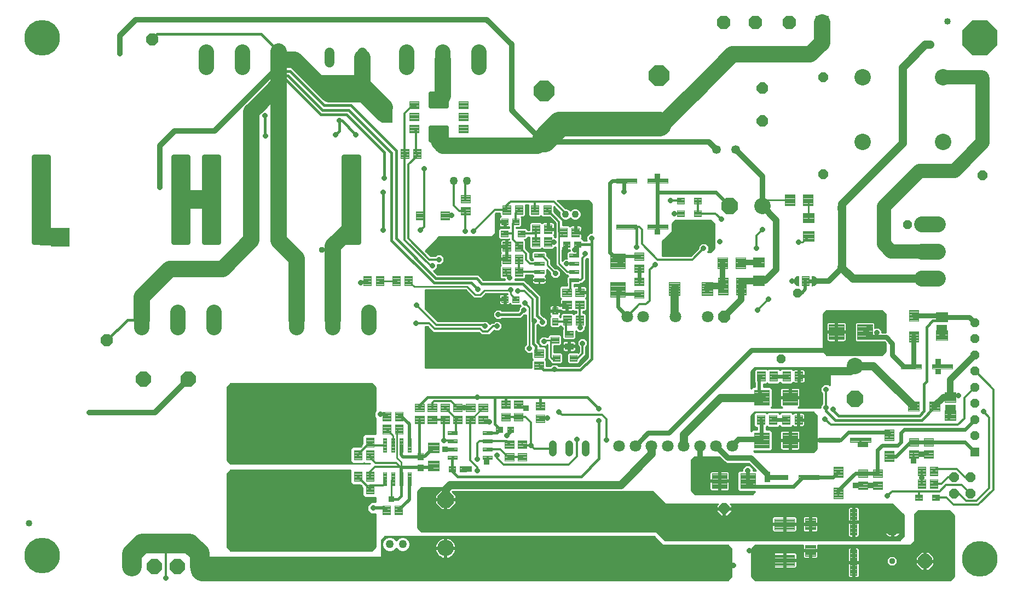
<source format=gtl>
G75*
%MOIN*%
%OFA0B0*%
%FSLAX25Y25*%
%IPPOS*%
%LPD*%
%AMOC8*
5,1,8,0,0,1.08239X$1,22.5*
%
%ADD10C,0.10000*%
%ADD11OC8,0.06000*%
%ADD12C,0.09693*%
%ADD13R,0.08268X0.08268*%
%ADD14OC8,0.08268*%
%ADD15C,0.04000*%
%ADD16C,0.00394*%
%ADD17C,0.00409*%
%ADD18C,0.00378*%
%ADD19OC8,0.10000*%
%ADD20OC8,0.06496*%
%ADD21C,0.00413*%
%ADD22C,0.00390*%
%ADD23OC8,0.05400*%
%ADD24C,0.00425*%
%ADD25C,0.00402*%
%ADD26C,0.00362*%
%ADD27C,0.00400*%
%ADD28C,0.02500*%
%ADD29C,0.00404*%
%ADD30C,0.00100*%
%ADD31OC8,0.09693*%
%ADD32C,0.04331*%
%ADD33C,0.04800*%
%ADD34C,0.09299*%
%ADD35C,0.06000*%
%ADD36C,0.02953*%
%ADD37OC8,0.09299*%
%ADD38C,0.12362*%
%ADD39OC8,0.12362*%
%ADD40C,0.05000*%
%ADD41OC8,0.07087*%
%ADD42OC8,0.08600*%
%ADD43OC8,0.03543*%
%ADD44OC8,0.05906*%
%ADD45R,0.05315X0.05315*%
%ADD46OC8,0.05315*%
%ADD47C,0.00387*%
%ADD48C,0.05315*%
%ADD49C,0.07087*%
%ADD50OC8,0.07000*%
%ADD51C,0.00386*%
%ADD52R,0.03175X0.03175*%
%ADD53C,0.10000*%
%ADD54C,0.01200*%
%ADD55C,0.01600*%
%ADD56OC8,0.03175*%
%ADD57C,0.03200*%
%ADD58C,0.15000*%
%ADD59C,0.05000*%
%ADD60C,0.02400*%
%ADD61C,0.08600*%
%ADD62C,0.03000*%
%ADD63C,0.04000*%
%ADD64R,0.03569X0.03569*%
%ADD65C,0.01000*%
%ADD66C,0.02000*%
%ADD67C,0.12000*%
%ADD68R,0.03962X0.03962*%
%ADD69C,0.21654*%
%ADD70C,0.01400*%
%ADD71OC8,0.03569*%
%ADD72OC8,0.21654*%
D10*
X0294977Y0046949D03*
X0544477Y0157713D03*
X0487977Y0254963D03*
X0549013Y0293876D03*
X0598225Y0293876D03*
X0598225Y0333246D03*
X0549013Y0333246D03*
D11*
X0525227Y0333213D03*
X0525227Y0274213D03*
X0622227Y0273713D03*
X0622227Y0332713D03*
D12*
X0594810Y0243972D02*
X0585117Y0243972D01*
X0585117Y0227437D02*
X0594810Y0227437D01*
X0594810Y0210902D02*
X0585117Y0210902D01*
D13*
X0524294Y0366713D03*
D14*
X0504294Y0366713D03*
X0483794Y0366713D03*
X0464294Y0366713D03*
D15*
X0600593Y0367201D03*
X0041538Y0062083D03*
D16*
X0277956Y0093898D02*
X0277956Y0097834D01*
X0281498Y0097834D01*
X0281498Y0093898D01*
X0277956Y0093898D01*
X0277956Y0094291D02*
X0281498Y0094291D01*
X0281498Y0094684D02*
X0277956Y0094684D01*
X0277956Y0095077D02*
X0281498Y0095077D01*
X0281498Y0095470D02*
X0277956Y0095470D01*
X0277956Y0095863D02*
X0281498Y0095863D01*
X0281498Y0096256D02*
X0277956Y0096256D01*
X0277956Y0096649D02*
X0281498Y0096649D01*
X0281498Y0097042D02*
X0277956Y0097042D01*
X0277956Y0097435D02*
X0281498Y0097435D01*
X0281498Y0097828D02*
X0277956Y0097828D01*
X0277956Y0100591D02*
X0277956Y0104527D01*
X0281498Y0104527D01*
X0281498Y0100591D01*
X0277956Y0100591D01*
X0277956Y0100984D02*
X0281498Y0100984D01*
X0281498Y0101377D02*
X0277956Y0101377D01*
X0277956Y0101770D02*
X0281498Y0101770D01*
X0281498Y0102163D02*
X0277956Y0102163D01*
X0277956Y0102556D02*
X0281498Y0102556D01*
X0281498Y0102949D02*
X0277956Y0102949D01*
X0277956Y0103342D02*
X0281498Y0103342D01*
X0281498Y0103735D02*
X0277956Y0103735D01*
X0277956Y0104128D02*
X0281498Y0104128D01*
X0281498Y0104521D02*
X0277956Y0104521D01*
X0297163Y0093192D02*
X0301099Y0093192D01*
X0297163Y0093192D02*
X0297163Y0096734D01*
X0301099Y0096734D01*
X0301099Y0093192D01*
X0301099Y0093585D02*
X0297163Y0093585D01*
X0297163Y0093978D02*
X0301099Y0093978D01*
X0301099Y0094371D02*
X0297163Y0094371D01*
X0297163Y0094764D02*
X0301099Y0094764D01*
X0301099Y0095157D02*
X0297163Y0095157D01*
X0297163Y0095550D02*
X0301099Y0095550D01*
X0301099Y0095943D02*
X0297163Y0095943D01*
X0297163Y0096336D02*
X0301099Y0096336D01*
X0301099Y0096729D02*
X0297163Y0096729D01*
X0303855Y0093192D02*
X0307791Y0093192D01*
X0303855Y0093192D02*
X0303855Y0096734D01*
X0307791Y0096734D01*
X0307791Y0093192D01*
X0307791Y0093585D02*
X0303855Y0093585D01*
X0303855Y0093978D02*
X0307791Y0093978D01*
X0307791Y0094371D02*
X0303855Y0094371D01*
X0303855Y0094764D02*
X0307791Y0094764D01*
X0307791Y0095157D02*
X0303855Y0095157D01*
X0303855Y0095550D02*
X0307791Y0095550D01*
X0307791Y0095943D02*
X0303855Y0095943D01*
X0303855Y0096336D02*
X0307791Y0096336D01*
X0307791Y0096729D02*
X0303855Y0096729D01*
X0325913Y0117192D02*
X0329849Y0117192D01*
X0325913Y0117192D02*
X0325913Y0120734D01*
X0329849Y0120734D01*
X0329849Y0117192D01*
X0329849Y0117585D02*
X0325913Y0117585D01*
X0325913Y0117978D02*
X0329849Y0117978D01*
X0329849Y0118371D02*
X0325913Y0118371D01*
X0325913Y0118764D02*
X0329849Y0118764D01*
X0329849Y0119157D02*
X0325913Y0119157D01*
X0325913Y0119550D02*
X0329849Y0119550D01*
X0329849Y0119943D02*
X0325913Y0119943D01*
X0325913Y0120336D02*
X0329849Y0120336D01*
X0329849Y0120729D02*
X0325913Y0120729D01*
X0332605Y0117192D02*
X0336541Y0117192D01*
X0332605Y0117192D02*
X0332605Y0120734D01*
X0336541Y0120734D01*
X0336541Y0117192D01*
X0336541Y0117585D02*
X0332605Y0117585D01*
X0332605Y0117978D02*
X0336541Y0117978D01*
X0336541Y0118371D02*
X0332605Y0118371D01*
X0332605Y0118764D02*
X0336541Y0118764D01*
X0336541Y0119157D02*
X0332605Y0119157D01*
X0332605Y0119550D02*
X0336541Y0119550D01*
X0336541Y0119943D02*
X0332605Y0119943D01*
X0332605Y0120336D02*
X0336541Y0120336D01*
X0336541Y0120729D02*
X0332605Y0120729D01*
X0360444Y0160692D02*
X0364774Y0160692D01*
X0360444Y0160692D02*
X0360444Y0164234D01*
X0364774Y0164234D01*
X0364774Y0160692D01*
X0364774Y0161085D02*
X0360444Y0161085D01*
X0360444Y0161478D02*
X0364774Y0161478D01*
X0364774Y0161871D02*
X0360444Y0161871D01*
X0360444Y0162264D02*
X0364774Y0162264D01*
X0364774Y0162657D02*
X0360444Y0162657D01*
X0360444Y0163050D02*
X0364774Y0163050D01*
X0364774Y0163443D02*
X0360444Y0163443D01*
X0360444Y0163836D02*
X0364774Y0163836D01*
X0364774Y0164229D02*
X0360444Y0164229D01*
X0372867Y0167951D02*
X0372867Y0171493D01*
X0372867Y0167951D02*
X0367749Y0167951D01*
X0367749Y0171493D01*
X0372867Y0171493D01*
X0372867Y0168344D02*
X0367749Y0168344D01*
X0367749Y0168737D02*
X0372867Y0168737D01*
X0372867Y0169130D02*
X0367749Y0169130D01*
X0367749Y0169523D02*
X0372867Y0169523D01*
X0372867Y0169916D02*
X0367749Y0169916D01*
X0367749Y0170309D02*
X0372867Y0170309D01*
X0372867Y0170702D02*
X0367749Y0170702D01*
X0367749Y0171095D02*
X0372867Y0171095D01*
X0372867Y0171488D02*
X0367749Y0171488D01*
X0364205Y0171692D02*
X0364205Y0175234D01*
X0364205Y0171692D02*
X0359087Y0171692D01*
X0359087Y0175234D01*
X0364205Y0175234D01*
X0364205Y0172085D02*
X0359087Y0172085D01*
X0359087Y0172478D02*
X0364205Y0172478D01*
X0364205Y0172871D02*
X0359087Y0172871D01*
X0359087Y0173264D02*
X0364205Y0173264D01*
X0364205Y0173657D02*
X0359087Y0173657D01*
X0359087Y0174050D02*
X0364205Y0174050D01*
X0364205Y0174443D02*
X0359087Y0174443D01*
X0359087Y0174836D02*
X0364205Y0174836D01*
X0364205Y0175229D02*
X0359087Y0175229D01*
X0363498Y0182648D02*
X0363498Y0186584D01*
X0363498Y0182648D02*
X0359956Y0182648D01*
X0359956Y0186584D01*
X0363498Y0186584D01*
X0363498Y0183041D02*
X0359956Y0183041D01*
X0359956Y0183434D02*
X0363498Y0183434D01*
X0363498Y0183827D02*
X0359956Y0183827D01*
X0359956Y0184220D02*
X0363498Y0184220D01*
X0363498Y0184613D02*
X0359956Y0184613D01*
X0359956Y0185006D02*
X0363498Y0185006D01*
X0363498Y0185399D02*
X0359956Y0185399D01*
X0359956Y0185792D02*
X0363498Y0185792D01*
X0363498Y0186185D02*
X0359956Y0186185D01*
X0359956Y0186578D02*
X0363498Y0186578D01*
X0363498Y0189341D02*
X0363498Y0193277D01*
X0363498Y0189341D02*
X0359956Y0189341D01*
X0359956Y0193277D01*
X0363498Y0193277D01*
X0363498Y0189734D02*
X0359956Y0189734D01*
X0359956Y0190127D02*
X0363498Y0190127D01*
X0363498Y0190520D02*
X0359956Y0190520D01*
X0359956Y0190913D02*
X0363498Y0190913D01*
X0363498Y0191306D02*
X0359956Y0191306D01*
X0359956Y0191699D02*
X0363498Y0191699D01*
X0363498Y0192092D02*
X0359956Y0192092D01*
X0359956Y0192485D02*
X0363498Y0192485D01*
X0363498Y0192878D02*
X0359956Y0192878D01*
X0359956Y0193271D02*
X0363498Y0193271D01*
X0372867Y0178974D02*
X0372867Y0175432D01*
X0367749Y0175432D01*
X0367749Y0178974D01*
X0372867Y0178974D01*
X0372867Y0175825D02*
X0367749Y0175825D01*
X0367749Y0176218D02*
X0372867Y0176218D01*
X0372867Y0176611D02*
X0367749Y0176611D01*
X0367749Y0177004D02*
X0372867Y0177004D01*
X0372867Y0177397D02*
X0367749Y0177397D01*
X0367749Y0177790D02*
X0372867Y0177790D01*
X0372867Y0178183D02*
X0367749Y0178183D01*
X0367749Y0178576D02*
X0372867Y0178576D01*
X0372867Y0178969D02*
X0367749Y0178969D01*
X0370680Y0160692D02*
X0375010Y0160692D01*
X0370680Y0160692D02*
X0370680Y0164234D01*
X0375010Y0164234D01*
X0375010Y0160692D01*
X0375010Y0161085D02*
X0370680Y0161085D01*
X0370680Y0161478D02*
X0375010Y0161478D01*
X0375010Y0161871D02*
X0370680Y0161871D01*
X0370680Y0162264D02*
X0375010Y0162264D01*
X0375010Y0162657D02*
X0370680Y0162657D01*
X0370680Y0163050D02*
X0375010Y0163050D01*
X0375010Y0163443D02*
X0370680Y0163443D01*
X0370680Y0163836D02*
X0375010Y0163836D01*
X0375010Y0164229D02*
X0370680Y0164229D01*
X0339791Y0199984D02*
X0335855Y0199984D01*
X0339791Y0199984D02*
X0339791Y0196442D01*
X0335855Y0196442D01*
X0335855Y0199984D01*
X0335855Y0196835D02*
X0339791Y0196835D01*
X0339791Y0197228D02*
X0335855Y0197228D01*
X0335855Y0197621D02*
X0339791Y0197621D01*
X0339791Y0198014D02*
X0335855Y0198014D01*
X0335855Y0198407D02*
X0339791Y0198407D01*
X0339791Y0198800D02*
X0335855Y0198800D01*
X0335855Y0199193D02*
X0339791Y0199193D01*
X0339791Y0199586D02*
X0335855Y0199586D01*
X0335855Y0199979D02*
X0339791Y0199979D01*
X0333099Y0199984D02*
X0329163Y0199984D01*
X0333099Y0199984D02*
X0333099Y0196442D01*
X0329163Y0196442D01*
X0329163Y0199984D01*
X0329163Y0196835D02*
X0333099Y0196835D01*
X0333099Y0197228D02*
X0329163Y0197228D01*
X0329163Y0197621D02*
X0333099Y0197621D01*
X0333099Y0198014D02*
X0329163Y0198014D01*
X0329163Y0198407D02*
X0333099Y0198407D01*
X0333099Y0198800D02*
X0329163Y0198800D01*
X0329163Y0199193D02*
X0333099Y0199193D01*
X0333099Y0199586D02*
X0329163Y0199586D01*
X0329163Y0199979D02*
X0333099Y0199979D01*
X0366663Y0233484D02*
X0370599Y0233484D01*
X0370599Y0229942D01*
X0366663Y0229942D01*
X0366663Y0233484D01*
X0366663Y0230335D02*
X0370599Y0230335D01*
X0370599Y0230728D02*
X0366663Y0230728D01*
X0366663Y0231121D02*
X0370599Y0231121D01*
X0370599Y0231514D02*
X0366663Y0231514D01*
X0366663Y0231907D02*
X0370599Y0231907D01*
X0370599Y0232300D02*
X0366663Y0232300D01*
X0366663Y0232693D02*
X0370599Y0232693D01*
X0370599Y0233086D02*
X0366663Y0233086D01*
X0366663Y0233479D02*
X0370599Y0233479D01*
X0373355Y0233484D02*
X0377291Y0233484D01*
X0377291Y0229942D01*
X0373355Y0229942D01*
X0373355Y0233484D01*
X0373355Y0230335D02*
X0377291Y0230335D01*
X0377291Y0230728D02*
X0373355Y0230728D01*
X0373355Y0231121D02*
X0377291Y0231121D01*
X0377291Y0231514D02*
X0373355Y0231514D01*
X0373355Y0231907D02*
X0377291Y0231907D01*
X0377291Y0232300D02*
X0373355Y0232300D01*
X0373355Y0232693D02*
X0377291Y0232693D01*
X0377291Y0233086D02*
X0373355Y0233086D01*
X0373355Y0233479D02*
X0377291Y0233479D01*
X0343260Y0236442D02*
X0338930Y0236442D01*
X0338930Y0239984D01*
X0343260Y0239984D01*
X0343260Y0236442D01*
X0343260Y0236835D02*
X0338930Y0236835D01*
X0338930Y0237228D02*
X0343260Y0237228D01*
X0343260Y0237621D02*
X0338930Y0237621D01*
X0338930Y0238014D02*
X0343260Y0238014D01*
X0343260Y0238407D02*
X0338930Y0238407D01*
X0338930Y0238800D02*
X0343260Y0238800D01*
X0343260Y0239193D02*
X0338930Y0239193D01*
X0338930Y0239586D02*
X0343260Y0239586D01*
X0343260Y0239979D02*
X0338930Y0239979D01*
X0339791Y0247234D02*
X0335855Y0247234D01*
X0339791Y0247234D02*
X0339791Y0243692D01*
X0335855Y0243692D01*
X0335855Y0247234D01*
X0335855Y0244085D02*
X0339791Y0244085D01*
X0339791Y0244478D02*
X0335855Y0244478D01*
X0335855Y0244871D02*
X0339791Y0244871D01*
X0339791Y0245264D02*
X0335855Y0245264D01*
X0335855Y0245657D02*
X0339791Y0245657D01*
X0339791Y0246050D02*
X0335855Y0246050D01*
X0335855Y0246443D02*
X0339791Y0246443D01*
X0339791Y0246836D02*
X0335855Y0246836D01*
X0335855Y0247229D02*
X0339791Y0247229D01*
X0333099Y0247234D02*
X0329163Y0247234D01*
X0333099Y0247234D02*
X0333099Y0243692D01*
X0329163Y0243692D01*
X0329163Y0247234D01*
X0329163Y0244085D02*
X0333099Y0244085D01*
X0333099Y0244478D02*
X0329163Y0244478D01*
X0329163Y0244871D02*
X0333099Y0244871D01*
X0333099Y0245264D02*
X0329163Y0245264D01*
X0329163Y0245657D02*
X0333099Y0245657D01*
X0333099Y0246050D02*
X0329163Y0246050D01*
X0329163Y0246443D02*
X0333099Y0246443D01*
X0333099Y0246836D02*
X0329163Y0246836D01*
X0329163Y0247229D02*
X0333099Y0247229D01*
X0333024Y0236442D02*
X0328694Y0236442D01*
X0328694Y0239984D01*
X0333024Y0239984D01*
X0333024Y0236442D01*
X0333024Y0236835D02*
X0328694Y0236835D01*
X0328694Y0237228D02*
X0333024Y0237228D01*
X0333024Y0237621D02*
X0328694Y0237621D01*
X0328694Y0238014D02*
X0333024Y0238014D01*
X0333024Y0238407D02*
X0328694Y0238407D01*
X0328694Y0238800D02*
X0333024Y0238800D01*
X0333024Y0239193D02*
X0328694Y0239193D01*
X0328694Y0239586D02*
X0333024Y0239586D01*
X0333024Y0239979D02*
X0328694Y0239979D01*
X0436194Y0252234D02*
X0440524Y0252234D01*
X0440524Y0248692D01*
X0436194Y0248692D01*
X0436194Y0252234D01*
X0436194Y0249085D02*
X0440524Y0249085D01*
X0440524Y0249478D02*
X0436194Y0249478D01*
X0436194Y0249871D02*
X0440524Y0249871D01*
X0440524Y0250264D02*
X0436194Y0250264D01*
X0436194Y0250657D02*
X0440524Y0250657D01*
X0440524Y0251050D02*
X0436194Y0251050D01*
X0436194Y0251443D02*
X0440524Y0251443D01*
X0440524Y0251836D02*
X0436194Y0251836D01*
X0436194Y0252229D02*
X0440524Y0252229D01*
X0440524Y0259984D02*
X0436194Y0259984D01*
X0440524Y0259984D02*
X0440524Y0256442D01*
X0436194Y0256442D01*
X0436194Y0259984D01*
X0436194Y0256835D02*
X0440524Y0256835D01*
X0440524Y0257228D02*
X0436194Y0257228D01*
X0436194Y0257621D02*
X0440524Y0257621D01*
X0440524Y0258014D02*
X0436194Y0258014D01*
X0436194Y0258407D02*
X0440524Y0258407D01*
X0440524Y0258800D02*
X0436194Y0258800D01*
X0436194Y0259193D02*
X0440524Y0259193D01*
X0440524Y0259586D02*
X0436194Y0259586D01*
X0436194Y0259979D02*
X0440524Y0259979D01*
X0446430Y0259984D02*
X0450760Y0259984D01*
X0450760Y0256442D01*
X0446430Y0256442D01*
X0446430Y0259984D01*
X0446430Y0256835D02*
X0450760Y0256835D01*
X0450760Y0257228D02*
X0446430Y0257228D01*
X0446430Y0257621D02*
X0450760Y0257621D01*
X0450760Y0258014D02*
X0446430Y0258014D01*
X0446430Y0258407D02*
X0450760Y0258407D01*
X0450760Y0258800D02*
X0446430Y0258800D01*
X0446430Y0259193D02*
X0450760Y0259193D01*
X0450760Y0259586D02*
X0446430Y0259586D01*
X0446430Y0259979D02*
X0450760Y0259979D01*
X0450760Y0252234D02*
X0446430Y0252234D01*
X0450760Y0252234D02*
X0450760Y0248692D01*
X0446430Y0248692D01*
X0446430Y0252234D01*
X0446430Y0249085D02*
X0450760Y0249085D01*
X0450760Y0249478D02*
X0446430Y0249478D01*
X0446430Y0249871D02*
X0450760Y0249871D01*
X0450760Y0250264D02*
X0446430Y0250264D01*
X0446430Y0250657D02*
X0450760Y0250657D01*
X0450760Y0251050D02*
X0446430Y0251050D01*
X0446430Y0251443D02*
X0450760Y0251443D01*
X0450760Y0251836D02*
X0446430Y0251836D01*
X0446430Y0252229D02*
X0450760Y0252229D01*
X0581194Y0075942D02*
X0585524Y0075942D01*
X0581194Y0075942D02*
X0581194Y0079484D01*
X0585524Y0079484D01*
X0585524Y0075942D01*
X0585524Y0076335D02*
X0581194Y0076335D01*
X0581194Y0076728D02*
X0585524Y0076728D01*
X0585524Y0077121D02*
X0581194Y0077121D01*
X0581194Y0077514D02*
X0585524Y0077514D01*
X0585524Y0077907D02*
X0581194Y0077907D01*
X0581194Y0078300D02*
X0585524Y0078300D01*
X0585524Y0078693D02*
X0581194Y0078693D01*
X0581194Y0079086D02*
X0585524Y0079086D01*
X0585524Y0079479D02*
X0581194Y0079479D01*
X0591430Y0075942D02*
X0595760Y0075942D01*
X0591430Y0075942D02*
X0591430Y0079484D01*
X0595760Y0079484D01*
X0595760Y0075942D01*
X0595760Y0076335D02*
X0591430Y0076335D01*
X0591430Y0076728D02*
X0595760Y0076728D01*
X0595760Y0077121D02*
X0591430Y0077121D01*
X0591430Y0077514D02*
X0595760Y0077514D01*
X0595760Y0077907D02*
X0591430Y0077907D01*
X0591430Y0078300D02*
X0595760Y0078300D01*
X0595760Y0078693D02*
X0591430Y0078693D01*
X0591430Y0079086D02*
X0595760Y0079086D01*
X0595760Y0079479D02*
X0591430Y0079479D01*
D17*
X0590112Y0083214D02*
X0594822Y0083214D01*
X0590112Y0083214D02*
X0590112Y0088712D01*
X0594822Y0088712D01*
X0594822Y0083214D01*
X0594822Y0083622D02*
X0590112Y0083622D01*
X0590112Y0084030D02*
X0594822Y0084030D01*
X0594822Y0084438D02*
X0590112Y0084438D01*
X0590112Y0084846D02*
X0594822Y0084846D01*
X0594822Y0085254D02*
X0590112Y0085254D01*
X0590112Y0085662D02*
X0594822Y0085662D01*
X0594822Y0086070D02*
X0590112Y0086070D01*
X0590112Y0086478D02*
X0594822Y0086478D01*
X0594822Y0086886D02*
X0590112Y0086886D01*
X0590112Y0087294D02*
X0594822Y0087294D01*
X0594822Y0087702D02*
X0590112Y0087702D01*
X0590112Y0088110D02*
X0594822Y0088110D01*
X0594822Y0088518D02*
X0590112Y0088518D01*
X0590112Y0090964D02*
X0594822Y0090964D01*
X0590112Y0090964D02*
X0590112Y0096462D01*
X0594822Y0096462D01*
X0594822Y0090964D01*
X0594822Y0091372D02*
X0590112Y0091372D01*
X0590112Y0091780D02*
X0594822Y0091780D01*
X0594822Y0092188D02*
X0590112Y0092188D01*
X0590112Y0092596D02*
X0594822Y0092596D01*
X0594822Y0093004D02*
X0590112Y0093004D01*
X0590112Y0093412D02*
X0594822Y0093412D01*
X0594822Y0093820D02*
X0590112Y0093820D01*
X0590112Y0094228D02*
X0594822Y0094228D01*
X0594822Y0094636D02*
X0590112Y0094636D01*
X0590112Y0095044D02*
X0594822Y0095044D01*
X0594822Y0095452D02*
X0590112Y0095452D01*
X0590112Y0095860D02*
X0594822Y0095860D01*
X0594822Y0096268D02*
X0590112Y0096268D01*
X0587342Y0090964D02*
X0582632Y0090964D01*
X0582632Y0096462D01*
X0587342Y0096462D01*
X0587342Y0090964D01*
X0587342Y0091372D02*
X0582632Y0091372D01*
X0582632Y0091780D02*
X0587342Y0091780D01*
X0587342Y0092188D02*
X0582632Y0092188D01*
X0582632Y0092596D02*
X0587342Y0092596D01*
X0587342Y0093004D02*
X0582632Y0093004D01*
X0582632Y0093412D02*
X0587342Y0093412D01*
X0587342Y0093820D02*
X0582632Y0093820D01*
X0582632Y0094228D02*
X0587342Y0094228D01*
X0587342Y0094636D02*
X0582632Y0094636D01*
X0582632Y0095044D02*
X0587342Y0095044D01*
X0587342Y0095452D02*
X0582632Y0095452D01*
X0582632Y0095860D02*
X0587342Y0095860D01*
X0587342Y0096268D02*
X0582632Y0096268D01*
X0577478Y0101617D02*
X0577478Y0106327D01*
X0582976Y0106327D01*
X0582976Y0101617D01*
X0577478Y0101617D01*
X0577478Y0102025D02*
X0582976Y0102025D01*
X0582976Y0102433D02*
X0577478Y0102433D01*
X0577478Y0102841D02*
X0582976Y0102841D01*
X0582976Y0103249D02*
X0577478Y0103249D01*
X0577478Y0103657D02*
X0582976Y0103657D01*
X0582976Y0104065D02*
X0577478Y0104065D01*
X0577478Y0104473D02*
X0582976Y0104473D01*
X0582976Y0104881D02*
X0577478Y0104881D01*
X0577478Y0105289D02*
X0582976Y0105289D01*
X0582976Y0105697D02*
X0577478Y0105697D01*
X0577478Y0106105D02*
X0582976Y0106105D01*
X0586478Y0106327D02*
X0586478Y0101617D01*
X0586478Y0106327D02*
X0591976Y0106327D01*
X0591976Y0101617D01*
X0586478Y0101617D01*
X0586478Y0102025D02*
X0591976Y0102025D01*
X0591976Y0102433D02*
X0586478Y0102433D01*
X0586478Y0102841D02*
X0591976Y0102841D01*
X0591976Y0103249D02*
X0586478Y0103249D01*
X0586478Y0103657D02*
X0591976Y0103657D01*
X0591976Y0104065D02*
X0586478Y0104065D01*
X0586478Y0104473D02*
X0591976Y0104473D01*
X0591976Y0104881D02*
X0586478Y0104881D01*
X0586478Y0105289D02*
X0591976Y0105289D01*
X0591976Y0105697D02*
X0586478Y0105697D01*
X0586478Y0106105D02*
X0591976Y0106105D01*
X0586478Y0109098D02*
X0586478Y0113808D01*
X0591976Y0113808D01*
X0591976Y0109098D01*
X0586478Y0109098D01*
X0586478Y0109506D02*
X0591976Y0109506D01*
X0591976Y0109914D02*
X0586478Y0109914D01*
X0586478Y0110322D02*
X0591976Y0110322D01*
X0591976Y0110730D02*
X0586478Y0110730D01*
X0586478Y0111138D02*
X0591976Y0111138D01*
X0591976Y0111546D02*
X0586478Y0111546D01*
X0586478Y0111954D02*
X0591976Y0111954D01*
X0591976Y0112362D02*
X0586478Y0112362D01*
X0586478Y0112770D02*
X0591976Y0112770D01*
X0591976Y0113178D02*
X0586478Y0113178D01*
X0586478Y0113586D02*
X0591976Y0113586D01*
X0577478Y0113808D02*
X0577478Y0109098D01*
X0577478Y0113808D02*
X0582976Y0113808D01*
X0582976Y0109098D01*
X0577478Y0109098D01*
X0577478Y0109506D02*
X0582976Y0109506D01*
X0582976Y0109914D02*
X0577478Y0109914D01*
X0577478Y0110322D02*
X0582976Y0110322D01*
X0582976Y0110730D02*
X0577478Y0110730D01*
X0577478Y0111138D02*
X0582976Y0111138D01*
X0582976Y0111546D02*
X0577478Y0111546D01*
X0577478Y0111954D02*
X0582976Y0111954D01*
X0582976Y0112362D02*
X0577478Y0112362D01*
X0577478Y0112770D02*
X0582976Y0112770D01*
X0582976Y0113178D02*
X0577478Y0113178D01*
X0577478Y0113586D02*
X0582976Y0113586D01*
X0560976Y0094808D02*
X0560976Y0090098D01*
X0555478Y0090098D01*
X0555478Y0094808D01*
X0560976Y0094808D01*
X0560976Y0090506D02*
X0555478Y0090506D01*
X0555478Y0090914D02*
X0560976Y0090914D01*
X0560976Y0091322D02*
X0555478Y0091322D01*
X0555478Y0091730D02*
X0560976Y0091730D01*
X0560976Y0092138D02*
X0555478Y0092138D01*
X0555478Y0092546D02*
X0560976Y0092546D01*
X0560976Y0092954D02*
X0555478Y0092954D01*
X0555478Y0093362D02*
X0560976Y0093362D01*
X0560976Y0093770D02*
X0555478Y0093770D01*
X0555478Y0094178D02*
X0560976Y0094178D01*
X0560976Y0094586D02*
X0555478Y0094586D01*
X0551976Y0094808D02*
X0551976Y0090098D01*
X0546478Y0090098D01*
X0546478Y0094808D01*
X0551976Y0094808D01*
X0551976Y0090506D02*
X0546478Y0090506D01*
X0546478Y0090914D02*
X0551976Y0090914D01*
X0551976Y0091322D02*
X0546478Y0091322D01*
X0546478Y0091730D02*
X0551976Y0091730D01*
X0551976Y0092138D02*
X0546478Y0092138D01*
X0546478Y0092546D02*
X0551976Y0092546D01*
X0551976Y0092954D02*
X0546478Y0092954D01*
X0546478Y0093362D02*
X0551976Y0093362D01*
X0551976Y0093770D02*
X0546478Y0093770D01*
X0546478Y0094178D02*
X0551976Y0094178D01*
X0551976Y0094586D02*
X0546478Y0094586D01*
X0551976Y0087327D02*
X0551976Y0082617D01*
X0546478Y0082617D01*
X0546478Y0087327D01*
X0551976Y0087327D01*
X0551976Y0083025D02*
X0546478Y0083025D01*
X0546478Y0083433D02*
X0551976Y0083433D01*
X0551976Y0083841D02*
X0546478Y0083841D01*
X0546478Y0084249D02*
X0551976Y0084249D01*
X0551976Y0084657D02*
X0546478Y0084657D01*
X0546478Y0085065D02*
X0551976Y0085065D01*
X0551976Y0085473D02*
X0546478Y0085473D01*
X0546478Y0085881D02*
X0551976Y0085881D01*
X0551976Y0086289D02*
X0546478Y0086289D01*
X0546478Y0086697D02*
X0551976Y0086697D01*
X0551976Y0087105D02*
X0546478Y0087105D01*
X0560976Y0087327D02*
X0560976Y0082617D01*
X0555478Y0082617D01*
X0555478Y0087327D01*
X0560976Y0087327D01*
X0560976Y0083025D02*
X0555478Y0083025D01*
X0555478Y0083433D02*
X0560976Y0083433D01*
X0560976Y0083841D02*
X0555478Y0083841D01*
X0555478Y0084249D02*
X0560976Y0084249D01*
X0560976Y0084657D02*
X0555478Y0084657D01*
X0555478Y0085065D02*
X0560976Y0085065D01*
X0560976Y0085473D02*
X0555478Y0085473D01*
X0555478Y0085881D02*
X0560976Y0085881D01*
X0560976Y0086289D02*
X0555478Y0086289D01*
X0555478Y0086697D02*
X0560976Y0086697D01*
X0560976Y0087105D02*
X0555478Y0087105D01*
X0582632Y0083214D02*
X0587342Y0083214D01*
X0582632Y0083214D02*
X0582632Y0088712D01*
X0587342Y0088712D01*
X0587342Y0083214D01*
X0587342Y0083622D02*
X0582632Y0083622D01*
X0582632Y0084030D02*
X0587342Y0084030D01*
X0587342Y0084438D02*
X0582632Y0084438D01*
X0582632Y0084846D02*
X0587342Y0084846D01*
X0587342Y0085254D02*
X0582632Y0085254D01*
X0582632Y0085662D02*
X0587342Y0085662D01*
X0587342Y0086070D02*
X0582632Y0086070D01*
X0582632Y0086478D02*
X0587342Y0086478D01*
X0587342Y0086886D02*
X0582632Y0086886D01*
X0582632Y0087294D02*
X0587342Y0087294D01*
X0587342Y0087702D02*
X0582632Y0087702D01*
X0582632Y0088110D02*
X0587342Y0088110D01*
X0587342Y0088518D02*
X0582632Y0088518D01*
X0512322Y0127712D02*
X0507612Y0127712D01*
X0512322Y0127712D02*
X0512322Y0122214D01*
X0507612Y0122214D01*
X0507612Y0127712D01*
X0507612Y0122622D02*
X0512322Y0122622D01*
X0512322Y0123030D02*
X0507612Y0123030D01*
X0507612Y0123438D02*
X0512322Y0123438D01*
X0512322Y0123846D02*
X0507612Y0123846D01*
X0507612Y0124254D02*
X0512322Y0124254D01*
X0512322Y0124662D02*
X0507612Y0124662D01*
X0507612Y0125070D02*
X0512322Y0125070D01*
X0512322Y0125478D02*
X0507612Y0125478D01*
X0507612Y0125886D02*
X0512322Y0125886D01*
X0512322Y0126294D02*
X0507612Y0126294D01*
X0507612Y0126702D02*
X0512322Y0126702D01*
X0512322Y0127110D02*
X0507612Y0127110D01*
X0507612Y0127518D02*
X0512322Y0127518D01*
X0504842Y0127712D02*
X0500132Y0127712D01*
X0504842Y0127712D02*
X0504842Y0122214D01*
X0500132Y0122214D01*
X0500132Y0127712D01*
X0500132Y0122622D02*
X0504842Y0122622D01*
X0504842Y0123030D02*
X0500132Y0123030D01*
X0500132Y0123438D02*
X0504842Y0123438D01*
X0504842Y0123846D02*
X0500132Y0123846D01*
X0500132Y0124254D02*
X0504842Y0124254D01*
X0504842Y0124662D02*
X0500132Y0124662D01*
X0500132Y0125070D02*
X0504842Y0125070D01*
X0504842Y0125478D02*
X0500132Y0125478D01*
X0500132Y0125886D02*
X0504842Y0125886D01*
X0504842Y0126294D02*
X0500132Y0126294D01*
X0500132Y0126702D02*
X0504842Y0126702D01*
X0504842Y0127110D02*
X0500132Y0127110D01*
X0500132Y0127518D02*
X0504842Y0127518D01*
X0496822Y0127712D02*
X0492112Y0127712D01*
X0496822Y0127712D02*
X0496822Y0122214D01*
X0492112Y0122214D01*
X0492112Y0127712D01*
X0492112Y0122622D02*
X0496822Y0122622D01*
X0496822Y0123030D02*
X0492112Y0123030D01*
X0492112Y0123438D02*
X0496822Y0123438D01*
X0496822Y0123846D02*
X0492112Y0123846D01*
X0492112Y0124254D02*
X0496822Y0124254D01*
X0496822Y0124662D02*
X0492112Y0124662D01*
X0492112Y0125070D02*
X0496822Y0125070D01*
X0496822Y0125478D02*
X0492112Y0125478D01*
X0492112Y0125886D02*
X0496822Y0125886D01*
X0496822Y0126294D02*
X0492112Y0126294D01*
X0492112Y0126702D02*
X0496822Y0126702D01*
X0496822Y0127110D02*
X0492112Y0127110D01*
X0492112Y0127518D02*
X0496822Y0127518D01*
X0489342Y0127712D02*
X0484632Y0127712D01*
X0489342Y0127712D02*
X0489342Y0122214D01*
X0484632Y0122214D01*
X0484632Y0127712D01*
X0484632Y0122622D02*
X0489342Y0122622D01*
X0489342Y0123030D02*
X0484632Y0123030D01*
X0484632Y0123438D02*
X0489342Y0123438D01*
X0489342Y0123846D02*
X0484632Y0123846D01*
X0484632Y0124254D02*
X0489342Y0124254D01*
X0489342Y0124662D02*
X0484632Y0124662D01*
X0484632Y0125070D02*
X0489342Y0125070D01*
X0489342Y0125478D02*
X0484632Y0125478D01*
X0484632Y0125886D02*
X0489342Y0125886D01*
X0489342Y0126294D02*
X0484632Y0126294D01*
X0484632Y0126702D02*
X0489342Y0126702D01*
X0489342Y0127110D02*
X0484632Y0127110D01*
X0484632Y0127518D02*
X0489342Y0127518D01*
X0489592Y0154212D02*
X0484882Y0154212D01*
X0489592Y0154212D02*
X0489592Y0148714D01*
X0484882Y0148714D01*
X0484882Y0154212D01*
X0484882Y0149122D02*
X0489592Y0149122D01*
X0489592Y0149530D02*
X0484882Y0149530D01*
X0484882Y0149938D02*
X0489592Y0149938D01*
X0489592Y0150346D02*
X0484882Y0150346D01*
X0484882Y0150754D02*
X0489592Y0150754D01*
X0489592Y0151162D02*
X0484882Y0151162D01*
X0484882Y0151570D02*
X0489592Y0151570D01*
X0489592Y0151978D02*
X0484882Y0151978D01*
X0484882Y0152386D02*
X0489592Y0152386D01*
X0489592Y0152794D02*
X0484882Y0152794D01*
X0484882Y0153202D02*
X0489592Y0153202D01*
X0489592Y0153610D02*
X0484882Y0153610D01*
X0484882Y0154018D02*
X0489592Y0154018D01*
X0492362Y0154212D02*
X0497072Y0154212D01*
X0497072Y0148714D01*
X0492362Y0148714D01*
X0492362Y0154212D01*
X0492362Y0149122D02*
X0497072Y0149122D01*
X0497072Y0149530D02*
X0492362Y0149530D01*
X0492362Y0149938D02*
X0497072Y0149938D01*
X0497072Y0150346D02*
X0492362Y0150346D01*
X0492362Y0150754D02*
X0497072Y0150754D01*
X0497072Y0151162D02*
X0492362Y0151162D01*
X0492362Y0151570D02*
X0497072Y0151570D01*
X0497072Y0151978D02*
X0492362Y0151978D01*
X0492362Y0152386D02*
X0497072Y0152386D01*
X0497072Y0152794D02*
X0492362Y0152794D01*
X0492362Y0153202D02*
X0497072Y0153202D01*
X0497072Y0153610D02*
X0492362Y0153610D01*
X0492362Y0154018D02*
X0497072Y0154018D01*
X0500382Y0154212D02*
X0505092Y0154212D01*
X0505092Y0148714D01*
X0500382Y0148714D01*
X0500382Y0154212D01*
X0500382Y0149122D02*
X0505092Y0149122D01*
X0505092Y0149530D02*
X0500382Y0149530D01*
X0500382Y0149938D02*
X0505092Y0149938D01*
X0505092Y0150346D02*
X0500382Y0150346D01*
X0500382Y0150754D02*
X0505092Y0150754D01*
X0505092Y0151162D02*
X0500382Y0151162D01*
X0500382Y0151570D02*
X0505092Y0151570D01*
X0505092Y0151978D02*
X0500382Y0151978D01*
X0500382Y0152386D02*
X0505092Y0152386D01*
X0505092Y0152794D02*
X0500382Y0152794D01*
X0500382Y0153202D02*
X0505092Y0153202D01*
X0505092Y0153610D02*
X0500382Y0153610D01*
X0500382Y0154018D02*
X0505092Y0154018D01*
X0507862Y0154212D02*
X0512572Y0154212D01*
X0512572Y0148714D01*
X0507862Y0148714D01*
X0507862Y0154212D01*
X0507862Y0149122D02*
X0512572Y0149122D01*
X0512572Y0149530D02*
X0507862Y0149530D01*
X0507862Y0149938D02*
X0512572Y0149938D01*
X0512572Y0150346D02*
X0507862Y0150346D01*
X0507862Y0150754D02*
X0512572Y0150754D01*
X0512572Y0151162D02*
X0507862Y0151162D01*
X0507862Y0151570D02*
X0512572Y0151570D01*
X0512572Y0151978D02*
X0507862Y0151978D01*
X0507862Y0152386D02*
X0512572Y0152386D01*
X0512572Y0152794D02*
X0507862Y0152794D01*
X0507862Y0153202D02*
X0512572Y0153202D01*
X0512572Y0153610D02*
X0507862Y0153610D01*
X0507862Y0154018D02*
X0512572Y0154018D01*
X0410228Y0199117D02*
X0410228Y0203827D01*
X0415726Y0203827D01*
X0415726Y0199117D01*
X0410228Y0199117D01*
X0410228Y0199525D02*
X0415726Y0199525D01*
X0415726Y0199933D02*
X0410228Y0199933D01*
X0410228Y0200341D02*
X0415726Y0200341D01*
X0415726Y0200749D02*
X0410228Y0200749D01*
X0410228Y0201157D02*
X0415726Y0201157D01*
X0415726Y0201565D02*
X0410228Y0201565D01*
X0410228Y0201973D02*
X0415726Y0201973D01*
X0415726Y0202381D02*
X0410228Y0202381D01*
X0410228Y0202789D02*
X0415726Y0202789D01*
X0415726Y0203197D02*
X0410228Y0203197D01*
X0410228Y0203605D02*
X0415726Y0203605D01*
X0410228Y0206598D02*
X0410228Y0211308D01*
X0415726Y0211308D01*
X0415726Y0206598D01*
X0410228Y0206598D01*
X0410228Y0207006D02*
X0415726Y0207006D01*
X0415726Y0207414D02*
X0410228Y0207414D01*
X0410228Y0207822D02*
X0415726Y0207822D01*
X0415726Y0208230D02*
X0410228Y0208230D01*
X0410228Y0208638D02*
X0415726Y0208638D01*
X0415726Y0209046D02*
X0410228Y0209046D01*
X0410228Y0209454D02*
X0415726Y0209454D01*
X0415726Y0209862D02*
X0410228Y0209862D01*
X0410228Y0210270D02*
X0415726Y0210270D01*
X0415726Y0210678D02*
X0410228Y0210678D01*
X0410228Y0211086D02*
X0415726Y0211086D01*
X0410228Y0214617D02*
X0410228Y0219327D01*
X0415726Y0219327D01*
X0415726Y0214617D01*
X0410228Y0214617D01*
X0410228Y0215025D02*
X0415726Y0215025D01*
X0415726Y0215433D02*
X0410228Y0215433D01*
X0410228Y0215841D02*
X0415726Y0215841D01*
X0415726Y0216249D02*
X0410228Y0216249D01*
X0410228Y0216657D02*
X0415726Y0216657D01*
X0415726Y0217065D02*
X0410228Y0217065D01*
X0410228Y0217473D02*
X0415726Y0217473D01*
X0415726Y0217881D02*
X0410228Y0217881D01*
X0410228Y0218289D02*
X0415726Y0218289D01*
X0415726Y0218697D02*
X0410228Y0218697D01*
X0410228Y0219105D02*
X0415726Y0219105D01*
X0410228Y0222098D02*
X0410228Y0226808D01*
X0415726Y0226808D01*
X0415726Y0222098D01*
X0410228Y0222098D01*
X0410228Y0222506D02*
X0415726Y0222506D01*
X0415726Y0222914D02*
X0410228Y0222914D01*
X0410228Y0223322D02*
X0415726Y0223322D01*
X0415726Y0223730D02*
X0410228Y0223730D01*
X0410228Y0224138D02*
X0415726Y0224138D01*
X0415726Y0224546D02*
X0410228Y0224546D01*
X0410228Y0224954D02*
X0415726Y0224954D01*
X0415726Y0225362D02*
X0410228Y0225362D01*
X0410228Y0225770D02*
X0415726Y0225770D01*
X0415726Y0226178D02*
X0410228Y0226178D01*
X0410228Y0226586D02*
X0415726Y0226586D01*
X0376572Y0236214D02*
X0371862Y0236214D01*
X0371862Y0241712D01*
X0376572Y0241712D01*
X0376572Y0236214D01*
X0376572Y0236622D02*
X0371862Y0236622D01*
X0371862Y0237030D02*
X0376572Y0237030D01*
X0376572Y0237438D02*
X0371862Y0237438D01*
X0371862Y0237846D02*
X0376572Y0237846D01*
X0376572Y0238254D02*
X0371862Y0238254D01*
X0371862Y0238662D02*
X0376572Y0238662D01*
X0376572Y0239070D02*
X0371862Y0239070D01*
X0371862Y0239478D02*
X0376572Y0239478D01*
X0376572Y0239886D02*
X0371862Y0239886D01*
X0371862Y0240294D02*
X0376572Y0240294D01*
X0376572Y0240702D02*
X0371862Y0240702D01*
X0371862Y0241110D02*
X0376572Y0241110D01*
X0376572Y0241518D02*
X0371862Y0241518D01*
X0369092Y0236214D02*
X0364382Y0236214D01*
X0364382Y0241712D01*
X0369092Y0241712D01*
X0369092Y0236214D01*
X0369092Y0236622D02*
X0364382Y0236622D01*
X0364382Y0237030D02*
X0369092Y0237030D01*
X0369092Y0237438D02*
X0364382Y0237438D01*
X0364382Y0237846D02*
X0369092Y0237846D01*
X0369092Y0238254D02*
X0364382Y0238254D01*
X0364382Y0238662D02*
X0369092Y0238662D01*
X0369092Y0239070D02*
X0364382Y0239070D01*
X0364382Y0239478D02*
X0369092Y0239478D01*
X0369092Y0239886D02*
X0364382Y0239886D01*
X0364382Y0240294D02*
X0369092Y0240294D01*
X0369092Y0240702D02*
X0364382Y0240702D01*
X0364382Y0241110D02*
X0369092Y0241110D01*
X0369092Y0241518D02*
X0364382Y0241518D01*
X0359822Y0238214D02*
X0355112Y0238214D01*
X0355112Y0243712D01*
X0359822Y0243712D01*
X0359822Y0238214D01*
X0359822Y0238622D02*
X0355112Y0238622D01*
X0355112Y0239030D02*
X0359822Y0239030D01*
X0359822Y0239438D02*
X0355112Y0239438D01*
X0355112Y0239846D02*
X0359822Y0239846D01*
X0359822Y0240254D02*
X0355112Y0240254D01*
X0355112Y0240662D02*
X0359822Y0240662D01*
X0359822Y0241070D02*
X0355112Y0241070D01*
X0355112Y0241478D02*
X0359822Y0241478D01*
X0359822Y0241886D02*
X0355112Y0241886D01*
X0355112Y0242294D02*
X0359822Y0242294D01*
X0359822Y0242702D02*
X0355112Y0242702D01*
X0355112Y0243110D02*
X0359822Y0243110D01*
X0359822Y0243518D02*
X0355112Y0243518D01*
X0352342Y0238214D02*
X0347632Y0238214D01*
X0347632Y0243712D01*
X0352342Y0243712D01*
X0352342Y0238214D01*
X0352342Y0238622D02*
X0347632Y0238622D01*
X0347632Y0239030D02*
X0352342Y0239030D01*
X0352342Y0239438D02*
X0347632Y0239438D01*
X0347632Y0239846D02*
X0352342Y0239846D01*
X0352342Y0240254D02*
X0347632Y0240254D01*
X0347632Y0240662D02*
X0352342Y0240662D01*
X0352342Y0241070D02*
X0347632Y0241070D01*
X0347632Y0241478D02*
X0352342Y0241478D01*
X0352342Y0241886D02*
X0347632Y0241886D01*
X0347632Y0242294D02*
X0352342Y0242294D01*
X0352342Y0242702D02*
X0347632Y0242702D01*
X0347632Y0243110D02*
X0352342Y0243110D01*
X0352342Y0243518D02*
X0347632Y0243518D01*
X0347132Y0255462D02*
X0351842Y0255462D01*
X0351842Y0249964D01*
X0347132Y0249964D01*
X0347132Y0255462D01*
X0347132Y0250372D02*
X0351842Y0250372D01*
X0351842Y0250780D02*
X0347132Y0250780D01*
X0347132Y0251188D02*
X0351842Y0251188D01*
X0351842Y0251596D02*
X0347132Y0251596D01*
X0347132Y0252004D02*
X0351842Y0252004D01*
X0351842Y0252412D02*
X0347132Y0252412D01*
X0347132Y0252820D02*
X0351842Y0252820D01*
X0351842Y0253228D02*
X0347132Y0253228D01*
X0347132Y0253636D02*
X0351842Y0253636D01*
X0351842Y0254044D02*
X0347132Y0254044D01*
X0347132Y0254452D02*
X0351842Y0254452D01*
X0351842Y0254860D02*
X0347132Y0254860D01*
X0347132Y0255268D02*
X0351842Y0255268D01*
X0354612Y0255462D02*
X0359322Y0255462D01*
X0359322Y0249964D01*
X0354612Y0249964D01*
X0354612Y0255462D01*
X0354612Y0250372D02*
X0359322Y0250372D01*
X0359322Y0250780D02*
X0354612Y0250780D01*
X0354612Y0251188D02*
X0359322Y0251188D01*
X0359322Y0251596D02*
X0354612Y0251596D01*
X0354612Y0252004D02*
X0359322Y0252004D01*
X0359322Y0252412D02*
X0354612Y0252412D01*
X0354612Y0252820D02*
X0359322Y0252820D01*
X0359322Y0253228D02*
X0354612Y0253228D01*
X0354612Y0253636D02*
X0359322Y0253636D01*
X0359322Y0254044D02*
X0354612Y0254044D01*
X0354612Y0254452D02*
X0359322Y0254452D01*
X0359322Y0254860D02*
X0354612Y0254860D01*
X0354612Y0255268D02*
X0359322Y0255268D01*
X0342072Y0255462D02*
X0337362Y0255462D01*
X0342072Y0255462D02*
X0342072Y0249964D01*
X0337362Y0249964D01*
X0337362Y0255462D01*
X0337362Y0250372D02*
X0342072Y0250372D01*
X0342072Y0250780D02*
X0337362Y0250780D01*
X0337362Y0251188D02*
X0342072Y0251188D01*
X0342072Y0251596D02*
X0337362Y0251596D01*
X0337362Y0252004D02*
X0342072Y0252004D01*
X0342072Y0252412D02*
X0337362Y0252412D01*
X0337362Y0252820D02*
X0342072Y0252820D01*
X0342072Y0253228D02*
X0337362Y0253228D01*
X0337362Y0253636D02*
X0342072Y0253636D01*
X0342072Y0254044D02*
X0337362Y0254044D01*
X0337362Y0254452D02*
X0342072Y0254452D01*
X0342072Y0254860D02*
X0337362Y0254860D01*
X0337362Y0255268D02*
X0342072Y0255268D01*
X0334592Y0255462D02*
X0329882Y0255462D01*
X0334592Y0255462D02*
X0334592Y0249964D01*
X0329882Y0249964D01*
X0329882Y0255462D01*
X0329882Y0250372D02*
X0334592Y0250372D01*
X0334592Y0250780D02*
X0329882Y0250780D01*
X0329882Y0251188D02*
X0334592Y0251188D01*
X0334592Y0251596D02*
X0329882Y0251596D01*
X0329882Y0252004D02*
X0334592Y0252004D01*
X0334592Y0252412D02*
X0329882Y0252412D01*
X0329882Y0252820D02*
X0334592Y0252820D01*
X0334592Y0253228D02*
X0329882Y0253228D01*
X0329882Y0253636D02*
X0334592Y0253636D01*
X0334592Y0254044D02*
X0329882Y0254044D01*
X0329882Y0254452D02*
X0334592Y0254452D01*
X0334592Y0254860D02*
X0329882Y0254860D01*
X0329882Y0255268D02*
X0334592Y0255268D01*
X0304478Y0254327D02*
X0304478Y0249617D01*
X0304478Y0254327D02*
X0309976Y0254327D01*
X0309976Y0249617D01*
X0304478Y0249617D01*
X0304478Y0250025D02*
X0309976Y0250025D01*
X0309976Y0250433D02*
X0304478Y0250433D01*
X0304478Y0250841D02*
X0309976Y0250841D01*
X0309976Y0251249D02*
X0304478Y0251249D01*
X0304478Y0251657D02*
X0309976Y0251657D01*
X0309976Y0252065D02*
X0304478Y0252065D01*
X0304478Y0252473D02*
X0309976Y0252473D01*
X0309976Y0252881D02*
X0304478Y0252881D01*
X0304478Y0253289D02*
X0309976Y0253289D01*
X0309976Y0253697D02*
X0304478Y0253697D01*
X0304478Y0254105D02*
X0309976Y0254105D01*
X0304478Y0257098D02*
X0304478Y0261808D01*
X0309976Y0261808D01*
X0309976Y0257098D01*
X0304478Y0257098D01*
X0304478Y0257506D02*
X0309976Y0257506D01*
X0309976Y0257914D02*
X0304478Y0257914D01*
X0304478Y0258322D02*
X0309976Y0258322D01*
X0309976Y0258730D02*
X0304478Y0258730D01*
X0304478Y0259138D02*
X0309976Y0259138D01*
X0309976Y0259546D02*
X0304478Y0259546D01*
X0304478Y0259954D02*
X0309976Y0259954D01*
X0309976Y0260362D02*
X0304478Y0260362D01*
X0304478Y0260770D02*
X0309976Y0260770D01*
X0309976Y0261178D02*
X0304478Y0261178D01*
X0304478Y0261586D02*
X0309976Y0261586D01*
X0280072Y0289562D02*
X0275362Y0289562D01*
X0280072Y0289562D02*
X0280072Y0284064D01*
X0275362Y0284064D01*
X0275362Y0289562D01*
X0275362Y0284472D02*
X0280072Y0284472D01*
X0280072Y0284880D02*
X0275362Y0284880D01*
X0275362Y0285288D02*
X0280072Y0285288D01*
X0280072Y0285696D02*
X0275362Y0285696D01*
X0275362Y0286104D02*
X0280072Y0286104D01*
X0280072Y0286512D02*
X0275362Y0286512D01*
X0275362Y0286920D02*
X0280072Y0286920D01*
X0280072Y0287328D02*
X0275362Y0287328D01*
X0275362Y0287736D02*
X0280072Y0287736D01*
X0280072Y0288144D02*
X0275362Y0288144D01*
X0275362Y0288552D02*
X0280072Y0288552D01*
X0280072Y0288960D02*
X0275362Y0288960D01*
X0275362Y0289368D02*
X0280072Y0289368D01*
X0272592Y0289562D02*
X0267882Y0289562D01*
X0272592Y0289562D02*
X0272592Y0284064D01*
X0267882Y0284064D01*
X0267882Y0289562D01*
X0267882Y0284472D02*
X0272592Y0284472D01*
X0272592Y0284880D02*
X0267882Y0284880D01*
X0267882Y0285288D02*
X0272592Y0285288D01*
X0272592Y0285696D02*
X0267882Y0285696D01*
X0267882Y0286104D02*
X0272592Y0286104D01*
X0272592Y0286512D02*
X0267882Y0286512D01*
X0267882Y0286920D02*
X0272592Y0286920D01*
X0272592Y0287328D02*
X0267882Y0287328D01*
X0267882Y0287736D02*
X0272592Y0287736D01*
X0272592Y0288144D02*
X0267882Y0288144D01*
X0267882Y0288552D02*
X0272592Y0288552D01*
X0272592Y0288960D02*
X0267882Y0288960D01*
X0267882Y0289368D02*
X0272592Y0289368D01*
X0347632Y0235962D02*
X0352342Y0235962D01*
X0352342Y0230464D01*
X0347632Y0230464D01*
X0347632Y0235962D01*
X0347632Y0230872D02*
X0352342Y0230872D01*
X0352342Y0231280D02*
X0347632Y0231280D01*
X0347632Y0231688D02*
X0352342Y0231688D01*
X0352342Y0232096D02*
X0347632Y0232096D01*
X0347632Y0232504D02*
X0352342Y0232504D01*
X0352342Y0232912D02*
X0347632Y0232912D01*
X0347632Y0233320D02*
X0352342Y0233320D01*
X0352342Y0233728D02*
X0347632Y0233728D01*
X0347632Y0234136D02*
X0352342Y0234136D01*
X0352342Y0234544D02*
X0347632Y0234544D01*
X0347632Y0234952D02*
X0352342Y0234952D01*
X0352342Y0235360D02*
X0347632Y0235360D01*
X0347632Y0235768D02*
X0352342Y0235768D01*
X0355112Y0235962D02*
X0359822Y0235962D01*
X0359822Y0230464D01*
X0355112Y0230464D01*
X0355112Y0235962D01*
X0355112Y0230872D02*
X0359822Y0230872D01*
X0359822Y0231280D02*
X0355112Y0231280D01*
X0355112Y0231688D02*
X0359822Y0231688D01*
X0359822Y0232096D02*
X0355112Y0232096D01*
X0355112Y0232504D02*
X0359822Y0232504D01*
X0359822Y0232912D02*
X0355112Y0232912D01*
X0355112Y0233320D02*
X0359822Y0233320D01*
X0359822Y0233728D02*
X0355112Y0233728D01*
X0355112Y0234136D02*
X0359822Y0234136D01*
X0359822Y0234544D02*
X0355112Y0234544D01*
X0355112Y0234952D02*
X0359822Y0234952D01*
X0359822Y0235360D02*
X0355112Y0235360D01*
X0355112Y0235768D02*
X0359822Y0235768D01*
X0342072Y0233212D02*
X0337362Y0233212D01*
X0342072Y0233212D02*
X0342072Y0227714D01*
X0337362Y0227714D01*
X0337362Y0233212D01*
X0337362Y0228122D02*
X0342072Y0228122D01*
X0342072Y0228530D02*
X0337362Y0228530D01*
X0337362Y0228938D02*
X0342072Y0228938D01*
X0342072Y0229346D02*
X0337362Y0229346D01*
X0337362Y0229754D02*
X0342072Y0229754D01*
X0342072Y0230162D02*
X0337362Y0230162D01*
X0337362Y0230570D02*
X0342072Y0230570D01*
X0342072Y0230978D02*
X0337362Y0230978D01*
X0337362Y0231386D02*
X0342072Y0231386D01*
X0342072Y0231794D02*
X0337362Y0231794D01*
X0337362Y0232202D02*
X0342072Y0232202D01*
X0342072Y0232610D02*
X0337362Y0232610D01*
X0337362Y0233018D02*
X0342072Y0233018D01*
X0334592Y0233212D02*
X0329882Y0233212D01*
X0334592Y0233212D02*
X0334592Y0227714D01*
X0329882Y0227714D01*
X0329882Y0233212D01*
X0329882Y0228122D02*
X0334592Y0228122D01*
X0334592Y0228530D02*
X0329882Y0228530D01*
X0329882Y0228938D02*
X0334592Y0228938D01*
X0334592Y0229346D02*
X0329882Y0229346D01*
X0329882Y0229754D02*
X0334592Y0229754D01*
X0334592Y0230162D02*
X0329882Y0230162D01*
X0329882Y0230570D02*
X0334592Y0230570D01*
X0334592Y0230978D02*
X0329882Y0230978D01*
X0329882Y0231386D02*
X0334592Y0231386D01*
X0334592Y0231794D02*
X0329882Y0231794D01*
X0329882Y0232202D02*
X0334592Y0232202D01*
X0334592Y0232610D02*
X0329882Y0232610D01*
X0329882Y0233018D02*
X0334592Y0233018D01*
X0334592Y0219964D02*
X0329882Y0219964D01*
X0329882Y0225462D01*
X0334592Y0225462D01*
X0334592Y0219964D01*
X0334592Y0220372D02*
X0329882Y0220372D01*
X0329882Y0220780D02*
X0334592Y0220780D01*
X0334592Y0221188D02*
X0329882Y0221188D01*
X0329882Y0221596D02*
X0334592Y0221596D01*
X0334592Y0222004D02*
X0329882Y0222004D01*
X0329882Y0222412D02*
X0334592Y0222412D01*
X0334592Y0222820D02*
X0329882Y0222820D01*
X0329882Y0223228D02*
X0334592Y0223228D01*
X0334592Y0223636D02*
X0329882Y0223636D01*
X0329882Y0224044D02*
X0334592Y0224044D01*
X0334592Y0224452D02*
X0329882Y0224452D01*
X0329882Y0224860D02*
X0334592Y0224860D01*
X0334592Y0225268D02*
X0329882Y0225268D01*
X0337362Y0219964D02*
X0342072Y0219964D01*
X0337362Y0219964D02*
X0337362Y0225462D01*
X0342072Y0225462D01*
X0342072Y0219964D01*
X0342072Y0220372D02*
X0337362Y0220372D01*
X0337362Y0220780D02*
X0342072Y0220780D01*
X0342072Y0221188D02*
X0337362Y0221188D01*
X0337362Y0221596D02*
X0342072Y0221596D01*
X0342072Y0222004D02*
X0337362Y0222004D01*
X0337362Y0222412D02*
X0342072Y0222412D01*
X0342072Y0222820D02*
X0337362Y0222820D01*
X0337362Y0223228D02*
X0342072Y0223228D01*
X0342072Y0223636D02*
X0337362Y0223636D01*
X0337362Y0224044D02*
X0342072Y0224044D01*
X0342072Y0224452D02*
X0337362Y0224452D01*
X0337362Y0224860D02*
X0342072Y0224860D01*
X0342072Y0225268D02*
X0337362Y0225268D01*
X0337362Y0212214D02*
X0342072Y0212214D01*
X0337362Y0212214D02*
X0337362Y0217712D01*
X0342072Y0217712D01*
X0342072Y0212214D01*
X0342072Y0212622D02*
X0337362Y0212622D01*
X0337362Y0213030D02*
X0342072Y0213030D01*
X0342072Y0213438D02*
X0337362Y0213438D01*
X0337362Y0213846D02*
X0342072Y0213846D01*
X0342072Y0214254D02*
X0337362Y0214254D01*
X0337362Y0214662D02*
X0342072Y0214662D01*
X0342072Y0215070D02*
X0337362Y0215070D01*
X0337362Y0215478D02*
X0342072Y0215478D01*
X0342072Y0215886D02*
X0337362Y0215886D01*
X0337362Y0216294D02*
X0342072Y0216294D01*
X0342072Y0216702D02*
X0337362Y0216702D01*
X0337362Y0217110D02*
X0342072Y0217110D01*
X0342072Y0217518D02*
X0337362Y0217518D01*
X0334592Y0212214D02*
X0329882Y0212214D01*
X0329882Y0217712D01*
X0334592Y0217712D01*
X0334592Y0212214D01*
X0334592Y0212622D02*
X0329882Y0212622D01*
X0329882Y0213030D02*
X0334592Y0213030D01*
X0334592Y0213438D02*
X0329882Y0213438D01*
X0329882Y0213846D02*
X0334592Y0213846D01*
X0334592Y0214254D02*
X0329882Y0214254D01*
X0329882Y0214662D02*
X0334592Y0214662D01*
X0334592Y0215070D02*
X0329882Y0215070D01*
X0329882Y0215478D02*
X0334592Y0215478D01*
X0334592Y0215886D02*
X0329882Y0215886D01*
X0329882Y0216294D02*
X0334592Y0216294D01*
X0334592Y0216702D02*
X0329882Y0216702D01*
X0329882Y0217110D02*
X0334592Y0217110D01*
X0334592Y0217518D02*
X0329882Y0217518D01*
X0366228Y0204808D02*
X0366228Y0200098D01*
X0366228Y0204808D02*
X0371726Y0204808D01*
X0371726Y0200098D01*
X0366228Y0200098D01*
X0366228Y0200506D02*
X0371726Y0200506D01*
X0371726Y0200914D02*
X0366228Y0200914D01*
X0366228Y0201322D02*
X0371726Y0201322D01*
X0371726Y0201730D02*
X0366228Y0201730D01*
X0366228Y0202138D02*
X0371726Y0202138D01*
X0371726Y0202546D02*
X0366228Y0202546D01*
X0366228Y0202954D02*
X0371726Y0202954D01*
X0371726Y0203362D02*
X0366228Y0203362D01*
X0366228Y0203770D02*
X0371726Y0203770D01*
X0371726Y0204178D02*
X0366228Y0204178D01*
X0366228Y0204586D02*
X0371726Y0204586D01*
X0379476Y0204808D02*
X0379476Y0200098D01*
X0373978Y0200098D01*
X0373978Y0204808D01*
X0379476Y0204808D01*
X0379476Y0200506D02*
X0373978Y0200506D01*
X0373978Y0200914D02*
X0379476Y0200914D01*
X0379476Y0201322D02*
X0373978Y0201322D01*
X0373978Y0201730D02*
X0379476Y0201730D01*
X0379476Y0202138D02*
X0373978Y0202138D01*
X0373978Y0202546D02*
X0379476Y0202546D01*
X0379476Y0202954D02*
X0373978Y0202954D01*
X0373978Y0203362D02*
X0379476Y0203362D01*
X0379476Y0203770D02*
X0373978Y0203770D01*
X0373978Y0204178D02*
X0379476Y0204178D01*
X0379476Y0204586D02*
X0373978Y0204586D01*
X0379476Y0197327D02*
X0379476Y0192617D01*
X0373978Y0192617D01*
X0373978Y0197327D01*
X0379476Y0197327D01*
X0379476Y0193025D02*
X0373978Y0193025D01*
X0373978Y0193433D02*
X0379476Y0193433D01*
X0379476Y0193841D02*
X0373978Y0193841D01*
X0373978Y0194249D02*
X0379476Y0194249D01*
X0379476Y0194657D02*
X0373978Y0194657D01*
X0373978Y0195065D02*
X0379476Y0195065D01*
X0379476Y0195473D02*
X0373978Y0195473D01*
X0373978Y0195881D02*
X0379476Y0195881D01*
X0379476Y0196289D02*
X0373978Y0196289D01*
X0373978Y0196697D02*
X0379476Y0196697D01*
X0379476Y0197105D02*
X0373978Y0197105D01*
X0366228Y0197327D02*
X0366228Y0192617D01*
X0366228Y0197327D02*
X0371726Y0197327D01*
X0371726Y0192617D01*
X0366228Y0192617D01*
X0366228Y0193025D02*
X0371726Y0193025D01*
X0371726Y0193433D02*
X0366228Y0193433D01*
X0366228Y0193841D02*
X0371726Y0193841D01*
X0371726Y0194249D02*
X0366228Y0194249D01*
X0366228Y0194657D02*
X0371726Y0194657D01*
X0371726Y0195065D02*
X0366228Y0195065D01*
X0366228Y0195473D02*
X0371726Y0195473D01*
X0371726Y0195881D02*
X0366228Y0195881D01*
X0366228Y0196289D02*
X0371726Y0196289D01*
X0371726Y0196697D02*
X0366228Y0196697D01*
X0366228Y0197105D02*
X0371726Y0197105D01*
X0371592Y0182714D02*
X0366882Y0182714D01*
X0366882Y0188212D01*
X0371592Y0188212D01*
X0371592Y0182714D01*
X0371592Y0183122D02*
X0366882Y0183122D01*
X0366882Y0183530D02*
X0371592Y0183530D01*
X0371592Y0183938D02*
X0366882Y0183938D01*
X0366882Y0184346D02*
X0371592Y0184346D01*
X0371592Y0184754D02*
X0366882Y0184754D01*
X0366882Y0185162D02*
X0371592Y0185162D01*
X0371592Y0185570D02*
X0366882Y0185570D01*
X0366882Y0185978D02*
X0371592Y0185978D01*
X0371592Y0186386D02*
X0366882Y0186386D01*
X0366882Y0186794D02*
X0371592Y0186794D01*
X0371592Y0187202D02*
X0366882Y0187202D01*
X0366882Y0187610D02*
X0371592Y0187610D01*
X0371592Y0188018D02*
X0366882Y0188018D01*
X0374362Y0182714D02*
X0379072Y0182714D01*
X0374362Y0182714D02*
X0374362Y0188212D01*
X0379072Y0188212D01*
X0379072Y0182714D01*
X0379072Y0183122D02*
X0374362Y0183122D01*
X0374362Y0183530D02*
X0379072Y0183530D01*
X0379072Y0183938D02*
X0374362Y0183938D01*
X0374362Y0184346D02*
X0379072Y0184346D01*
X0379072Y0184754D02*
X0374362Y0184754D01*
X0374362Y0185162D02*
X0379072Y0185162D01*
X0379072Y0185570D02*
X0374362Y0185570D01*
X0374362Y0185978D02*
X0379072Y0185978D01*
X0379072Y0186386D02*
X0374362Y0186386D01*
X0374362Y0186794D02*
X0379072Y0186794D01*
X0379072Y0187202D02*
X0374362Y0187202D01*
X0374362Y0187610D02*
X0379072Y0187610D01*
X0379072Y0188018D02*
X0374362Y0188018D01*
X0349228Y0167808D02*
X0349228Y0163098D01*
X0349228Y0167808D02*
X0354726Y0167808D01*
X0354726Y0163098D01*
X0349228Y0163098D01*
X0349228Y0163506D02*
X0354726Y0163506D01*
X0354726Y0163914D02*
X0349228Y0163914D01*
X0349228Y0164322D02*
X0354726Y0164322D01*
X0354726Y0164730D02*
X0349228Y0164730D01*
X0349228Y0165138D02*
X0354726Y0165138D01*
X0354726Y0165546D02*
X0349228Y0165546D01*
X0349228Y0165954D02*
X0354726Y0165954D01*
X0354726Y0166362D02*
X0349228Y0166362D01*
X0349228Y0166770D02*
X0354726Y0166770D01*
X0354726Y0167178D02*
X0349228Y0167178D01*
X0349228Y0167586D02*
X0354726Y0167586D01*
X0349228Y0160327D02*
X0349228Y0155617D01*
X0349228Y0160327D02*
X0354726Y0160327D01*
X0354726Y0155617D01*
X0349228Y0155617D01*
X0349228Y0156025D02*
X0354726Y0156025D01*
X0354726Y0156433D02*
X0349228Y0156433D01*
X0349228Y0156841D02*
X0354726Y0156841D01*
X0354726Y0157249D02*
X0349228Y0157249D01*
X0349228Y0157657D02*
X0354726Y0157657D01*
X0354726Y0158065D02*
X0349228Y0158065D01*
X0349228Y0158473D02*
X0354726Y0158473D01*
X0354726Y0158881D02*
X0349228Y0158881D01*
X0349228Y0159289D02*
X0354726Y0159289D01*
X0354726Y0159697D02*
X0349228Y0159697D01*
X0349228Y0160105D02*
X0354726Y0160105D01*
X0355476Y0135558D02*
X0355476Y0130848D01*
X0349978Y0130848D01*
X0349978Y0135558D01*
X0355476Y0135558D01*
X0355476Y0131256D02*
X0349978Y0131256D01*
X0349978Y0131664D02*
X0355476Y0131664D01*
X0355476Y0132072D02*
X0349978Y0132072D01*
X0349978Y0132480D02*
X0355476Y0132480D01*
X0355476Y0132888D02*
X0349978Y0132888D01*
X0349978Y0133296D02*
X0355476Y0133296D01*
X0355476Y0133704D02*
X0349978Y0133704D01*
X0349978Y0134112D02*
X0355476Y0134112D01*
X0355476Y0134520D02*
X0349978Y0134520D01*
X0349978Y0134928D02*
X0355476Y0134928D01*
X0355476Y0135336D02*
X0349978Y0135336D01*
X0342226Y0136558D02*
X0342226Y0131848D01*
X0336728Y0131848D01*
X0336728Y0136558D01*
X0342226Y0136558D01*
X0342226Y0132256D02*
X0336728Y0132256D01*
X0336728Y0132664D02*
X0342226Y0132664D01*
X0342226Y0133072D02*
X0336728Y0133072D01*
X0336728Y0133480D02*
X0342226Y0133480D01*
X0342226Y0133888D02*
X0336728Y0133888D01*
X0336728Y0134296D02*
X0342226Y0134296D01*
X0342226Y0134704D02*
X0336728Y0134704D01*
X0336728Y0135112D02*
X0342226Y0135112D01*
X0342226Y0135520D02*
X0336728Y0135520D01*
X0336728Y0135928D02*
X0342226Y0135928D01*
X0342226Y0136336D02*
X0336728Y0136336D01*
X0334476Y0136558D02*
X0334476Y0131848D01*
X0328978Y0131848D01*
X0328978Y0136558D01*
X0334476Y0136558D01*
X0334476Y0132256D02*
X0328978Y0132256D01*
X0328978Y0132664D02*
X0334476Y0132664D01*
X0334476Y0133072D02*
X0328978Y0133072D01*
X0328978Y0133480D02*
X0334476Y0133480D01*
X0334476Y0133888D02*
X0328978Y0133888D01*
X0328978Y0134296D02*
X0334476Y0134296D01*
X0334476Y0134704D02*
X0328978Y0134704D01*
X0328978Y0135112D02*
X0334476Y0135112D01*
X0334476Y0135520D02*
X0328978Y0135520D01*
X0328978Y0135928D02*
X0334476Y0135928D01*
X0334476Y0136336D02*
X0328978Y0136336D01*
X0320726Y0134808D02*
X0320726Y0130098D01*
X0315228Y0130098D01*
X0315228Y0134808D01*
X0320726Y0134808D01*
X0320726Y0130506D02*
X0315228Y0130506D01*
X0315228Y0130914D02*
X0320726Y0130914D01*
X0320726Y0131322D02*
X0315228Y0131322D01*
X0315228Y0131730D02*
X0320726Y0131730D01*
X0320726Y0132138D02*
X0315228Y0132138D01*
X0315228Y0132546D02*
X0320726Y0132546D01*
X0320726Y0132954D02*
X0315228Y0132954D01*
X0315228Y0133362D02*
X0320726Y0133362D01*
X0320726Y0133770D02*
X0315228Y0133770D01*
X0315228Y0134178D02*
X0320726Y0134178D01*
X0320726Y0134586D02*
X0315228Y0134586D01*
X0307478Y0134808D02*
X0307478Y0130098D01*
X0307478Y0134808D02*
X0312976Y0134808D01*
X0312976Y0130098D01*
X0307478Y0130098D01*
X0307478Y0130506D02*
X0312976Y0130506D01*
X0312976Y0130914D02*
X0307478Y0130914D01*
X0307478Y0131322D02*
X0312976Y0131322D01*
X0312976Y0131730D02*
X0307478Y0131730D01*
X0307478Y0132138D02*
X0312976Y0132138D01*
X0312976Y0132546D02*
X0307478Y0132546D01*
X0307478Y0132954D02*
X0312976Y0132954D01*
X0312976Y0133362D02*
X0307478Y0133362D01*
X0307478Y0133770D02*
X0312976Y0133770D01*
X0312976Y0134178D02*
X0307478Y0134178D01*
X0307478Y0134586D02*
X0312976Y0134586D01*
X0307478Y0127327D02*
X0307478Y0122617D01*
X0307478Y0127327D02*
X0312976Y0127327D01*
X0312976Y0122617D01*
X0307478Y0122617D01*
X0307478Y0123025D02*
X0312976Y0123025D01*
X0312976Y0123433D02*
X0307478Y0123433D01*
X0307478Y0123841D02*
X0312976Y0123841D01*
X0312976Y0124249D02*
X0307478Y0124249D01*
X0307478Y0124657D02*
X0312976Y0124657D01*
X0312976Y0125065D02*
X0307478Y0125065D01*
X0307478Y0125473D02*
X0312976Y0125473D01*
X0312976Y0125881D02*
X0307478Y0125881D01*
X0307478Y0126289D02*
X0312976Y0126289D01*
X0312976Y0126697D02*
X0307478Y0126697D01*
X0307478Y0127105D02*
X0312976Y0127105D01*
X0320726Y0127327D02*
X0320726Y0122617D01*
X0315228Y0122617D01*
X0315228Y0127327D01*
X0320726Y0127327D01*
X0320726Y0123025D02*
X0315228Y0123025D01*
X0315228Y0123433D02*
X0320726Y0123433D01*
X0320726Y0123841D02*
X0315228Y0123841D01*
X0315228Y0124249D02*
X0320726Y0124249D01*
X0320726Y0124657D02*
X0315228Y0124657D01*
X0315228Y0125065D02*
X0320726Y0125065D01*
X0320726Y0125473D02*
X0315228Y0125473D01*
X0315228Y0125881D02*
X0320726Y0125881D01*
X0320726Y0126289D02*
X0315228Y0126289D01*
X0315228Y0126697D02*
X0320726Y0126697D01*
X0320726Y0127105D02*
X0315228Y0127105D01*
X0299728Y0127327D02*
X0299728Y0122617D01*
X0299728Y0127327D02*
X0305226Y0127327D01*
X0305226Y0122617D01*
X0299728Y0122617D01*
X0299728Y0123025D02*
X0305226Y0123025D01*
X0305226Y0123433D02*
X0299728Y0123433D01*
X0299728Y0123841D02*
X0305226Y0123841D01*
X0305226Y0124249D02*
X0299728Y0124249D01*
X0299728Y0124657D02*
X0305226Y0124657D01*
X0305226Y0125065D02*
X0299728Y0125065D01*
X0299728Y0125473D02*
X0305226Y0125473D01*
X0305226Y0125881D02*
X0299728Y0125881D01*
X0299728Y0126289D02*
X0305226Y0126289D01*
X0305226Y0126697D02*
X0299728Y0126697D01*
X0299728Y0127105D02*
X0305226Y0127105D01*
X0299728Y0130098D02*
X0299728Y0134808D01*
X0305226Y0134808D01*
X0305226Y0130098D01*
X0299728Y0130098D01*
X0299728Y0130506D02*
X0305226Y0130506D01*
X0305226Y0130914D02*
X0299728Y0130914D01*
X0299728Y0131322D02*
X0305226Y0131322D01*
X0305226Y0131730D02*
X0299728Y0131730D01*
X0299728Y0132138D02*
X0305226Y0132138D01*
X0305226Y0132546D02*
X0299728Y0132546D01*
X0299728Y0132954D02*
X0305226Y0132954D01*
X0305226Y0133362D02*
X0299728Y0133362D01*
X0299728Y0133770D02*
X0305226Y0133770D01*
X0305226Y0134178D02*
X0299728Y0134178D01*
X0299728Y0134586D02*
X0305226Y0134586D01*
X0291978Y0134808D02*
X0291978Y0130098D01*
X0291978Y0134808D02*
X0297476Y0134808D01*
X0297476Y0130098D01*
X0291978Y0130098D01*
X0291978Y0130506D02*
X0297476Y0130506D01*
X0297476Y0130914D02*
X0291978Y0130914D01*
X0291978Y0131322D02*
X0297476Y0131322D01*
X0297476Y0131730D02*
X0291978Y0131730D01*
X0291978Y0132138D02*
X0297476Y0132138D01*
X0297476Y0132546D02*
X0291978Y0132546D01*
X0291978Y0132954D02*
X0297476Y0132954D01*
X0297476Y0133362D02*
X0291978Y0133362D01*
X0291978Y0133770D02*
X0297476Y0133770D01*
X0297476Y0134178D02*
X0291978Y0134178D01*
X0291978Y0134586D02*
X0297476Y0134586D01*
X0291978Y0127327D02*
X0291978Y0122617D01*
X0291978Y0127327D02*
X0297476Y0127327D01*
X0297476Y0122617D01*
X0291978Y0122617D01*
X0291978Y0123025D02*
X0297476Y0123025D01*
X0297476Y0123433D02*
X0291978Y0123433D01*
X0291978Y0123841D02*
X0297476Y0123841D01*
X0297476Y0124249D02*
X0291978Y0124249D01*
X0291978Y0124657D02*
X0297476Y0124657D01*
X0297476Y0125065D02*
X0291978Y0125065D01*
X0291978Y0125473D02*
X0297476Y0125473D01*
X0297476Y0125881D02*
X0291978Y0125881D01*
X0291978Y0126289D02*
X0297476Y0126289D01*
X0297476Y0126697D02*
X0291978Y0126697D01*
X0291978Y0127105D02*
X0297476Y0127105D01*
X0284228Y0127327D02*
X0284228Y0122617D01*
X0284228Y0127327D02*
X0289726Y0127327D01*
X0289726Y0122617D01*
X0284228Y0122617D01*
X0284228Y0123025D02*
X0289726Y0123025D01*
X0289726Y0123433D02*
X0284228Y0123433D01*
X0284228Y0123841D02*
X0289726Y0123841D01*
X0289726Y0124249D02*
X0284228Y0124249D01*
X0284228Y0124657D02*
X0289726Y0124657D01*
X0289726Y0125065D02*
X0284228Y0125065D01*
X0284228Y0125473D02*
X0289726Y0125473D01*
X0289726Y0125881D02*
X0284228Y0125881D01*
X0284228Y0126289D02*
X0289726Y0126289D01*
X0289726Y0126697D02*
X0284228Y0126697D01*
X0284228Y0127105D02*
X0289726Y0127105D01*
X0284228Y0130098D02*
X0284228Y0134808D01*
X0289726Y0134808D01*
X0289726Y0130098D01*
X0284228Y0130098D01*
X0284228Y0130506D02*
X0289726Y0130506D01*
X0289726Y0130914D02*
X0284228Y0130914D01*
X0284228Y0131322D02*
X0289726Y0131322D01*
X0289726Y0131730D02*
X0284228Y0131730D01*
X0284228Y0132138D02*
X0289726Y0132138D01*
X0289726Y0132546D02*
X0284228Y0132546D01*
X0284228Y0132954D02*
X0289726Y0132954D01*
X0289726Y0133362D02*
X0284228Y0133362D01*
X0284228Y0133770D02*
X0289726Y0133770D01*
X0289726Y0134178D02*
X0284228Y0134178D01*
X0284228Y0134586D02*
X0289726Y0134586D01*
X0276478Y0134808D02*
X0276478Y0130098D01*
X0276478Y0134808D02*
X0281976Y0134808D01*
X0281976Y0130098D01*
X0276478Y0130098D01*
X0276478Y0130506D02*
X0281976Y0130506D01*
X0281976Y0130914D02*
X0276478Y0130914D01*
X0276478Y0131322D02*
X0281976Y0131322D01*
X0281976Y0131730D02*
X0276478Y0131730D01*
X0276478Y0132138D02*
X0281976Y0132138D01*
X0281976Y0132546D02*
X0276478Y0132546D01*
X0276478Y0132954D02*
X0281976Y0132954D01*
X0281976Y0133362D02*
X0276478Y0133362D01*
X0276478Y0133770D02*
X0281976Y0133770D01*
X0281976Y0134178D02*
X0276478Y0134178D01*
X0276478Y0134586D02*
X0281976Y0134586D01*
X0276478Y0127327D02*
X0276478Y0122617D01*
X0276478Y0127327D02*
X0281976Y0127327D01*
X0281976Y0122617D01*
X0276478Y0122617D01*
X0276478Y0123025D02*
X0281976Y0123025D01*
X0281976Y0123433D02*
X0276478Y0123433D01*
X0276478Y0123841D02*
X0281976Y0123841D01*
X0281976Y0124249D02*
X0276478Y0124249D01*
X0276478Y0124657D02*
X0281976Y0124657D01*
X0281976Y0125065D02*
X0276478Y0125065D01*
X0276478Y0125473D02*
X0281976Y0125473D01*
X0281976Y0125881D02*
X0276478Y0125881D01*
X0276478Y0126289D02*
X0281976Y0126289D01*
X0281976Y0126697D02*
X0276478Y0126697D01*
X0276478Y0127105D02*
X0281976Y0127105D01*
X0269072Y0124214D02*
X0264362Y0124214D01*
X0264362Y0129712D01*
X0269072Y0129712D01*
X0269072Y0124214D01*
X0269072Y0124622D02*
X0264362Y0124622D01*
X0264362Y0125030D02*
X0269072Y0125030D01*
X0269072Y0125438D02*
X0264362Y0125438D01*
X0264362Y0125846D02*
X0269072Y0125846D01*
X0269072Y0126254D02*
X0264362Y0126254D01*
X0264362Y0126662D02*
X0269072Y0126662D01*
X0269072Y0127070D02*
X0264362Y0127070D01*
X0264362Y0127478D02*
X0269072Y0127478D01*
X0269072Y0127886D02*
X0264362Y0127886D01*
X0264362Y0128294D02*
X0269072Y0128294D01*
X0269072Y0128702D02*
X0264362Y0128702D01*
X0264362Y0129110D02*
X0269072Y0129110D01*
X0269072Y0129518D02*
X0264362Y0129518D01*
X0261592Y0124214D02*
X0256882Y0124214D01*
X0256882Y0129712D01*
X0261592Y0129712D01*
X0261592Y0124214D01*
X0261592Y0124622D02*
X0256882Y0124622D01*
X0256882Y0125030D02*
X0261592Y0125030D01*
X0261592Y0125438D02*
X0256882Y0125438D01*
X0256882Y0125846D02*
X0261592Y0125846D01*
X0261592Y0126254D02*
X0256882Y0126254D01*
X0256882Y0126662D02*
X0261592Y0126662D01*
X0261592Y0127070D02*
X0256882Y0127070D01*
X0256882Y0127478D02*
X0261592Y0127478D01*
X0261592Y0127886D02*
X0256882Y0127886D01*
X0256882Y0128294D02*
X0261592Y0128294D01*
X0261592Y0128702D02*
X0256882Y0128702D01*
X0256882Y0129110D02*
X0261592Y0129110D01*
X0261592Y0129518D02*
X0256882Y0129518D01*
X0256882Y0116464D02*
X0261592Y0116464D01*
X0256882Y0116464D02*
X0256882Y0121962D01*
X0261592Y0121962D01*
X0261592Y0116464D01*
X0261592Y0116872D02*
X0256882Y0116872D01*
X0256882Y0117280D02*
X0261592Y0117280D01*
X0261592Y0117688D02*
X0256882Y0117688D01*
X0256882Y0118096D02*
X0261592Y0118096D01*
X0261592Y0118504D02*
X0256882Y0118504D01*
X0256882Y0118912D02*
X0261592Y0118912D01*
X0261592Y0119320D02*
X0256882Y0119320D01*
X0256882Y0119728D02*
X0261592Y0119728D01*
X0261592Y0120136D02*
X0256882Y0120136D01*
X0256882Y0120544D02*
X0261592Y0120544D01*
X0261592Y0120952D02*
X0256882Y0120952D01*
X0256882Y0121360D02*
X0261592Y0121360D01*
X0261592Y0121768D02*
X0256882Y0121768D01*
X0264362Y0116464D02*
X0269072Y0116464D01*
X0264362Y0116464D02*
X0264362Y0121962D01*
X0269072Y0121962D01*
X0269072Y0116464D01*
X0269072Y0116872D02*
X0264362Y0116872D01*
X0264362Y0117280D02*
X0269072Y0117280D01*
X0269072Y0117688D02*
X0264362Y0117688D01*
X0264362Y0118096D02*
X0269072Y0118096D01*
X0269072Y0118504D02*
X0264362Y0118504D01*
X0264362Y0118912D02*
X0269072Y0118912D01*
X0269072Y0119320D02*
X0264362Y0119320D01*
X0264362Y0119728D02*
X0269072Y0119728D01*
X0269072Y0120136D02*
X0264362Y0120136D01*
X0264362Y0120544D02*
X0269072Y0120544D01*
X0269072Y0120952D02*
X0264362Y0120952D01*
X0264362Y0121360D02*
X0269072Y0121360D01*
X0269072Y0121768D02*
X0264362Y0121768D01*
X0251572Y0113962D02*
X0246862Y0113962D01*
X0251572Y0113962D02*
X0251572Y0108464D01*
X0246862Y0108464D01*
X0246862Y0113962D01*
X0246862Y0108872D02*
X0251572Y0108872D01*
X0251572Y0109280D02*
X0246862Y0109280D01*
X0246862Y0109688D02*
X0251572Y0109688D01*
X0251572Y0110096D02*
X0246862Y0110096D01*
X0246862Y0110504D02*
X0251572Y0110504D01*
X0251572Y0110912D02*
X0246862Y0110912D01*
X0246862Y0111320D02*
X0251572Y0111320D01*
X0251572Y0111728D02*
X0246862Y0111728D01*
X0246862Y0112136D02*
X0251572Y0112136D01*
X0251572Y0112544D02*
X0246862Y0112544D01*
X0246862Y0112952D02*
X0251572Y0112952D01*
X0251572Y0113360D02*
X0246862Y0113360D01*
X0246862Y0113768D02*
X0251572Y0113768D01*
X0244092Y0113962D02*
X0239382Y0113962D01*
X0244092Y0113962D02*
X0244092Y0108464D01*
X0239382Y0108464D01*
X0239382Y0113962D01*
X0239382Y0108872D02*
X0244092Y0108872D01*
X0244092Y0109280D02*
X0239382Y0109280D01*
X0239382Y0109688D02*
X0244092Y0109688D01*
X0244092Y0110096D02*
X0239382Y0110096D01*
X0239382Y0110504D02*
X0244092Y0110504D01*
X0244092Y0110912D02*
X0239382Y0110912D01*
X0239382Y0111320D02*
X0244092Y0111320D01*
X0244092Y0111728D02*
X0239382Y0111728D01*
X0239382Y0112136D02*
X0244092Y0112136D01*
X0244092Y0112544D02*
X0239382Y0112544D01*
X0239382Y0112952D02*
X0244092Y0112952D01*
X0244092Y0113360D02*
X0239382Y0113360D01*
X0239382Y0113768D02*
X0244092Y0113768D01*
X0244092Y0106212D02*
X0239382Y0106212D01*
X0244092Y0106212D02*
X0244092Y0100714D01*
X0239382Y0100714D01*
X0239382Y0106212D01*
X0239382Y0101122D02*
X0244092Y0101122D01*
X0244092Y0101530D02*
X0239382Y0101530D01*
X0239382Y0101938D02*
X0244092Y0101938D01*
X0244092Y0102346D02*
X0239382Y0102346D01*
X0239382Y0102754D02*
X0244092Y0102754D01*
X0244092Y0103162D02*
X0239382Y0103162D01*
X0239382Y0103570D02*
X0244092Y0103570D01*
X0244092Y0103978D02*
X0239382Y0103978D01*
X0239382Y0104386D02*
X0244092Y0104386D01*
X0244092Y0104794D02*
X0239382Y0104794D01*
X0239382Y0105202D02*
X0244092Y0105202D01*
X0244092Y0105610D02*
X0239382Y0105610D01*
X0239382Y0106018D02*
X0244092Y0106018D01*
X0246862Y0106212D02*
X0251572Y0106212D01*
X0251572Y0100714D01*
X0246862Y0100714D01*
X0246862Y0106212D01*
X0246862Y0101122D02*
X0251572Y0101122D01*
X0251572Y0101530D02*
X0246862Y0101530D01*
X0246862Y0101938D02*
X0251572Y0101938D01*
X0251572Y0102346D02*
X0246862Y0102346D01*
X0246862Y0102754D02*
X0251572Y0102754D01*
X0251572Y0103162D02*
X0246862Y0103162D01*
X0246862Y0103570D02*
X0251572Y0103570D01*
X0251572Y0103978D02*
X0246862Y0103978D01*
X0246862Y0104386D02*
X0251572Y0104386D01*
X0251572Y0104794D02*
X0246862Y0104794D01*
X0246862Y0105202D02*
X0251572Y0105202D01*
X0251572Y0105610D02*
X0246862Y0105610D01*
X0246862Y0106018D02*
X0251572Y0106018D01*
X0251572Y0093212D02*
X0246862Y0093212D01*
X0251572Y0093212D02*
X0251572Y0087714D01*
X0246862Y0087714D01*
X0246862Y0093212D01*
X0246862Y0088122D02*
X0251572Y0088122D01*
X0251572Y0088530D02*
X0246862Y0088530D01*
X0246862Y0088938D02*
X0251572Y0088938D01*
X0251572Y0089346D02*
X0246862Y0089346D01*
X0246862Y0089754D02*
X0251572Y0089754D01*
X0251572Y0090162D02*
X0246862Y0090162D01*
X0246862Y0090570D02*
X0251572Y0090570D01*
X0251572Y0090978D02*
X0246862Y0090978D01*
X0246862Y0091386D02*
X0251572Y0091386D01*
X0251572Y0091794D02*
X0246862Y0091794D01*
X0246862Y0092202D02*
X0251572Y0092202D01*
X0251572Y0092610D02*
X0246862Y0092610D01*
X0246862Y0093018D02*
X0251572Y0093018D01*
X0244092Y0093212D02*
X0239382Y0093212D01*
X0244092Y0093212D02*
X0244092Y0087714D01*
X0239382Y0087714D01*
X0239382Y0093212D01*
X0239382Y0088122D02*
X0244092Y0088122D01*
X0244092Y0088530D02*
X0239382Y0088530D01*
X0239382Y0088938D02*
X0244092Y0088938D01*
X0244092Y0089346D02*
X0239382Y0089346D01*
X0239382Y0089754D02*
X0244092Y0089754D01*
X0244092Y0090162D02*
X0239382Y0090162D01*
X0239382Y0090570D02*
X0244092Y0090570D01*
X0244092Y0090978D02*
X0239382Y0090978D01*
X0239382Y0091386D02*
X0244092Y0091386D01*
X0244092Y0091794D02*
X0239382Y0091794D01*
X0239382Y0092202D02*
X0244092Y0092202D01*
X0244092Y0092610D02*
X0239382Y0092610D01*
X0239382Y0093018D02*
X0244092Y0093018D01*
X0244092Y0079964D02*
X0239382Y0079964D01*
X0239382Y0085462D01*
X0244092Y0085462D01*
X0244092Y0079964D01*
X0244092Y0080372D02*
X0239382Y0080372D01*
X0239382Y0080780D02*
X0244092Y0080780D01*
X0244092Y0081188D02*
X0239382Y0081188D01*
X0239382Y0081596D02*
X0244092Y0081596D01*
X0244092Y0082004D02*
X0239382Y0082004D01*
X0239382Y0082412D02*
X0244092Y0082412D01*
X0244092Y0082820D02*
X0239382Y0082820D01*
X0239382Y0083228D02*
X0244092Y0083228D01*
X0244092Y0083636D02*
X0239382Y0083636D01*
X0239382Y0084044D02*
X0244092Y0084044D01*
X0244092Y0084452D02*
X0239382Y0084452D01*
X0239382Y0084860D02*
X0244092Y0084860D01*
X0244092Y0085268D02*
X0239382Y0085268D01*
X0246862Y0079964D02*
X0251572Y0079964D01*
X0246862Y0079964D02*
X0246862Y0085462D01*
X0251572Y0085462D01*
X0251572Y0079964D01*
X0251572Y0080372D02*
X0246862Y0080372D01*
X0246862Y0080780D02*
X0251572Y0080780D01*
X0251572Y0081188D02*
X0246862Y0081188D01*
X0246862Y0081596D02*
X0251572Y0081596D01*
X0251572Y0082004D02*
X0246862Y0082004D01*
X0246862Y0082412D02*
X0251572Y0082412D01*
X0251572Y0082820D02*
X0246862Y0082820D01*
X0246862Y0083228D02*
X0251572Y0083228D01*
X0251572Y0083636D02*
X0246862Y0083636D01*
X0246862Y0084044D02*
X0251572Y0084044D01*
X0251572Y0084452D02*
X0246862Y0084452D01*
X0246862Y0084860D02*
X0251572Y0084860D01*
X0251572Y0085268D02*
X0246862Y0085268D01*
X0256632Y0067214D02*
X0261342Y0067214D01*
X0256632Y0067214D02*
X0256632Y0072712D01*
X0261342Y0072712D01*
X0261342Y0067214D01*
X0261342Y0067622D02*
X0256632Y0067622D01*
X0256632Y0068030D02*
X0261342Y0068030D01*
X0261342Y0068438D02*
X0256632Y0068438D01*
X0256632Y0068846D02*
X0261342Y0068846D01*
X0261342Y0069254D02*
X0256632Y0069254D01*
X0256632Y0069662D02*
X0261342Y0069662D01*
X0261342Y0070070D02*
X0256632Y0070070D01*
X0256632Y0070478D02*
X0261342Y0070478D01*
X0261342Y0070886D02*
X0256632Y0070886D01*
X0256632Y0071294D02*
X0261342Y0071294D01*
X0261342Y0071702D02*
X0256632Y0071702D01*
X0256632Y0072110D02*
X0261342Y0072110D01*
X0261342Y0072518D02*
X0256632Y0072518D01*
X0264112Y0067214D02*
X0268822Y0067214D01*
X0264112Y0067214D02*
X0264112Y0072712D01*
X0268822Y0072712D01*
X0268822Y0067214D01*
X0268822Y0067622D02*
X0264112Y0067622D01*
X0264112Y0068030D02*
X0268822Y0068030D01*
X0268822Y0068438D02*
X0264112Y0068438D01*
X0264112Y0068846D02*
X0268822Y0068846D01*
X0268822Y0069254D02*
X0264112Y0069254D01*
X0264112Y0069662D02*
X0268822Y0069662D01*
X0268822Y0070070D02*
X0264112Y0070070D01*
X0264112Y0070478D02*
X0268822Y0070478D01*
X0268822Y0070886D02*
X0264112Y0070886D01*
X0264112Y0071294D02*
X0268822Y0071294D01*
X0268822Y0071702D02*
X0264112Y0071702D01*
X0264112Y0072110D02*
X0268822Y0072110D01*
X0268822Y0072518D02*
X0264112Y0072518D01*
X0331228Y0100117D02*
X0331228Y0104827D01*
X0336726Y0104827D01*
X0336726Y0100117D01*
X0331228Y0100117D01*
X0331228Y0100525D02*
X0336726Y0100525D01*
X0336726Y0100933D02*
X0331228Y0100933D01*
X0331228Y0101341D02*
X0336726Y0101341D01*
X0336726Y0101749D02*
X0331228Y0101749D01*
X0331228Y0102157D02*
X0336726Y0102157D01*
X0336726Y0102565D02*
X0331228Y0102565D01*
X0331228Y0102973D02*
X0336726Y0102973D01*
X0336726Y0103381D02*
X0331228Y0103381D01*
X0331228Y0103789D02*
X0336726Y0103789D01*
X0336726Y0104197D02*
X0331228Y0104197D01*
X0331228Y0104605D02*
X0336726Y0104605D01*
X0344476Y0104827D02*
X0344476Y0100117D01*
X0338978Y0100117D01*
X0338978Y0104827D01*
X0344476Y0104827D01*
X0344476Y0100525D02*
X0338978Y0100525D01*
X0338978Y0100933D02*
X0344476Y0100933D01*
X0344476Y0101341D02*
X0338978Y0101341D01*
X0338978Y0101749D02*
X0344476Y0101749D01*
X0344476Y0102157D02*
X0338978Y0102157D01*
X0338978Y0102565D02*
X0344476Y0102565D01*
X0344476Y0102973D02*
X0338978Y0102973D01*
X0338978Y0103381D02*
X0344476Y0103381D01*
X0344476Y0103789D02*
X0338978Y0103789D01*
X0338978Y0104197D02*
X0344476Y0104197D01*
X0344476Y0104605D02*
X0338978Y0104605D01*
X0344476Y0107598D02*
X0344476Y0112308D01*
X0344476Y0107598D02*
X0338978Y0107598D01*
X0338978Y0112308D01*
X0344476Y0112308D01*
X0344476Y0108006D02*
X0338978Y0108006D01*
X0338978Y0108414D02*
X0344476Y0108414D01*
X0344476Y0108822D02*
X0338978Y0108822D01*
X0338978Y0109230D02*
X0344476Y0109230D01*
X0344476Y0109638D02*
X0338978Y0109638D01*
X0338978Y0110046D02*
X0344476Y0110046D01*
X0344476Y0110454D02*
X0338978Y0110454D01*
X0338978Y0110862D02*
X0344476Y0110862D01*
X0344476Y0111270D02*
X0338978Y0111270D01*
X0338978Y0111678D02*
X0344476Y0111678D01*
X0344476Y0112086D02*
X0338978Y0112086D01*
X0331228Y0112308D02*
X0331228Y0107598D01*
X0331228Y0112308D02*
X0336726Y0112308D01*
X0336726Y0107598D01*
X0331228Y0107598D01*
X0331228Y0108006D02*
X0336726Y0108006D01*
X0336726Y0108414D02*
X0331228Y0108414D01*
X0331228Y0108822D02*
X0336726Y0108822D01*
X0336726Y0109230D02*
X0331228Y0109230D01*
X0331228Y0109638D02*
X0336726Y0109638D01*
X0336726Y0110046D02*
X0331228Y0110046D01*
X0331228Y0110454D02*
X0336726Y0110454D01*
X0336726Y0110862D02*
X0331228Y0110862D01*
X0331228Y0111270D02*
X0336726Y0111270D01*
X0336726Y0111678D02*
X0331228Y0111678D01*
X0331228Y0112086D02*
X0336726Y0112086D01*
X0342226Y0124367D02*
X0342226Y0129077D01*
X0342226Y0124367D02*
X0336728Y0124367D01*
X0336728Y0129077D01*
X0342226Y0129077D01*
X0342226Y0124775D02*
X0336728Y0124775D01*
X0336728Y0125183D02*
X0342226Y0125183D01*
X0342226Y0125591D02*
X0336728Y0125591D01*
X0336728Y0125999D02*
X0342226Y0125999D01*
X0342226Y0126407D02*
X0336728Y0126407D01*
X0336728Y0126815D02*
X0342226Y0126815D01*
X0342226Y0127223D02*
X0336728Y0127223D01*
X0336728Y0127631D02*
X0342226Y0127631D01*
X0342226Y0128039D02*
X0336728Y0128039D01*
X0336728Y0128447D02*
X0342226Y0128447D01*
X0342226Y0128855D02*
X0336728Y0128855D01*
X0334476Y0129077D02*
X0334476Y0124367D01*
X0328978Y0124367D01*
X0328978Y0129077D01*
X0334476Y0129077D01*
X0334476Y0124775D02*
X0328978Y0124775D01*
X0328978Y0125183D02*
X0334476Y0125183D01*
X0334476Y0125591D02*
X0328978Y0125591D01*
X0328978Y0125999D02*
X0334476Y0125999D01*
X0334476Y0126407D02*
X0328978Y0126407D01*
X0328978Y0126815D02*
X0334476Y0126815D01*
X0334476Y0127223D02*
X0328978Y0127223D01*
X0328978Y0127631D02*
X0334476Y0127631D01*
X0334476Y0128039D02*
X0328978Y0128039D01*
X0328978Y0128447D02*
X0334476Y0128447D01*
X0334476Y0128855D02*
X0328978Y0128855D01*
X0355476Y0128077D02*
X0355476Y0123367D01*
X0349978Y0123367D01*
X0349978Y0128077D01*
X0355476Y0128077D01*
X0355476Y0123775D02*
X0349978Y0123775D01*
X0349978Y0124183D02*
X0355476Y0124183D01*
X0355476Y0124591D02*
X0349978Y0124591D01*
X0349978Y0124999D02*
X0355476Y0124999D01*
X0355476Y0125407D02*
X0349978Y0125407D01*
X0349978Y0125815D02*
X0355476Y0125815D01*
X0355476Y0126223D02*
X0349978Y0126223D01*
X0349978Y0126631D02*
X0355476Y0126631D01*
X0355476Y0127039D02*
X0349978Y0127039D01*
X0349978Y0127447D02*
X0355476Y0127447D01*
X0355476Y0127855D02*
X0349978Y0127855D01*
X0274822Y0212212D02*
X0270112Y0212212D01*
X0274822Y0212212D02*
X0274822Y0206714D01*
X0270112Y0206714D01*
X0270112Y0212212D01*
X0270112Y0207122D02*
X0274822Y0207122D01*
X0274822Y0207530D02*
X0270112Y0207530D01*
X0270112Y0207938D02*
X0274822Y0207938D01*
X0274822Y0208346D02*
X0270112Y0208346D01*
X0270112Y0208754D02*
X0274822Y0208754D01*
X0274822Y0209162D02*
X0270112Y0209162D01*
X0270112Y0209570D02*
X0274822Y0209570D01*
X0274822Y0209978D02*
X0270112Y0209978D01*
X0270112Y0210386D02*
X0274822Y0210386D01*
X0274822Y0210794D02*
X0270112Y0210794D01*
X0270112Y0211202D02*
X0274822Y0211202D01*
X0274822Y0211610D02*
X0270112Y0211610D01*
X0270112Y0212018D02*
X0274822Y0212018D01*
X0267342Y0212212D02*
X0262632Y0212212D01*
X0267342Y0212212D02*
X0267342Y0206714D01*
X0262632Y0206714D01*
X0262632Y0212212D01*
X0262632Y0207122D02*
X0267342Y0207122D01*
X0267342Y0207530D02*
X0262632Y0207530D01*
X0262632Y0207938D02*
X0267342Y0207938D01*
X0267342Y0208346D02*
X0262632Y0208346D01*
X0262632Y0208754D02*
X0267342Y0208754D01*
X0267342Y0209162D02*
X0262632Y0209162D01*
X0262632Y0209570D02*
X0267342Y0209570D01*
X0267342Y0209978D02*
X0262632Y0209978D01*
X0262632Y0210386D02*
X0267342Y0210386D01*
X0267342Y0210794D02*
X0262632Y0210794D01*
X0262632Y0211202D02*
X0267342Y0211202D01*
X0267342Y0211610D02*
X0262632Y0211610D01*
X0262632Y0212018D02*
X0267342Y0212018D01*
X0257322Y0212212D02*
X0252612Y0212212D01*
X0257322Y0212212D02*
X0257322Y0206714D01*
X0252612Y0206714D01*
X0252612Y0212212D01*
X0252612Y0207122D02*
X0257322Y0207122D01*
X0257322Y0207530D02*
X0252612Y0207530D01*
X0252612Y0207938D02*
X0257322Y0207938D01*
X0257322Y0208346D02*
X0252612Y0208346D01*
X0252612Y0208754D02*
X0257322Y0208754D01*
X0257322Y0209162D02*
X0252612Y0209162D01*
X0252612Y0209570D02*
X0257322Y0209570D01*
X0257322Y0209978D02*
X0252612Y0209978D01*
X0252612Y0210386D02*
X0257322Y0210386D01*
X0257322Y0210794D02*
X0252612Y0210794D01*
X0252612Y0211202D02*
X0257322Y0211202D01*
X0257322Y0211610D02*
X0252612Y0211610D01*
X0252612Y0212018D02*
X0257322Y0212018D01*
X0249842Y0212212D02*
X0245132Y0212212D01*
X0249842Y0212212D02*
X0249842Y0206714D01*
X0245132Y0206714D01*
X0245132Y0212212D01*
X0245132Y0207122D02*
X0249842Y0207122D01*
X0249842Y0207530D02*
X0245132Y0207530D01*
X0245132Y0207938D02*
X0249842Y0207938D01*
X0249842Y0208346D02*
X0245132Y0208346D01*
X0245132Y0208754D02*
X0249842Y0208754D01*
X0249842Y0209162D02*
X0245132Y0209162D01*
X0245132Y0209570D02*
X0249842Y0209570D01*
X0249842Y0209978D02*
X0245132Y0209978D01*
X0245132Y0210386D02*
X0249842Y0210386D01*
X0249842Y0210794D02*
X0245132Y0210794D01*
X0245132Y0211202D02*
X0249842Y0211202D01*
X0249842Y0211610D02*
X0245132Y0211610D01*
X0245132Y0212018D02*
X0249842Y0212018D01*
D18*
X0395442Y0208836D02*
X0395442Y0199766D01*
X0395442Y0208836D02*
X0404512Y0208836D01*
X0404512Y0199766D01*
X0395442Y0199766D01*
X0395442Y0200143D02*
X0404512Y0200143D01*
X0404512Y0200520D02*
X0395442Y0200520D01*
X0395442Y0200897D02*
X0404512Y0200897D01*
X0404512Y0201274D02*
X0395442Y0201274D01*
X0395442Y0201651D02*
X0404512Y0201651D01*
X0404512Y0202028D02*
X0395442Y0202028D01*
X0395442Y0202405D02*
X0404512Y0202405D01*
X0404512Y0202782D02*
X0395442Y0202782D01*
X0395442Y0203159D02*
X0404512Y0203159D01*
X0404512Y0203536D02*
X0395442Y0203536D01*
X0395442Y0203913D02*
X0404512Y0203913D01*
X0404512Y0204290D02*
X0395442Y0204290D01*
X0395442Y0204667D02*
X0404512Y0204667D01*
X0404512Y0205044D02*
X0395442Y0205044D01*
X0395442Y0205421D02*
X0404512Y0205421D01*
X0404512Y0205798D02*
X0395442Y0205798D01*
X0395442Y0206175D02*
X0404512Y0206175D01*
X0404512Y0206552D02*
X0395442Y0206552D01*
X0395442Y0206929D02*
X0404512Y0206929D01*
X0404512Y0207306D02*
X0395442Y0207306D01*
X0395442Y0207683D02*
X0404512Y0207683D01*
X0404512Y0208060D02*
X0395442Y0208060D01*
X0395442Y0208437D02*
X0404512Y0208437D01*
X0404512Y0208814D02*
X0395442Y0208814D01*
X0395442Y0217089D02*
X0395442Y0226159D01*
X0404512Y0226159D01*
X0404512Y0217089D01*
X0395442Y0217089D01*
X0395442Y0217466D02*
X0404512Y0217466D01*
X0404512Y0217843D02*
X0395442Y0217843D01*
X0395442Y0218220D02*
X0404512Y0218220D01*
X0404512Y0218597D02*
X0395442Y0218597D01*
X0395442Y0218974D02*
X0404512Y0218974D01*
X0404512Y0219351D02*
X0395442Y0219351D01*
X0395442Y0219728D02*
X0404512Y0219728D01*
X0404512Y0220105D02*
X0395442Y0220105D01*
X0395442Y0220482D02*
X0404512Y0220482D01*
X0404512Y0220859D02*
X0395442Y0220859D01*
X0395442Y0221236D02*
X0404512Y0221236D01*
X0404512Y0221613D02*
X0395442Y0221613D01*
X0395442Y0221990D02*
X0404512Y0221990D01*
X0404512Y0222367D02*
X0395442Y0222367D01*
X0395442Y0222744D02*
X0404512Y0222744D01*
X0404512Y0223121D02*
X0395442Y0223121D01*
X0395442Y0223498D02*
X0404512Y0223498D01*
X0404512Y0223875D02*
X0395442Y0223875D01*
X0395442Y0224252D02*
X0404512Y0224252D01*
X0404512Y0224629D02*
X0395442Y0224629D01*
X0395442Y0225006D02*
X0404512Y0225006D01*
X0404512Y0225383D02*
X0395442Y0225383D01*
X0395442Y0225760D02*
X0404512Y0225760D01*
X0404512Y0226137D02*
X0395442Y0226137D01*
X0460669Y0217103D02*
X0466589Y0217103D01*
X0460669Y0217103D02*
X0460669Y0223823D01*
X0466589Y0223823D01*
X0466589Y0217103D01*
X0466589Y0217480D02*
X0460669Y0217480D01*
X0460669Y0217857D02*
X0466589Y0217857D01*
X0466589Y0218234D02*
X0460669Y0218234D01*
X0460669Y0218611D02*
X0466589Y0218611D01*
X0466589Y0218988D02*
X0460669Y0218988D01*
X0460669Y0219365D02*
X0466589Y0219365D01*
X0466589Y0219742D02*
X0460669Y0219742D01*
X0460669Y0220119D02*
X0466589Y0220119D01*
X0466589Y0220496D02*
X0460669Y0220496D01*
X0460669Y0220873D02*
X0466589Y0220873D01*
X0466589Y0221250D02*
X0460669Y0221250D01*
X0460669Y0221627D02*
X0466589Y0221627D01*
X0466589Y0222004D02*
X0460669Y0222004D01*
X0460669Y0222381D02*
X0466589Y0222381D01*
X0466589Y0222758D02*
X0460669Y0222758D01*
X0460669Y0223135D02*
X0466589Y0223135D01*
X0466589Y0223512D02*
X0460669Y0223512D01*
X0471865Y0217103D02*
X0477785Y0217103D01*
X0471865Y0217103D02*
X0471865Y0223823D01*
X0477785Y0223823D01*
X0477785Y0217103D01*
X0477785Y0217480D02*
X0471865Y0217480D01*
X0471865Y0217857D02*
X0477785Y0217857D01*
X0477785Y0218234D02*
X0471865Y0218234D01*
X0471865Y0218611D02*
X0477785Y0218611D01*
X0477785Y0218988D02*
X0471865Y0218988D01*
X0471865Y0219365D02*
X0477785Y0219365D01*
X0477785Y0219742D02*
X0471865Y0219742D01*
X0471865Y0220119D02*
X0477785Y0220119D01*
X0477785Y0220496D02*
X0471865Y0220496D01*
X0471865Y0220873D02*
X0477785Y0220873D01*
X0477785Y0221250D02*
X0471865Y0221250D01*
X0471865Y0221627D02*
X0477785Y0221627D01*
X0477785Y0222004D02*
X0471865Y0222004D01*
X0471865Y0222381D02*
X0477785Y0222381D01*
X0477785Y0222758D02*
X0471865Y0222758D01*
X0471865Y0223135D02*
X0477785Y0223135D01*
X0477785Y0223512D02*
X0471865Y0223512D01*
X0489087Y0223771D02*
X0489087Y0217851D01*
X0482367Y0217851D01*
X0482367Y0223771D01*
X0489087Y0223771D01*
X0489087Y0218228D02*
X0482367Y0218228D01*
X0482367Y0218605D02*
X0489087Y0218605D01*
X0489087Y0218982D02*
X0482367Y0218982D01*
X0482367Y0219359D02*
X0489087Y0219359D01*
X0489087Y0219736D02*
X0482367Y0219736D01*
X0482367Y0220113D02*
X0489087Y0220113D01*
X0489087Y0220490D02*
X0482367Y0220490D01*
X0482367Y0220867D02*
X0489087Y0220867D01*
X0489087Y0221244D02*
X0482367Y0221244D01*
X0482367Y0221621D02*
X0489087Y0221621D01*
X0489087Y0221998D02*
X0482367Y0221998D01*
X0482367Y0222375D02*
X0489087Y0222375D01*
X0489087Y0222752D02*
X0482367Y0222752D01*
X0482367Y0223129D02*
X0489087Y0223129D01*
X0489087Y0223506D02*
X0482367Y0223506D01*
X0489087Y0212574D02*
X0489087Y0206654D01*
X0482367Y0206654D01*
X0482367Y0212574D01*
X0489087Y0212574D01*
X0489087Y0207031D02*
X0482367Y0207031D01*
X0482367Y0207408D02*
X0489087Y0207408D01*
X0489087Y0207785D02*
X0482367Y0207785D01*
X0482367Y0208162D02*
X0489087Y0208162D01*
X0489087Y0208539D02*
X0482367Y0208539D01*
X0482367Y0208916D02*
X0489087Y0208916D01*
X0489087Y0209293D02*
X0482367Y0209293D01*
X0482367Y0209670D02*
X0489087Y0209670D01*
X0489087Y0210047D02*
X0482367Y0210047D01*
X0482367Y0210424D02*
X0489087Y0210424D01*
X0489087Y0210801D02*
X0482367Y0210801D01*
X0482367Y0211178D02*
X0489087Y0211178D01*
X0489087Y0211555D02*
X0482367Y0211555D01*
X0482367Y0211932D02*
X0489087Y0211932D01*
X0489087Y0212309D02*
X0482367Y0212309D01*
X0477949Y0211339D02*
X0472029Y0211339D01*
X0477949Y0211339D02*
X0477949Y0201087D01*
X0472029Y0201087D01*
X0472029Y0211339D01*
X0472029Y0201464D02*
X0477949Y0201464D01*
X0477949Y0201841D02*
X0472029Y0201841D01*
X0472029Y0202218D02*
X0477949Y0202218D01*
X0477949Y0202595D02*
X0472029Y0202595D01*
X0472029Y0202972D02*
X0477949Y0202972D01*
X0477949Y0203349D02*
X0472029Y0203349D01*
X0472029Y0203726D02*
X0477949Y0203726D01*
X0477949Y0204103D02*
X0472029Y0204103D01*
X0472029Y0204480D02*
X0477949Y0204480D01*
X0477949Y0204857D02*
X0472029Y0204857D01*
X0472029Y0205234D02*
X0477949Y0205234D01*
X0477949Y0205611D02*
X0472029Y0205611D01*
X0472029Y0205988D02*
X0477949Y0205988D01*
X0477949Y0206365D02*
X0472029Y0206365D01*
X0472029Y0206742D02*
X0477949Y0206742D01*
X0477949Y0207119D02*
X0472029Y0207119D01*
X0472029Y0207496D02*
X0477949Y0207496D01*
X0477949Y0207873D02*
X0472029Y0207873D01*
X0472029Y0208250D02*
X0477949Y0208250D01*
X0477949Y0208627D02*
X0472029Y0208627D01*
X0472029Y0209004D02*
X0477949Y0209004D01*
X0477949Y0209381D02*
X0472029Y0209381D01*
X0472029Y0209758D02*
X0477949Y0209758D01*
X0477949Y0210135D02*
X0472029Y0210135D01*
X0472029Y0210512D02*
X0477949Y0210512D01*
X0477949Y0210889D02*
X0472029Y0210889D01*
X0472029Y0211266D02*
X0477949Y0211266D01*
X0466925Y0211339D02*
X0461005Y0211339D01*
X0466925Y0211339D02*
X0466925Y0201087D01*
X0461005Y0201087D01*
X0461005Y0211339D01*
X0461005Y0201464D02*
X0466925Y0201464D01*
X0466925Y0201841D02*
X0461005Y0201841D01*
X0461005Y0202218D02*
X0466925Y0202218D01*
X0466925Y0202595D02*
X0461005Y0202595D01*
X0461005Y0202972D02*
X0466925Y0202972D01*
X0466925Y0203349D02*
X0461005Y0203349D01*
X0461005Y0203726D02*
X0466925Y0203726D01*
X0466925Y0204103D02*
X0461005Y0204103D01*
X0461005Y0204480D02*
X0466925Y0204480D01*
X0466925Y0204857D02*
X0461005Y0204857D01*
X0461005Y0205234D02*
X0466925Y0205234D01*
X0466925Y0205611D02*
X0461005Y0205611D01*
X0461005Y0205988D02*
X0466925Y0205988D01*
X0466925Y0206365D02*
X0461005Y0206365D01*
X0461005Y0206742D02*
X0466925Y0206742D01*
X0466925Y0207119D02*
X0461005Y0207119D01*
X0461005Y0207496D02*
X0466925Y0207496D01*
X0466925Y0207873D02*
X0461005Y0207873D01*
X0461005Y0208250D02*
X0466925Y0208250D01*
X0466925Y0208627D02*
X0461005Y0208627D01*
X0461005Y0209004D02*
X0466925Y0209004D01*
X0466925Y0209381D02*
X0461005Y0209381D01*
X0461005Y0209758D02*
X0466925Y0209758D01*
X0466925Y0210135D02*
X0461005Y0210135D01*
X0461005Y0210512D02*
X0466925Y0210512D01*
X0466925Y0210889D02*
X0461005Y0210889D01*
X0461005Y0211266D02*
X0466925Y0211266D01*
X0512617Y0233654D02*
X0512617Y0239574D01*
X0519337Y0239574D01*
X0519337Y0233654D01*
X0512617Y0233654D01*
X0512617Y0234031D02*
X0519337Y0234031D01*
X0519337Y0234408D02*
X0512617Y0234408D01*
X0512617Y0234785D02*
X0519337Y0234785D01*
X0519337Y0235162D02*
X0512617Y0235162D01*
X0512617Y0235539D02*
X0519337Y0235539D01*
X0519337Y0235916D02*
X0512617Y0235916D01*
X0512617Y0236293D02*
X0519337Y0236293D01*
X0519337Y0236670D02*
X0512617Y0236670D01*
X0512617Y0237047D02*
X0519337Y0237047D01*
X0519337Y0237424D02*
X0512617Y0237424D01*
X0512617Y0237801D02*
X0519337Y0237801D01*
X0519337Y0238178D02*
X0512617Y0238178D01*
X0512617Y0238555D02*
X0519337Y0238555D01*
X0519337Y0238932D02*
X0512617Y0238932D01*
X0512617Y0239309D02*
X0519337Y0239309D01*
X0512617Y0244851D02*
X0512617Y0250771D01*
X0519337Y0250771D01*
X0519337Y0244851D01*
X0512617Y0244851D01*
X0512617Y0245228D02*
X0519337Y0245228D01*
X0519337Y0245605D02*
X0512617Y0245605D01*
X0512617Y0245982D02*
X0519337Y0245982D01*
X0519337Y0246359D02*
X0512617Y0246359D01*
X0512617Y0246736D02*
X0519337Y0246736D01*
X0519337Y0247113D02*
X0512617Y0247113D01*
X0512617Y0247490D02*
X0519337Y0247490D01*
X0519337Y0247867D02*
X0512617Y0247867D01*
X0512617Y0248244D02*
X0519337Y0248244D01*
X0519337Y0248621D02*
X0512617Y0248621D01*
X0512617Y0248998D02*
X0519337Y0248998D01*
X0519337Y0249375D02*
X0512617Y0249375D01*
X0512617Y0249752D02*
X0519337Y0249752D01*
X0519337Y0250129D02*
X0512617Y0250129D01*
X0512617Y0250506D02*
X0519337Y0250506D01*
X0518785Y0255353D02*
X0512865Y0255353D01*
X0512865Y0262073D01*
X0518785Y0262073D01*
X0518785Y0255353D01*
X0518785Y0255730D02*
X0512865Y0255730D01*
X0512865Y0256107D02*
X0518785Y0256107D01*
X0518785Y0256484D02*
X0512865Y0256484D01*
X0512865Y0256861D02*
X0518785Y0256861D01*
X0518785Y0257238D02*
X0512865Y0257238D01*
X0512865Y0257615D02*
X0518785Y0257615D01*
X0518785Y0257992D02*
X0512865Y0257992D01*
X0512865Y0258369D02*
X0518785Y0258369D01*
X0518785Y0258746D02*
X0512865Y0258746D01*
X0512865Y0259123D02*
X0518785Y0259123D01*
X0518785Y0259500D02*
X0512865Y0259500D01*
X0512865Y0259877D02*
X0518785Y0259877D01*
X0518785Y0260254D02*
X0512865Y0260254D01*
X0512865Y0260631D02*
X0518785Y0260631D01*
X0518785Y0261008D02*
X0512865Y0261008D01*
X0512865Y0261385D02*
X0518785Y0261385D01*
X0518785Y0261762D02*
X0512865Y0261762D01*
X0507589Y0255353D02*
X0501669Y0255353D01*
X0501669Y0262073D01*
X0507589Y0262073D01*
X0507589Y0255353D01*
X0507589Y0255730D02*
X0501669Y0255730D01*
X0501669Y0256107D02*
X0507589Y0256107D01*
X0507589Y0256484D02*
X0501669Y0256484D01*
X0501669Y0256861D02*
X0507589Y0256861D01*
X0507589Y0257238D02*
X0501669Y0257238D01*
X0501669Y0257615D02*
X0507589Y0257615D01*
X0507589Y0257992D02*
X0501669Y0257992D01*
X0501669Y0258369D02*
X0507589Y0258369D01*
X0507589Y0258746D02*
X0501669Y0258746D01*
X0501669Y0259123D02*
X0507589Y0259123D01*
X0507589Y0259500D02*
X0501669Y0259500D01*
X0501669Y0259877D02*
X0507589Y0259877D01*
X0507589Y0260254D02*
X0501669Y0260254D01*
X0501669Y0260631D02*
X0507589Y0260631D01*
X0507589Y0261008D02*
X0501669Y0261008D01*
X0501669Y0261385D02*
X0507589Y0261385D01*
X0507589Y0261762D02*
X0501669Y0261762D01*
X0600581Y0190434D02*
X0600581Y0184514D01*
X0593873Y0184514D01*
X0593873Y0190434D01*
X0600581Y0190434D01*
X0600581Y0184891D02*
X0593873Y0184891D01*
X0593873Y0185268D02*
X0600581Y0185268D01*
X0600581Y0185645D02*
X0593873Y0185645D01*
X0593873Y0186022D02*
X0600581Y0186022D01*
X0600581Y0186399D02*
X0593873Y0186399D01*
X0593873Y0186776D02*
X0600581Y0186776D01*
X0600581Y0187153D02*
X0593873Y0187153D01*
X0593873Y0187530D02*
X0600581Y0187530D01*
X0600581Y0187907D02*
X0593873Y0187907D01*
X0593873Y0188284D02*
X0600581Y0188284D01*
X0600581Y0188661D02*
X0593873Y0188661D01*
X0593873Y0189038D02*
X0600581Y0189038D01*
X0600581Y0189415D02*
X0593873Y0189415D01*
X0593873Y0189792D02*
X0600581Y0189792D01*
X0600581Y0190169D02*
X0593873Y0190169D01*
X0600581Y0179411D02*
X0600581Y0173491D01*
X0593873Y0173491D01*
X0593873Y0179411D01*
X0600581Y0179411D01*
X0600581Y0173868D02*
X0593873Y0173868D01*
X0593873Y0174245D02*
X0600581Y0174245D01*
X0600581Y0174622D02*
X0593873Y0174622D01*
X0593873Y0174999D02*
X0600581Y0174999D01*
X0600581Y0175376D02*
X0593873Y0175376D01*
X0593873Y0175753D02*
X0600581Y0175753D01*
X0600581Y0176130D02*
X0593873Y0176130D01*
X0593873Y0176507D02*
X0600581Y0176507D01*
X0600581Y0176884D02*
X0593873Y0176884D01*
X0593873Y0177261D02*
X0600581Y0177261D01*
X0600581Y0177638D02*
X0593873Y0177638D01*
X0593873Y0178015D02*
X0600581Y0178015D01*
X0600581Y0178392D02*
X0593873Y0178392D01*
X0593873Y0178769D02*
X0600581Y0178769D01*
X0600581Y0179146D02*
X0593873Y0179146D01*
X0554923Y0173928D02*
X0545853Y0173928D01*
X0545853Y0182998D01*
X0554923Y0182998D01*
X0554923Y0173928D01*
X0554923Y0174305D02*
X0545853Y0174305D01*
X0545853Y0174682D02*
X0554923Y0174682D01*
X0554923Y0175059D02*
X0545853Y0175059D01*
X0545853Y0175436D02*
X0554923Y0175436D01*
X0554923Y0175813D02*
X0545853Y0175813D01*
X0545853Y0176190D02*
X0554923Y0176190D01*
X0554923Y0176567D02*
X0545853Y0176567D01*
X0545853Y0176944D02*
X0554923Y0176944D01*
X0554923Y0177321D02*
X0545853Y0177321D01*
X0545853Y0177698D02*
X0554923Y0177698D01*
X0554923Y0178075D02*
X0545853Y0178075D01*
X0545853Y0178452D02*
X0554923Y0178452D01*
X0554923Y0178829D02*
X0545853Y0178829D01*
X0545853Y0179206D02*
X0554923Y0179206D01*
X0554923Y0179583D02*
X0545853Y0179583D01*
X0545853Y0179960D02*
X0554923Y0179960D01*
X0554923Y0180337D02*
X0545853Y0180337D01*
X0545853Y0180714D02*
X0554923Y0180714D01*
X0554923Y0181091D02*
X0545853Y0181091D01*
X0545853Y0181468D02*
X0554923Y0181468D01*
X0554923Y0181845D02*
X0545853Y0181845D01*
X0545853Y0182222D02*
X0554923Y0182222D01*
X0554923Y0182599D02*
X0545853Y0182599D01*
X0545853Y0182976D02*
X0554923Y0182976D01*
X0537601Y0173928D02*
X0528531Y0173928D01*
X0528531Y0182998D01*
X0537601Y0182998D01*
X0537601Y0173928D01*
X0537601Y0174305D02*
X0528531Y0174305D01*
X0528531Y0174682D02*
X0537601Y0174682D01*
X0537601Y0175059D02*
X0528531Y0175059D01*
X0528531Y0175436D02*
X0537601Y0175436D01*
X0537601Y0175813D02*
X0528531Y0175813D01*
X0528531Y0176190D02*
X0537601Y0176190D01*
X0537601Y0176567D02*
X0528531Y0176567D01*
X0528531Y0176944D02*
X0537601Y0176944D01*
X0537601Y0177321D02*
X0528531Y0177321D01*
X0528531Y0177698D02*
X0537601Y0177698D01*
X0537601Y0178075D02*
X0528531Y0178075D01*
X0528531Y0178452D02*
X0537601Y0178452D01*
X0537601Y0178829D02*
X0528531Y0178829D01*
X0528531Y0179206D02*
X0537601Y0179206D01*
X0537601Y0179583D02*
X0528531Y0179583D01*
X0528531Y0179960D02*
X0537601Y0179960D01*
X0537601Y0180337D02*
X0528531Y0180337D01*
X0528531Y0180714D02*
X0537601Y0180714D01*
X0537601Y0181091D02*
X0528531Y0181091D01*
X0528531Y0181468D02*
X0537601Y0181468D01*
X0537601Y0181845D02*
X0528531Y0181845D01*
X0528531Y0182222D02*
X0537601Y0182222D01*
X0537601Y0182599D02*
X0528531Y0182599D01*
X0528531Y0182976D02*
X0537601Y0182976D01*
X0509423Y0142998D02*
X0500353Y0142998D01*
X0509423Y0142998D02*
X0509423Y0133928D01*
X0500353Y0133928D01*
X0500353Y0142998D01*
X0500353Y0134305D02*
X0509423Y0134305D01*
X0509423Y0134682D02*
X0500353Y0134682D01*
X0500353Y0135059D02*
X0509423Y0135059D01*
X0509423Y0135436D02*
X0500353Y0135436D01*
X0500353Y0135813D02*
X0509423Y0135813D01*
X0509423Y0136190D02*
X0500353Y0136190D01*
X0500353Y0136567D02*
X0509423Y0136567D01*
X0509423Y0136944D02*
X0500353Y0136944D01*
X0500353Y0137321D02*
X0509423Y0137321D01*
X0509423Y0137698D02*
X0500353Y0137698D01*
X0500353Y0138075D02*
X0509423Y0138075D01*
X0509423Y0138452D02*
X0500353Y0138452D01*
X0500353Y0138829D02*
X0509423Y0138829D01*
X0509423Y0139206D02*
X0500353Y0139206D01*
X0500353Y0139583D02*
X0509423Y0139583D01*
X0509423Y0139960D02*
X0500353Y0139960D01*
X0500353Y0140337D02*
X0509423Y0140337D01*
X0509423Y0140714D02*
X0500353Y0140714D01*
X0500353Y0141091D02*
X0509423Y0141091D01*
X0509423Y0141468D02*
X0500353Y0141468D01*
X0500353Y0141845D02*
X0509423Y0141845D01*
X0509423Y0142222D02*
X0500353Y0142222D01*
X0500353Y0142599D02*
X0509423Y0142599D01*
X0509423Y0142976D02*
X0500353Y0142976D01*
X0492101Y0142998D02*
X0483031Y0142998D01*
X0492101Y0142998D02*
X0492101Y0133928D01*
X0483031Y0133928D01*
X0483031Y0142998D01*
X0483031Y0134305D02*
X0492101Y0134305D01*
X0492101Y0134682D02*
X0483031Y0134682D01*
X0483031Y0135059D02*
X0492101Y0135059D01*
X0492101Y0135436D02*
X0483031Y0135436D01*
X0483031Y0135813D02*
X0492101Y0135813D01*
X0492101Y0136190D02*
X0483031Y0136190D01*
X0483031Y0136567D02*
X0492101Y0136567D01*
X0492101Y0136944D02*
X0483031Y0136944D01*
X0483031Y0137321D02*
X0492101Y0137321D01*
X0492101Y0137698D02*
X0483031Y0137698D01*
X0483031Y0138075D02*
X0492101Y0138075D01*
X0492101Y0138452D02*
X0483031Y0138452D01*
X0483031Y0138829D02*
X0492101Y0138829D01*
X0492101Y0139206D02*
X0483031Y0139206D01*
X0483031Y0139583D02*
X0492101Y0139583D01*
X0492101Y0139960D02*
X0483031Y0139960D01*
X0483031Y0140337D02*
X0492101Y0140337D01*
X0492101Y0140714D02*
X0483031Y0140714D01*
X0483031Y0141091D02*
X0492101Y0141091D01*
X0492101Y0141468D02*
X0483031Y0141468D01*
X0483031Y0141845D02*
X0492101Y0141845D01*
X0492101Y0142222D02*
X0483031Y0142222D01*
X0483031Y0142599D02*
X0492101Y0142599D01*
X0492101Y0142976D02*
X0483031Y0142976D01*
X0483031Y0116998D02*
X0492101Y0116998D01*
X0492101Y0107928D01*
X0483031Y0107928D01*
X0483031Y0116998D01*
X0483031Y0108305D02*
X0492101Y0108305D01*
X0492101Y0108682D02*
X0483031Y0108682D01*
X0483031Y0109059D02*
X0492101Y0109059D01*
X0492101Y0109436D02*
X0483031Y0109436D01*
X0483031Y0109813D02*
X0492101Y0109813D01*
X0492101Y0110190D02*
X0483031Y0110190D01*
X0483031Y0110567D02*
X0492101Y0110567D01*
X0492101Y0110944D02*
X0483031Y0110944D01*
X0483031Y0111321D02*
X0492101Y0111321D01*
X0492101Y0111698D02*
X0483031Y0111698D01*
X0483031Y0112075D02*
X0492101Y0112075D01*
X0492101Y0112452D02*
X0483031Y0112452D01*
X0483031Y0112829D02*
X0492101Y0112829D01*
X0492101Y0113206D02*
X0483031Y0113206D01*
X0483031Y0113583D02*
X0492101Y0113583D01*
X0492101Y0113960D02*
X0483031Y0113960D01*
X0483031Y0114337D02*
X0492101Y0114337D01*
X0492101Y0114714D02*
X0483031Y0114714D01*
X0483031Y0115091D02*
X0492101Y0115091D01*
X0492101Y0115468D02*
X0483031Y0115468D01*
X0483031Y0115845D02*
X0492101Y0115845D01*
X0492101Y0116222D02*
X0483031Y0116222D01*
X0483031Y0116599D02*
X0492101Y0116599D01*
X0492101Y0116976D02*
X0483031Y0116976D01*
X0500353Y0116998D02*
X0509423Y0116998D01*
X0509423Y0107928D01*
X0500353Y0107928D01*
X0500353Y0116998D01*
X0500353Y0108305D02*
X0509423Y0108305D01*
X0509423Y0108682D02*
X0500353Y0108682D01*
X0500353Y0109059D02*
X0509423Y0109059D01*
X0509423Y0109436D02*
X0500353Y0109436D01*
X0500353Y0109813D02*
X0509423Y0109813D01*
X0509423Y0110190D02*
X0500353Y0110190D01*
X0500353Y0110567D02*
X0509423Y0110567D01*
X0509423Y0110944D02*
X0500353Y0110944D01*
X0500353Y0111321D02*
X0509423Y0111321D01*
X0509423Y0111698D02*
X0500353Y0111698D01*
X0500353Y0112075D02*
X0509423Y0112075D01*
X0509423Y0112452D02*
X0500353Y0112452D01*
X0500353Y0112829D02*
X0509423Y0112829D01*
X0509423Y0113206D02*
X0500353Y0113206D01*
X0500353Y0113583D02*
X0509423Y0113583D01*
X0509423Y0113960D02*
X0500353Y0113960D01*
X0500353Y0114337D02*
X0509423Y0114337D01*
X0509423Y0114714D02*
X0500353Y0114714D01*
X0500353Y0115091D02*
X0509423Y0115091D01*
X0509423Y0115468D02*
X0500353Y0115468D01*
X0500353Y0115845D02*
X0509423Y0115845D01*
X0509423Y0116222D02*
X0500353Y0116222D01*
X0500353Y0116599D02*
X0509423Y0116599D01*
X0509423Y0116976D02*
X0500353Y0116976D01*
X0483673Y0083178D02*
X0474603Y0083178D01*
X0474603Y0092248D01*
X0483673Y0092248D01*
X0483673Y0083178D01*
X0483673Y0083555D02*
X0474603Y0083555D01*
X0474603Y0083932D02*
X0483673Y0083932D01*
X0483673Y0084309D02*
X0474603Y0084309D01*
X0474603Y0084686D02*
X0483673Y0084686D01*
X0483673Y0085063D02*
X0474603Y0085063D01*
X0474603Y0085440D02*
X0483673Y0085440D01*
X0483673Y0085817D02*
X0474603Y0085817D01*
X0474603Y0086194D02*
X0483673Y0086194D01*
X0483673Y0086571D02*
X0474603Y0086571D01*
X0474603Y0086948D02*
X0483673Y0086948D01*
X0483673Y0087325D02*
X0474603Y0087325D01*
X0474603Y0087702D02*
X0483673Y0087702D01*
X0483673Y0088079D02*
X0474603Y0088079D01*
X0474603Y0088456D02*
X0483673Y0088456D01*
X0483673Y0088833D02*
X0474603Y0088833D01*
X0474603Y0089210D02*
X0483673Y0089210D01*
X0483673Y0089587D02*
X0474603Y0089587D01*
X0474603Y0089964D02*
X0483673Y0089964D01*
X0483673Y0090341D02*
X0474603Y0090341D01*
X0474603Y0090718D02*
X0483673Y0090718D01*
X0483673Y0091095D02*
X0474603Y0091095D01*
X0474603Y0091472D02*
X0483673Y0091472D01*
X0483673Y0091849D02*
X0474603Y0091849D01*
X0474603Y0092226D02*
X0483673Y0092226D01*
X0466351Y0083178D02*
X0457281Y0083178D01*
X0457281Y0092248D01*
X0466351Y0092248D01*
X0466351Y0083178D01*
X0466351Y0083555D02*
X0457281Y0083555D01*
X0457281Y0083932D02*
X0466351Y0083932D01*
X0466351Y0084309D02*
X0457281Y0084309D01*
X0457281Y0084686D02*
X0466351Y0084686D01*
X0466351Y0085063D02*
X0457281Y0085063D01*
X0457281Y0085440D02*
X0466351Y0085440D01*
X0466351Y0085817D02*
X0457281Y0085817D01*
X0457281Y0086194D02*
X0466351Y0086194D01*
X0466351Y0086571D02*
X0457281Y0086571D01*
X0457281Y0086948D02*
X0466351Y0086948D01*
X0466351Y0087325D02*
X0457281Y0087325D01*
X0457281Y0087702D02*
X0466351Y0087702D01*
X0466351Y0088079D02*
X0457281Y0088079D01*
X0457281Y0088456D02*
X0466351Y0088456D01*
X0466351Y0088833D02*
X0457281Y0088833D01*
X0457281Y0089210D02*
X0466351Y0089210D01*
X0466351Y0089587D02*
X0457281Y0089587D01*
X0457281Y0089964D02*
X0466351Y0089964D01*
X0466351Y0090341D02*
X0457281Y0090341D01*
X0457281Y0090718D02*
X0466351Y0090718D01*
X0466351Y0091095D02*
X0457281Y0091095D01*
X0457281Y0091472D02*
X0466351Y0091472D01*
X0466351Y0091849D02*
X0457281Y0091849D01*
X0457281Y0092226D02*
X0466351Y0092226D01*
X0599123Y0124741D02*
X0599123Y0130661D01*
X0605831Y0130661D01*
X0605831Y0124741D01*
X0599123Y0124741D01*
X0599123Y0125118D02*
X0605831Y0125118D01*
X0605831Y0125495D02*
X0599123Y0125495D01*
X0599123Y0125872D02*
X0605831Y0125872D01*
X0605831Y0126249D02*
X0599123Y0126249D01*
X0599123Y0126626D02*
X0605831Y0126626D01*
X0605831Y0127003D02*
X0599123Y0127003D01*
X0599123Y0127380D02*
X0605831Y0127380D01*
X0605831Y0127757D02*
X0599123Y0127757D01*
X0599123Y0128134D02*
X0605831Y0128134D01*
X0605831Y0128511D02*
X0599123Y0128511D01*
X0599123Y0128888D02*
X0605831Y0128888D01*
X0605831Y0129265D02*
X0599123Y0129265D01*
X0599123Y0129642D02*
X0605831Y0129642D01*
X0605831Y0130019D02*
X0599123Y0130019D01*
X0599123Y0130396D02*
X0605831Y0130396D01*
X0599123Y0135764D02*
X0599123Y0141684D01*
X0605831Y0141684D01*
X0605831Y0135764D01*
X0599123Y0135764D01*
X0599123Y0136141D02*
X0605831Y0136141D01*
X0605831Y0136518D02*
X0599123Y0136518D01*
X0599123Y0136895D02*
X0605831Y0136895D01*
X0605831Y0137272D02*
X0599123Y0137272D01*
X0599123Y0137649D02*
X0605831Y0137649D01*
X0605831Y0138026D02*
X0599123Y0138026D01*
X0599123Y0138403D02*
X0605831Y0138403D01*
X0605831Y0138780D02*
X0599123Y0138780D01*
X0599123Y0139157D02*
X0605831Y0139157D01*
X0605831Y0139534D02*
X0599123Y0139534D01*
X0599123Y0139911D02*
X0605831Y0139911D01*
X0605831Y0140288D02*
X0599123Y0140288D01*
X0599123Y0140665D02*
X0605831Y0140665D01*
X0605831Y0141042D02*
X0599123Y0141042D01*
X0599123Y0141419D02*
X0605831Y0141419D01*
X0284373Y0110934D02*
X0284373Y0105014D01*
X0284373Y0110934D02*
X0291081Y0110934D01*
X0291081Y0105014D01*
X0284373Y0105014D01*
X0284373Y0105391D02*
X0291081Y0105391D01*
X0291081Y0105768D02*
X0284373Y0105768D01*
X0284373Y0106145D02*
X0291081Y0106145D01*
X0291081Y0106522D02*
X0284373Y0106522D01*
X0284373Y0106899D02*
X0291081Y0106899D01*
X0291081Y0107276D02*
X0284373Y0107276D01*
X0284373Y0107653D02*
X0291081Y0107653D01*
X0291081Y0108030D02*
X0284373Y0108030D01*
X0284373Y0108407D02*
X0291081Y0108407D01*
X0291081Y0108784D02*
X0284373Y0108784D01*
X0284373Y0109161D02*
X0291081Y0109161D01*
X0291081Y0109538D02*
X0284373Y0109538D01*
X0284373Y0109915D02*
X0291081Y0109915D01*
X0291081Y0110292D02*
X0284373Y0110292D01*
X0284373Y0110669D02*
X0291081Y0110669D01*
X0284373Y0099911D02*
X0284373Y0093991D01*
X0284373Y0099911D02*
X0291081Y0099911D01*
X0291081Y0093991D01*
X0284373Y0093991D01*
X0284373Y0094368D02*
X0291081Y0094368D01*
X0291081Y0094745D02*
X0284373Y0094745D01*
X0284373Y0095122D02*
X0291081Y0095122D01*
X0291081Y0095499D02*
X0284373Y0095499D01*
X0284373Y0095876D02*
X0291081Y0095876D01*
X0291081Y0096253D02*
X0284373Y0096253D01*
X0284373Y0096630D02*
X0291081Y0096630D01*
X0291081Y0097007D02*
X0284373Y0097007D01*
X0284373Y0097384D02*
X0291081Y0097384D01*
X0291081Y0097761D02*
X0284373Y0097761D01*
X0284373Y0098138D02*
X0291081Y0098138D01*
X0291081Y0098515D02*
X0284373Y0098515D01*
X0284373Y0098892D02*
X0291081Y0098892D01*
X0291081Y0099269D02*
X0284373Y0099269D01*
X0284373Y0099646D02*
X0291081Y0099646D01*
D19*
X0294977Y0076476D03*
X0544477Y0137713D03*
X0467977Y0254963D03*
D20*
X0464727Y0070963D03*
D21*
X0531480Y0077076D02*
X0536974Y0077076D01*
X0531480Y0077076D02*
X0531480Y0083554D01*
X0536974Y0083554D01*
X0536974Y0077076D01*
X0536974Y0077488D02*
X0531480Y0077488D01*
X0531480Y0077900D02*
X0536974Y0077900D01*
X0536974Y0078312D02*
X0531480Y0078312D01*
X0531480Y0078724D02*
X0536974Y0078724D01*
X0536974Y0079136D02*
X0531480Y0079136D01*
X0531480Y0079548D02*
X0536974Y0079548D01*
X0536974Y0079960D02*
X0531480Y0079960D01*
X0531480Y0080372D02*
X0536974Y0080372D01*
X0536974Y0080784D02*
X0531480Y0080784D01*
X0531480Y0081196D02*
X0536974Y0081196D01*
X0536974Y0081608D02*
X0531480Y0081608D01*
X0531480Y0082020D02*
X0536974Y0082020D01*
X0536974Y0082432D02*
X0531480Y0082432D01*
X0531480Y0082844D02*
X0536974Y0082844D01*
X0536974Y0083256D02*
X0531480Y0083256D01*
X0531480Y0089875D02*
X0536974Y0089875D01*
X0531480Y0089875D02*
X0531480Y0096353D01*
X0536974Y0096353D01*
X0536974Y0089875D01*
X0536974Y0090287D02*
X0531480Y0090287D01*
X0531480Y0090699D02*
X0536974Y0090699D01*
X0536974Y0091111D02*
X0531480Y0091111D01*
X0531480Y0091523D02*
X0536974Y0091523D01*
X0536974Y0091935D02*
X0531480Y0091935D01*
X0531480Y0092347D02*
X0536974Y0092347D01*
X0536974Y0092759D02*
X0531480Y0092759D01*
X0531480Y0093171D02*
X0536974Y0093171D01*
X0536974Y0093583D02*
X0531480Y0093583D01*
X0531480Y0093995D02*
X0536974Y0093995D01*
X0536974Y0094407D02*
X0531480Y0094407D01*
X0531480Y0094819D02*
X0536974Y0094819D01*
X0536974Y0095231D02*
X0531480Y0095231D01*
X0531480Y0095643D02*
X0536974Y0095643D01*
X0536974Y0096055D02*
X0531480Y0096055D01*
X0562480Y0099576D02*
X0567974Y0099576D01*
X0562480Y0099576D02*
X0562480Y0106054D01*
X0567974Y0106054D01*
X0567974Y0099576D01*
X0567974Y0099988D02*
X0562480Y0099988D01*
X0562480Y0100400D02*
X0567974Y0100400D01*
X0567974Y0100812D02*
X0562480Y0100812D01*
X0562480Y0101224D02*
X0567974Y0101224D01*
X0567974Y0101636D02*
X0562480Y0101636D01*
X0562480Y0102048D02*
X0567974Y0102048D01*
X0567974Y0102460D02*
X0562480Y0102460D01*
X0562480Y0102872D02*
X0567974Y0102872D01*
X0567974Y0103284D02*
X0562480Y0103284D01*
X0562480Y0103696D02*
X0567974Y0103696D01*
X0567974Y0104108D02*
X0562480Y0104108D01*
X0562480Y0104520D02*
X0567974Y0104520D01*
X0567974Y0104932D02*
X0562480Y0104932D01*
X0562480Y0105344D02*
X0567974Y0105344D01*
X0567974Y0105756D02*
X0562480Y0105756D01*
X0562480Y0112375D02*
X0567974Y0112375D01*
X0562480Y0112375D02*
X0562480Y0118853D01*
X0567974Y0118853D01*
X0567974Y0112375D01*
X0567974Y0112787D02*
X0562480Y0112787D01*
X0562480Y0113199D02*
X0567974Y0113199D01*
X0567974Y0113611D02*
X0562480Y0113611D01*
X0562480Y0114023D02*
X0567974Y0114023D01*
X0567974Y0114435D02*
X0562480Y0114435D01*
X0562480Y0114847D02*
X0567974Y0114847D01*
X0567974Y0115259D02*
X0562480Y0115259D01*
X0562480Y0115671D02*
X0567974Y0115671D01*
X0567974Y0116083D02*
X0562480Y0116083D01*
X0562480Y0116495D02*
X0567974Y0116495D01*
X0567974Y0116907D02*
X0562480Y0116907D01*
X0562480Y0117319D02*
X0567974Y0117319D01*
X0567974Y0117731D02*
X0562480Y0117731D01*
X0562480Y0118143D02*
X0567974Y0118143D01*
X0567974Y0118555D02*
X0562480Y0118555D01*
X0583314Y0130466D02*
X0583314Y0135960D01*
X0583314Y0130466D02*
X0576836Y0130466D01*
X0576836Y0135960D01*
X0583314Y0135960D01*
X0583314Y0130878D02*
X0576836Y0130878D01*
X0576836Y0131290D02*
X0583314Y0131290D01*
X0583314Y0131702D02*
X0576836Y0131702D01*
X0576836Y0132114D02*
X0583314Y0132114D01*
X0583314Y0132526D02*
X0576836Y0132526D01*
X0576836Y0132938D02*
X0583314Y0132938D01*
X0583314Y0133350D02*
X0576836Y0133350D01*
X0576836Y0133762D02*
X0583314Y0133762D01*
X0583314Y0134174D02*
X0576836Y0134174D01*
X0576836Y0134586D02*
X0583314Y0134586D01*
X0583314Y0134998D02*
X0576836Y0134998D01*
X0576836Y0135410D02*
X0583314Y0135410D01*
X0583314Y0135822D02*
X0576836Y0135822D01*
X0596114Y0135960D02*
X0596114Y0130466D01*
X0589636Y0130466D01*
X0589636Y0135960D01*
X0596114Y0135960D01*
X0596114Y0130878D02*
X0589636Y0130878D01*
X0589636Y0131290D02*
X0596114Y0131290D01*
X0596114Y0131702D02*
X0589636Y0131702D01*
X0589636Y0132114D02*
X0596114Y0132114D01*
X0596114Y0132526D02*
X0589636Y0132526D01*
X0589636Y0132938D02*
X0596114Y0132938D01*
X0596114Y0133350D02*
X0589636Y0133350D01*
X0589636Y0133762D02*
X0596114Y0133762D01*
X0596114Y0134174D02*
X0589636Y0134174D01*
X0589636Y0134586D02*
X0596114Y0134586D01*
X0596114Y0134998D02*
X0589636Y0134998D01*
X0589636Y0135410D02*
X0596114Y0135410D01*
X0596114Y0135822D02*
X0589636Y0135822D01*
X0582974Y0178800D02*
X0577480Y0178800D01*
X0582974Y0178800D02*
X0582974Y0172322D01*
X0577480Y0172322D01*
X0577480Y0178800D01*
X0577480Y0172734D02*
X0582974Y0172734D01*
X0582974Y0173146D02*
X0577480Y0173146D01*
X0577480Y0173558D02*
X0582974Y0173558D01*
X0582974Y0173970D02*
X0577480Y0173970D01*
X0577480Y0174382D02*
X0582974Y0174382D01*
X0582974Y0174794D02*
X0577480Y0174794D01*
X0577480Y0175206D02*
X0582974Y0175206D01*
X0582974Y0175618D02*
X0577480Y0175618D01*
X0577480Y0176030D02*
X0582974Y0176030D01*
X0582974Y0176442D02*
X0577480Y0176442D01*
X0577480Y0176854D02*
X0582974Y0176854D01*
X0582974Y0177266D02*
X0577480Y0177266D01*
X0577480Y0177678D02*
X0582974Y0177678D01*
X0582974Y0178090D02*
X0577480Y0178090D01*
X0577480Y0178502D02*
X0582974Y0178502D01*
X0582974Y0191599D02*
X0577480Y0191599D01*
X0582974Y0191599D02*
X0582974Y0185121D01*
X0577480Y0185121D01*
X0577480Y0191599D01*
X0577480Y0185533D02*
X0582974Y0185533D01*
X0582974Y0185945D02*
X0577480Y0185945D01*
X0577480Y0186357D02*
X0582974Y0186357D01*
X0582974Y0186769D02*
X0577480Y0186769D01*
X0577480Y0187181D02*
X0582974Y0187181D01*
X0582974Y0187593D02*
X0577480Y0187593D01*
X0577480Y0188005D02*
X0582974Y0188005D01*
X0582974Y0188417D02*
X0577480Y0188417D01*
X0577480Y0188829D02*
X0582974Y0188829D01*
X0582974Y0189241D02*
X0577480Y0189241D01*
X0577480Y0189653D02*
X0582974Y0189653D01*
X0582974Y0190065D02*
X0577480Y0190065D01*
X0577480Y0190477D02*
X0582974Y0190477D01*
X0582974Y0190889D02*
X0577480Y0190889D01*
X0577480Y0191301D02*
X0582974Y0191301D01*
D22*
X0584682Y0158768D02*
X0572272Y0158768D01*
X0584682Y0158768D02*
X0584682Y0156158D01*
X0572272Y0156158D01*
X0572272Y0158768D01*
X0572272Y0156547D02*
X0584682Y0156547D01*
X0584682Y0156936D02*
X0572272Y0156936D01*
X0572272Y0157325D02*
X0584682Y0157325D01*
X0584682Y0157714D02*
X0572272Y0157714D01*
X0572272Y0158103D02*
X0584682Y0158103D01*
X0584682Y0158492D02*
X0572272Y0158492D01*
X0591272Y0158768D02*
X0603682Y0158768D01*
X0603682Y0156158D01*
X0591272Y0156158D01*
X0591272Y0158768D01*
X0591272Y0156547D02*
X0603682Y0156547D01*
X0603682Y0156936D02*
X0591272Y0156936D01*
X0591272Y0157325D02*
X0603682Y0157325D01*
X0603682Y0157714D02*
X0591272Y0157714D01*
X0591272Y0158103D02*
X0603682Y0158103D01*
X0603682Y0158492D02*
X0591272Y0158492D01*
X0553932Y0111408D02*
X0541522Y0111408D01*
X0541522Y0114018D01*
X0553932Y0114018D01*
X0553932Y0111408D01*
X0553932Y0111797D02*
X0541522Y0111797D01*
X0541522Y0112186D02*
X0553932Y0112186D01*
X0553932Y0112575D02*
X0541522Y0112575D01*
X0541522Y0112964D02*
X0553932Y0112964D01*
X0553932Y0113353D02*
X0541522Y0113353D01*
X0541522Y0113742D02*
X0553932Y0113742D01*
X0534932Y0111408D02*
X0522522Y0111408D01*
X0522522Y0114018D01*
X0534932Y0114018D01*
X0534932Y0111408D01*
X0534932Y0111797D02*
X0522522Y0111797D01*
X0522522Y0112186D02*
X0534932Y0112186D01*
X0534932Y0112575D02*
X0522522Y0112575D01*
X0522522Y0112964D02*
X0534932Y0112964D01*
X0534932Y0113353D02*
X0522522Y0113353D01*
X0522522Y0113742D02*
X0534932Y0113742D01*
X0522432Y0088658D02*
X0510022Y0088658D01*
X0510022Y0091268D01*
X0522432Y0091268D01*
X0522432Y0088658D01*
X0522432Y0089047D02*
X0510022Y0089047D01*
X0510022Y0089436D02*
X0522432Y0089436D01*
X0522432Y0089825D02*
X0510022Y0089825D01*
X0510022Y0090214D02*
X0522432Y0090214D01*
X0522432Y0090603D02*
X0510022Y0090603D01*
X0510022Y0090992D02*
X0522432Y0090992D01*
X0503432Y0088658D02*
X0491022Y0088658D01*
X0491022Y0091268D01*
X0503432Y0091268D01*
X0503432Y0088658D01*
X0503432Y0089047D02*
X0491022Y0089047D01*
X0491022Y0089436D02*
X0503432Y0089436D01*
X0503432Y0089825D02*
X0491022Y0089825D01*
X0491022Y0090214D02*
X0503432Y0090214D01*
X0503432Y0090603D02*
X0491022Y0090603D01*
X0491022Y0090992D02*
X0503432Y0090992D01*
X0430432Y0241158D02*
X0418022Y0241158D01*
X0418022Y0243768D01*
X0430432Y0243768D01*
X0430432Y0241158D01*
X0430432Y0241547D02*
X0418022Y0241547D01*
X0418022Y0241936D02*
X0430432Y0241936D01*
X0430432Y0242325D02*
X0418022Y0242325D01*
X0418022Y0242714D02*
X0430432Y0242714D01*
X0430432Y0243103D02*
X0418022Y0243103D01*
X0418022Y0243492D02*
X0430432Y0243492D01*
X0411432Y0241158D02*
X0399022Y0241158D01*
X0399022Y0243768D01*
X0411432Y0243768D01*
X0411432Y0241158D01*
X0411432Y0241547D02*
X0399022Y0241547D01*
X0399022Y0241936D02*
X0411432Y0241936D01*
X0411432Y0242325D02*
X0399022Y0242325D01*
X0399022Y0242714D02*
X0411432Y0242714D01*
X0411432Y0243103D02*
X0399022Y0243103D01*
X0399022Y0243492D02*
X0411432Y0243492D01*
X0411432Y0269158D02*
X0399022Y0269158D01*
X0399022Y0271768D01*
X0411432Y0271768D01*
X0411432Y0269158D01*
X0411432Y0269547D02*
X0399022Y0269547D01*
X0399022Y0269936D02*
X0411432Y0269936D01*
X0411432Y0270325D02*
X0399022Y0270325D01*
X0399022Y0270714D02*
X0411432Y0270714D01*
X0411432Y0271103D02*
X0399022Y0271103D01*
X0399022Y0271492D02*
X0411432Y0271492D01*
X0418022Y0269158D02*
X0430432Y0269158D01*
X0418022Y0269158D02*
X0418022Y0271768D01*
X0430432Y0271768D01*
X0430432Y0269158D01*
X0430432Y0269547D02*
X0418022Y0269547D01*
X0418022Y0269936D02*
X0430432Y0269936D01*
X0430432Y0270325D02*
X0418022Y0270325D01*
X0418022Y0270714D02*
X0430432Y0270714D01*
X0430432Y0271103D02*
X0418022Y0271103D01*
X0418022Y0271492D02*
X0430432Y0271492D01*
D23*
X0536477Y0253713D03*
X0576477Y0243713D03*
X0576477Y0227463D03*
X0536477Y0217463D03*
X0509477Y0201963D03*
X0499477Y0161963D03*
D24*
X0457847Y0208831D02*
X0451185Y0208831D01*
X0457847Y0208831D02*
X0457847Y0200595D01*
X0451185Y0200595D01*
X0451185Y0208831D01*
X0451185Y0201019D02*
X0457847Y0201019D01*
X0457847Y0201443D02*
X0451185Y0201443D01*
X0451185Y0201867D02*
X0457847Y0201867D01*
X0457847Y0202291D02*
X0451185Y0202291D01*
X0451185Y0202715D02*
X0457847Y0202715D01*
X0457847Y0203139D02*
X0451185Y0203139D01*
X0451185Y0203563D02*
X0457847Y0203563D01*
X0457847Y0203987D02*
X0451185Y0203987D01*
X0451185Y0204411D02*
X0457847Y0204411D01*
X0457847Y0204835D02*
X0451185Y0204835D01*
X0451185Y0205259D02*
X0457847Y0205259D01*
X0457847Y0205683D02*
X0451185Y0205683D01*
X0451185Y0206107D02*
X0457847Y0206107D01*
X0457847Y0206531D02*
X0451185Y0206531D01*
X0451185Y0206955D02*
X0457847Y0206955D01*
X0457847Y0207379D02*
X0451185Y0207379D01*
X0451185Y0207803D02*
X0457847Y0207803D01*
X0457847Y0208227D02*
X0451185Y0208227D01*
X0451185Y0208651D02*
X0457847Y0208651D01*
X0437769Y0208831D02*
X0431107Y0208831D01*
X0437769Y0208831D02*
X0437769Y0200595D01*
X0431107Y0200595D01*
X0431107Y0208831D01*
X0431107Y0201019D02*
X0437769Y0201019D01*
X0437769Y0201443D02*
X0431107Y0201443D01*
X0431107Y0201867D02*
X0437769Y0201867D01*
X0437769Y0202291D02*
X0431107Y0202291D01*
X0431107Y0202715D02*
X0437769Y0202715D01*
X0437769Y0203139D02*
X0431107Y0203139D01*
X0431107Y0203563D02*
X0437769Y0203563D01*
X0437769Y0203987D02*
X0431107Y0203987D01*
X0431107Y0204411D02*
X0437769Y0204411D01*
X0437769Y0204835D02*
X0431107Y0204835D01*
X0431107Y0205259D02*
X0437769Y0205259D01*
X0437769Y0205683D02*
X0431107Y0205683D01*
X0431107Y0206107D02*
X0437769Y0206107D01*
X0437769Y0206531D02*
X0431107Y0206531D01*
X0431107Y0206955D02*
X0437769Y0206955D01*
X0437769Y0207379D02*
X0431107Y0207379D01*
X0431107Y0207803D02*
X0437769Y0207803D01*
X0437769Y0208227D02*
X0431107Y0208227D01*
X0431107Y0208651D02*
X0437769Y0208651D01*
X0495390Y0064817D02*
X0495390Y0058155D01*
X0495390Y0064817D02*
X0507564Y0064817D01*
X0507564Y0058155D01*
X0495390Y0058155D01*
X0495390Y0058579D02*
X0507564Y0058579D01*
X0507564Y0059003D02*
X0495390Y0059003D01*
X0495390Y0059427D02*
X0507564Y0059427D01*
X0507564Y0059851D02*
X0495390Y0059851D01*
X0495390Y0060275D02*
X0507564Y0060275D01*
X0507564Y0060699D02*
X0495390Y0060699D01*
X0495390Y0061123D02*
X0507564Y0061123D01*
X0507564Y0061547D02*
X0495390Y0061547D01*
X0495390Y0061971D02*
X0507564Y0061971D01*
X0507564Y0062395D02*
X0495390Y0062395D01*
X0495390Y0062819D02*
X0507564Y0062819D01*
X0507564Y0063243D02*
X0495390Y0063243D01*
X0495390Y0063667D02*
X0507564Y0063667D01*
X0507564Y0064091D02*
X0495390Y0064091D01*
X0495390Y0064515D02*
X0507564Y0064515D01*
X0495390Y0042770D02*
X0495390Y0036108D01*
X0495390Y0042770D02*
X0507564Y0042770D01*
X0507564Y0036108D01*
X0495390Y0036108D01*
X0495390Y0036532D02*
X0507564Y0036532D01*
X0507564Y0036956D02*
X0495390Y0036956D01*
X0495390Y0037380D02*
X0507564Y0037380D01*
X0507564Y0037804D02*
X0495390Y0037804D01*
X0495390Y0038228D02*
X0507564Y0038228D01*
X0507564Y0038652D02*
X0495390Y0038652D01*
X0495390Y0039076D02*
X0507564Y0039076D01*
X0507564Y0039500D02*
X0495390Y0039500D01*
X0495390Y0039924D02*
X0507564Y0039924D01*
X0507564Y0040348D02*
X0495390Y0040348D01*
X0495390Y0040772D02*
X0507564Y0040772D01*
X0507564Y0041196D02*
X0495390Y0041196D01*
X0495390Y0041620D02*
X0507564Y0041620D01*
X0507564Y0042044D02*
X0495390Y0042044D01*
X0495390Y0042468D02*
X0507564Y0042468D01*
D25*
X0520372Y0042050D02*
X0520372Y0048734D01*
X0520372Y0042050D02*
X0514082Y0042050D01*
X0514082Y0048734D01*
X0520372Y0048734D01*
X0520372Y0042451D02*
X0514082Y0042451D01*
X0514082Y0042852D02*
X0520372Y0042852D01*
X0520372Y0043253D02*
X0514082Y0043253D01*
X0514082Y0043654D02*
X0520372Y0043654D01*
X0520372Y0044055D02*
X0514082Y0044055D01*
X0514082Y0044456D02*
X0520372Y0044456D01*
X0520372Y0044857D02*
X0514082Y0044857D01*
X0514082Y0045258D02*
X0520372Y0045258D01*
X0520372Y0045659D02*
X0514082Y0045659D01*
X0514082Y0046060D02*
X0520372Y0046060D01*
X0520372Y0046461D02*
X0514082Y0046461D01*
X0514082Y0046862D02*
X0520372Y0046862D01*
X0520372Y0047263D02*
X0514082Y0047263D01*
X0514082Y0047664D02*
X0520372Y0047664D01*
X0520372Y0048065D02*
X0514082Y0048065D01*
X0514082Y0048466D02*
X0520372Y0048466D01*
X0520372Y0058191D02*
X0520372Y0064875D01*
X0520372Y0058191D02*
X0514082Y0058191D01*
X0514082Y0064875D01*
X0520372Y0064875D01*
X0520372Y0058592D02*
X0514082Y0058592D01*
X0514082Y0058993D02*
X0520372Y0058993D01*
X0520372Y0059394D02*
X0514082Y0059394D01*
X0514082Y0059795D02*
X0520372Y0059795D01*
X0520372Y0060196D02*
X0514082Y0060196D01*
X0514082Y0060597D02*
X0520372Y0060597D01*
X0520372Y0060998D02*
X0514082Y0060998D01*
X0514082Y0061399D02*
X0520372Y0061399D01*
X0520372Y0061800D02*
X0514082Y0061800D01*
X0514082Y0062201D02*
X0520372Y0062201D01*
X0520372Y0062602D02*
X0514082Y0062602D01*
X0514082Y0063003D02*
X0520372Y0063003D01*
X0520372Y0063404D02*
X0514082Y0063404D01*
X0514082Y0063805D02*
X0520372Y0063805D01*
X0520372Y0064206D02*
X0514082Y0064206D01*
X0514082Y0064607D02*
X0520372Y0064607D01*
X0323457Y0100963D02*
X0317757Y0100963D01*
X0317757Y0102923D01*
X0323457Y0102923D01*
X0323457Y0100963D01*
X0323457Y0101364D02*
X0317757Y0101364D01*
X0317757Y0101765D02*
X0323457Y0101765D01*
X0323457Y0102166D02*
X0317757Y0102166D01*
X0317757Y0102567D02*
X0323457Y0102567D01*
X0323457Y0105963D02*
X0317757Y0105963D01*
X0317757Y0107923D01*
X0323457Y0107923D01*
X0323457Y0105963D01*
X0323457Y0106364D02*
X0317757Y0106364D01*
X0317757Y0106765D02*
X0323457Y0106765D01*
X0323457Y0107166D02*
X0317757Y0107166D01*
X0317757Y0107567D02*
X0323457Y0107567D01*
X0323457Y0110963D02*
X0317757Y0110963D01*
X0317757Y0112923D01*
X0323457Y0112923D01*
X0323457Y0110963D01*
X0323457Y0111364D02*
X0317757Y0111364D01*
X0317757Y0111765D02*
X0323457Y0111765D01*
X0323457Y0112166D02*
X0317757Y0112166D01*
X0317757Y0112567D02*
X0323457Y0112567D01*
X0323457Y0115963D02*
X0317757Y0115963D01*
X0317757Y0117923D01*
X0323457Y0117923D01*
X0323457Y0115963D01*
X0323457Y0116364D02*
X0317757Y0116364D01*
X0317757Y0116765D02*
X0323457Y0116765D01*
X0323457Y0117166D02*
X0317757Y0117166D01*
X0317757Y0117567D02*
X0323457Y0117567D01*
X0302197Y0115963D02*
X0296497Y0115963D01*
X0296497Y0117923D01*
X0302197Y0117923D01*
X0302197Y0115963D01*
X0302197Y0116364D02*
X0296497Y0116364D01*
X0296497Y0116765D02*
X0302197Y0116765D01*
X0302197Y0117166D02*
X0296497Y0117166D01*
X0296497Y0117567D02*
X0302197Y0117567D01*
X0302197Y0110963D02*
X0296497Y0110963D01*
X0296497Y0112923D01*
X0302197Y0112923D01*
X0302197Y0110963D01*
X0302197Y0111364D02*
X0296497Y0111364D01*
X0296497Y0111765D02*
X0302197Y0111765D01*
X0302197Y0112166D02*
X0296497Y0112166D01*
X0296497Y0112567D02*
X0302197Y0112567D01*
X0302197Y0105963D02*
X0296497Y0105963D01*
X0296497Y0107923D01*
X0302197Y0107923D01*
X0302197Y0105963D01*
X0302197Y0106364D02*
X0296497Y0106364D01*
X0296497Y0106765D02*
X0302197Y0106765D01*
X0302197Y0107166D02*
X0296497Y0107166D01*
X0296497Y0107567D02*
X0302197Y0107567D01*
X0302197Y0100963D02*
X0296497Y0100963D01*
X0296497Y0102923D01*
X0302197Y0102923D01*
X0302197Y0100963D01*
X0302197Y0101364D02*
X0296497Y0101364D01*
X0296497Y0101765D02*
X0302197Y0101765D01*
X0302197Y0102166D02*
X0296497Y0102166D01*
X0296497Y0102567D02*
X0302197Y0102567D01*
X0273957Y0113578D02*
X0271997Y0113578D01*
X0273957Y0113578D02*
X0273957Y0105320D01*
X0271997Y0105320D01*
X0271997Y0113578D01*
X0271997Y0105721D02*
X0273957Y0105721D01*
X0273957Y0106122D02*
X0271997Y0106122D01*
X0271997Y0106523D02*
X0273957Y0106523D01*
X0273957Y0106924D02*
X0271997Y0106924D01*
X0271997Y0107325D02*
X0273957Y0107325D01*
X0273957Y0107726D02*
X0271997Y0107726D01*
X0271997Y0108127D02*
X0273957Y0108127D01*
X0273957Y0108528D02*
X0271997Y0108528D01*
X0271997Y0108929D02*
X0273957Y0108929D01*
X0273957Y0109330D02*
X0271997Y0109330D01*
X0271997Y0109731D02*
X0273957Y0109731D01*
X0273957Y0110132D02*
X0271997Y0110132D01*
X0271997Y0110533D02*
X0273957Y0110533D01*
X0273957Y0110934D02*
X0271997Y0110934D01*
X0271997Y0111335D02*
X0273957Y0111335D01*
X0273957Y0111736D02*
X0271997Y0111736D01*
X0271997Y0112137D02*
X0273957Y0112137D01*
X0273957Y0112538D02*
X0271997Y0112538D01*
X0271997Y0112939D02*
X0273957Y0112939D01*
X0273957Y0113340D02*
X0271997Y0113340D01*
X0268957Y0113578D02*
X0266997Y0113578D01*
X0268957Y0113578D02*
X0268957Y0105320D01*
X0266997Y0105320D01*
X0266997Y0113578D01*
X0266997Y0105721D02*
X0268957Y0105721D01*
X0268957Y0106122D02*
X0266997Y0106122D01*
X0266997Y0106523D02*
X0268957Y0106523D01*
X0268957Y0106924D02*
X0266997Y0106924D01*
X0266997Y0107325D02*
X0268957Y0107325D01*
X0268957Y0107726D02*
X0266997Y0107726D01*
X0266997Y0108127D02*
X0268957Y0108127D01*
X0268957Y0108528D02*
X0266997Y0108528D01*
X0266997Y0108929D02*
X0268957Y0108929D01*
X0268957Y0109330D02*
X0266997Y0109330D01*
X0266997Y0109731D02*
X0268957Y0109731D01*
X0268957Y0110132D02*
X0266997Y0110132D01*
X0266997Y0110533D02*
X0268957Y0110533D01*
X0268957Y0110934D02*
X0266997Y0110934D01*
X0266997Y0111335D02*
X0268957Y0111335D01*
X0268957Y0111736D02*
X0266997Y0111736D01*
X0266997Y0112137D02*
X0268957Y0112137D01*
X0268957Y0112538D02*
X0266997Y0112538D01*
X0266997Y0112939D02*
X0268957Y0112939D01*
X0268957Y0113340D02*
X0266997Y0113340D01*
X0263957Y0113578D02*
X0261997Y0113578D01*
X0263957Y0113578D02*
X0263957Y0105320D01*
X0261997Y0105320D01*
X0261997Y0113578D01*
X0261997Y0105721D02*
X0263957Y0105721D01*
X0263957Y0106122D02*
X0261997Y0106122D01*
X0261997Y0106523D02*
X0263957Y0106523D01*
X0263957Y0106924D02*
X0261997Y0106924D01*
X0261997Y0107325D02*
X0263957Y0107325D01*
X0263957Y0107726D02*
X0261997Y0107726D01*
X0261997Y0108127D02*
X0263957Y0108127D01*
X0263957Y0108528D02*
X0261997Y0108528D01*
X0261997Y0108929D02*
X0263957Y0108929D01*
X0263957Y0109330D02*
X0261997Y0109330D01*
X0261997Y0109731D02*
X0263957Y0109731D01*
X0263957Y0110132D02*
X0261997Y0110132D01*
X0261997Y0110533D02*
X0263957Y0110533D01*
X0263957Y0110934D02*
X0261997Y0110934D01*
X0261997Y0111335D02*
X0263957Y0111335D01*
X0263957Y0111736D02*
X0261997Y0111736D01*
X0261997Y0112137D02*
X0263957Y0112137D01*
X0263957Y0112538D02*
X0261997Y0112538D01*
X0261997Y0112939D02*
X0263957Y0112939D01*
X0263957Y0113340D02*
X0261997Y0113340D01*
X0258957Y0113578D02*
X0256997Y0113578D01*
X0258957Y0113578D02*
X0258957Y0105320D01*
X0256997Y0105320D01*
X0256997Y0113578D01*
X0256997Y0105721D02*
X0258957Y0105721D01*
X0258957Y0106122D02*
X0256997Y0106122D01*
X0256997Y0106523D02*
X0258957Y0106523D01*
X0258957Y0106924D02*
X0256997Y0106924D01*
X0256997Y0107325D02*
X0258957Y0107325D01*
X0258957Y0107726D02*
X0256997Y0107726D01*
X0256997Y0108127D02*
X0258957Y0108127D01*
X0258957Y0108528D02*
X0256997Y0108528D01*
X0256997Y0108929D02*
X0258957Y0108929D01*
X0258957Y0109330D02*
X0256997Y0109330D01*
X0256997Y0109731D02*
X0258957Y0109731D01*
X0258957Y0110132D02*
X0256997Y0110132D01*
X0256997Y0110533D02*
X0258957Y0110533D01*
X0258957Y0110934D02*
X0256997Y0110934D01*
X0256997Y0111335D02*
X0258957Y0111335D01*
X0258957Y0111736D02*
X0256997Y0111736D01*
X0256997Y0112137D02*
X0258957Y0112137D01*
X0258957Y0112538D02*
X0256997Y0112538D01*
X0256997Y0112939D02*
X0258957Y0112939D01*
X0258957Y0113340D02*
X0256997Y0113340D01*
X0256997Y0093105D02*
X0258957Y0093105D01*
X0258957Y0084847D01*
X0256997Y0084847D01*
X0256997Y0093105D01*
X0256997Y0085248D02*
X0258957Y0085248D01*
X0258957Y0085649D02*
X0256997Y0085649D01*
X0256997Y0086050D02*
X0258957Y0086050D01*
X0258957Y0086451D02*
X0256997Y0086451D01*
X0256997Y0086852D02*
X0258957Y0086852D01*
X0258957Y0087253D02*
X0256997Y0087253D01*
X0256997Y0087654D02*
X0258957Y0087654D01*
X0258957Y0088055D02*
X0256997Y0088055D01*
X0256997Y0088456D02*
X0258957Y0088456D01*
X0258957Y0088857D02*
X0256997Y0088857D01*
X0256997Y0089258D02*
X0258957Y0089258D01*
X0258957Y0089659D02*
X0256997Y0089659D01*
X0256997Y0090060D02*
X0258957Y0090060D01*
X0258957Y0090461D02*
X0256997Y0090461D01*
X0256997Y0090862D02*
X0258957Y0090862D01*
X0258957Y0091263D02*
X0256997Y0091263D01*
X0256997Y0091664D02*
X0258957Y0091664D01*
X0258957Y0092065D02*
X0256997Y0092065D01*
X0256997Y0092466D02*
X0258957Y0092466D01*
X0258957Y0092867D02*
X0256997Y0092867D01*
X0261997Y0093105D02*
X0263957Y0093105D01*
X0263957Y0084847D01*
X0261997Y0084847D01*
X0261997Y0093105D01*
X0261997Y0085248D02*
X0263957Y0085248D01*
X0263957Y0085649D02*
X0261997Y0085649D01*
X0261997Y0086050D02*
X0263957Y0086050D01*
X0263957Y0086451D02*
X0261997Y0086451D01*
X0261997Y0086852D02*
X0263957Y0086852D01*
X0263957Y0087253D02*
X0261997Y0087253D01*
X0261997Y0087654D02*
X0263957Y0087654D01*
X0263957Y0088055D02*
X0261997Y0088055D01*
X0261997Y0088456D02*
X0263957Y0088456D01*
X0263957Y0088857D02*
X0261997Y0088857D01*
X0261997Y0089258D02*
X0263957Y0089258D01*
X0263957Y0089659D02*
X0261997Y0089659D01*
X0261997Y0090060D02*
X0263957Y0090060D01*
X0263957Y0090461D02*
X0261997Y0090461D01*
X0261997Y0090862D02*
X0263957Y0090862D01*
X0263957Y0091263D02*
X0261997Y0091263D01*
X0261997Y0091664D02*
X0263957Y0091664D01*
X0263957Y0092065D02*
X0261997Y0092065D01*
X0261997Y0092466D02*
X0263957Y0092466D01*
X0263957Y0092867D02*
X0261997Y0092867D01*
X0266997Y0093105D02*
X0268957Y0093105D01*
X0268957Y0084847D01*
X0266997Y0084847D01*
X0266997Y0093105D01*
X0266997Y0085248D02*
X0268957Y0085248D01*
X0268957Y0085649D02*
X0266997Y0085649D01*
X0266997Y0086050D02*
X0268957Y0086050D01*
X0268957Y0086451D02*
X0266997Y0086451D01*
X0266997Y0086852D02*
X0268957Y0086852D01*
X0268957Y0087253D02*
X0266997Y0087253D01*
X0266997Y0087654D02*
X0268957Y0087654D01*
X0268957Y0088055D02*
X0266997Y0088055D01*
X0266997Y0088456D02*
X0268957Y0088456D01*
X0268957Y0088857D02*
X0266997Y0088857D01*
X0266997Y0089258D02*
X0268957Y0089258D01*
X0268957Y0089659D02*
X0266997Y0089659D01*
X0266997Y0090060D02*
X0268957Y0090060D01*
X0268957Y0090461D02*
X0266997Y0090461D01*
X0266997Y0090862D02*
X0268957Y0090862D01*
X0268957Y0091263D02*
X0266997Y0091263D01*
X0266997Y0091664D02*
X0268957Y0091664D01*
X0268957Y0092065D02*
X0266997Y0092065D01*
X0266997Y0092466D02*
X0268957Y0092466D01*
X0268957Y0092867D02*
X0266997Y0092867D01*
X0271997Y0093105D02*
X0273957Y0093105D01*
X0273957Y0084847D01*
X0271997Y0084847D01*
X0271997Y0093105D01*
X0271997Y0085248D02*
X0273957Y0085248D01*
X0273957Y0085649D02*
X0271997Y0085649D01*
X0271997Y0086050D02*
X0273957Y0086050D01*
X0273957Y0086451D02*
X0271997Y0086451D01*
X0271997Y0086852D02*
X0273957Y0086852D01*
X0273957Y0087253D02*
X0271997Y0087253D01*
X0271997Y0087654D02*
X0273957Y0087654D01*
X0273957Y0088055D02*
X0271997Y0088055D01*
X0271997Y0088456D02*
X0273957Y0088456D01*
X0273957Y0088857D02*
X0271997Y0088857D01*
X0271997Y0089258D02*
X0273957Y0089258D01*
X0273957Y0089659D02*
X0271997Y0089659D01*
X0271997Y0090060D02*
X0273957Y0090060D01*
X0273957Y0090461D02*
X0271997Y0090461D01*
X0271997Y0090862D02*
X0273957Y0090862D01*
X0273957Y0091263D02*
X0271997Y0091263D01*
X0271997Y0091664D02*
X0273957Y0091664D01*
X0273957Y0092065D02*
X0271997Y0092065D01*
X0271997Y0092466D02*
X0273957Y0092466D01*
X0273957Y0092867D02*
X0271997Y0092867D01*
X0349247Y0208963D02*
X0354947Y0208963D01*
X0349247Y0208963D02*
X0349247Y0210923D01*
X0354947Y0210923D01*
X0354947Y0208963D01*
X0354947Y0209364D02*
X0349247Y0209364D01*
X0349247Y0209765D02*
X0354947Y0209765D01*
X0354947Y0210166D02*
X0349247Y0210166D01*
X0349247Y0210567D02*
X0354947Y0210567D01*
X0354947Y0213963D02*
X0349247Y0213963D01*
X0349247Y0215923D01*
X0354947Y0215923D01*
X0354947Y0213963D01*
X0354947Y0214364D02*
X0349247Y0214364D01*
X0349247Y0214765D02*
X0354947Y0214765D01*
X0354947Y0215166D02*
X0349247Y0215166D01*
X0349247Y0215567D02*
X0354947Y0215567D01*
X0354947Y0218963D02*
X0349247Y0218963D01*
X0349247Y0220923D01*
X0354947Y0220923D01*
X0354947Y0218963D01*
X0354947Y0219364D02*
X0349247Y0219364D01*
X0349247Y0219765D02*
X0354947Y0219765D01*
X0354947Y0220166D02*
X0349247Y0220166D01*
X0349247Y0220567D02*
X0354947Y0220567D01*
X0354947Y0223963D02*
X0349247Y0223963D01*
X0349247Y0225923D01*
X0354947Y0225923D01*
X0354947Y0223963D01*
X0354947Y0224364D02*
X0349247Y0224364D01*
X0349247Y0224765D02*
X0354947Y0224765D01*
X0354947Y0225166D02*
X0349247Y0225166D01*
X0349247Y0225567D02*
X0354947Y0225567D01*
X0370507Y0223963D02*
X0376207Y0223963D01*
X0370507Y0223963D02*
X0370507Y0225923D01*
X0376207Y0225923D01*
X0376207Y0223963D01*
X0376207Y0224364D02*
X0370507Y0224364D01*
X0370507Y0224765D02*
X0376207Y0224765D01*
X0376207Y0225166D02*
X0370507Y0225166D01*
X0370507Y0225567D02*
X0376207Y0225567D01*
X0376207Y0218963D02*
X0370507Y0218963D01*
X0370507Y0220923D01*
X0376207Y0220923D01*
X0376207Y0218963D01*
X0376207Y0219364D02*
X0370507Y0219364D01*
X0370507Y0219765D02*
X0376207Y0219765D01*
X0376207Y0220166D02*
X0370507Y0220166D01*
X0370507Y0220567D02*
X0376207Y0220567D01*
X0376207Y0213963D02*
X0370507Y0213963D01*
X0370507Y0215923D01*
X0376207Y0215923D01*
X0376207Y0213963D01*
X0376207Y0214364D02*
X0370507Y0214364D01*
X0370507Y0214765D02*
X0376207Y0214765D01*
X0376207Y0215166D02*
X0370507Y0215166D01*
X0370507Y0215567D02*
X0376207Y0215567D01*
X0376207Y0208963D02*
X0370507Y0208963D01*
X0370507Y0210923D01*
X0376207Y0210923D01*
X0376207Y0208963D01*
X0376207Y0209364D02*
X0370507Y0209364D01*
X0370507Y0209765D02*
X0376207Y0209765D01*
X0376207Y0210166D02*
X0370507Y0210166D01*
X0370507Y0210567D02*
X0376207Y0210567D01*
D26*
X0467762Y0047922D02*
X0467762Y0034504D01*
X0459070Y0034504D01*
X0459070Y0047922D01*
X0467762Y0047922D01*
X0467762Y0034865D02*
X0459070Y0034865D01*
X0459070Y0035226D02*
X0467762Y0035226D01*
X0467762Y0035587D02*
X0459070Y0035587D01*
X0459070Y0035948D02*
X0467762Y0035948D01*
X0467762Y0036309D02*
X0459070Y0036309D01*
X0459070Y0036670D02*
X0467762Y0036670D01*
X0467762Y0037031D02*
X0459070Y0037031D01*
X0459070Y0037392D02*
X0467762Y0037392D01*
X0467762Y0037753D02*
X0459070Y0037753D01*
X0459070Y0038114D02*
X0467762Y0038114D01*
X0467762Y0038475D02*
X0459070Y0038475D01*
X0459070Y0038836D02*
X0467762Y0038836D01*
X0467762Y0039197D02*
X0459070Y0039197D01*
X0459070Y0039558D02*
X0467762Y0039558D01*
X0467762Y0039919D02*
X0459070Y0039919D01*
X0459070Y0040280D02*
X0467762Y0040280D01*
X0467762Y0040641D02*
X0459070Y0040641D01*
X0459070Y0041002D02*
X0467762Y0041002D01*
X0467762Y0041363D02*
X0459070Y0041363D01*
X0459070Y0041724D02*
X0467762Y0041724D01*
X0467762Y0042085D02*
X0459070Y0042085D01*
X0459070Y0042446D02*
X0467762Y0042446D01*
X0467762Y0042807D02*
X0459070Y0042807D01*
X0459070Y0043168D02*
X0467762Y0043168D01*
X0467762Y0043529D02*
X0459070Y0043529D01*
X0459070Y0043890D02*
X0467762Y0043890D01*
X0467762Y0044251D02*
X0459070Y0044251D01*
X0459070Y0044612D02*
X0467762Y0044612D01*
X0467762Y0044973D02*
X0459070Y0044973D01*
X0459070Y0045334D02*
X0467762Y0045334D01*
X0467762Y0045695D02*
X0459070Y0045695D01*
X0459070Y0046056D02*
X0467762Y0046056D01*
X0467762Y0046417D02*
X0459070Y0046417D01*
X0459070Y0046778D02*
X0467762Y0046778D01*
X0467762Y0047139D02*
X0459070Y0047139D01*
X0459070Y0047500D02*
X0467762Y0047500D01*
X0467762Y0047861D02*
X0459070Y0047861D01*
X0491384Y0047922D02*
X0491384Y0034504D01*
X0482692Y0034504D01*
X0482692Y0047922D01*
X0491384Y0047922D01*
X0491384Y0034865D02*
X0482692Y0034865D01*
X0482692Y0035226D02*
X0491384Y0035226D01*
X0491384Y0035587D02*
X0482692Y0035587D01*
X0482692Y0035948D02*
X0491384Y0035948D01*
X0491384Y0036309D02*
X0482692Y0036309D01*
X0482692Y0036670D02*
X0491384Y0036670D01*
X0491384Y0037031D02*
X0482692Y0037031D01*
X0482692Y0037392D02*
X0491384Y0037392D01*
X0491384Y0037753D02*
X0482692Y0037753D01*
X0482692Y0038114D02*
X0491384Y0038114D01*
X0491384Y0038475D02*
X0482692Y0038475D01*
X0482692Y0038836D02*
X0491384Y0038836D01*
X0491384Y0039197D02*
X0482692Y0039197D01*
X0482692Y0039558D02*
X0491384Y0039558D01*
X0491384Y0039919D02*
X0482692Y0039919D01*
X0482692Y0040280D02*
X0491384Y0040280D01*
X0491384Y0040641D02*
X0482692Y0040641D01*
X0482692Y0041002D02*
X0491384Y0041002D01*
X0491384Y0041363D02*
X0482692Y0041363D01*
X0482692Y0041724D02*
X0491384Y0041724D01*
X0491384Y0042085D02*
X0482692Y0042085D01*
X0482692Y0042446D02*
X0491384Y0042446D01*
X0491384Y0042807D02*
X0482692Y0042807D01*
X0482692Y0043168D02*
X0491384Y0043168D01*
X0491384Y0043529D02*
X0482692Y0043529D01*
X0482692Y0043890D02*
X0491384Y0043890D01*
X0491384Y0044251D02*
X0482692Y0044251D01*
X0482692Y0044612D02*
X0491384Y0044612D01*
X0491384Y0044973D02*
X0482692Y0044973D01*
X0482692Y0045334D02*
X0491384Y0045334D01*
X0491384Y0045695D02*
X0482692Y0045695D01*
X0482692Y0046056D02*
X0491384Y0046056D01*
X0491384Y0046417D02*
X0482692Y0046417D01*
X0482692Y0046778D02*
X0491384Y0046778D01*
X0491384Y0047139D02*
X0482692Y0047139D01*
X0482692Y0047500D02*
X0491384Y0047500D01*
X0491384Y0047861D02*
X0482692Y0047861D01*
D27*
X0507677Y0209763D02*
X0509277Y0209763D01*
X0509277Y0209163D01*
X0507677Y0209163D01*
X0507677Y0209763D01*
X0507677Y0209562D02*
X0509277Y0209562D01*
X0511927Y0212263D02*
X0516527Y0212263D01*
X0516527Y0206663D01*
X0511927Y0206663D01*
X0511927Y0212263D01*
X0511927Y0207062D02*
X0516527Y0207062D01*
X0516527Y0207461D02*
X0511927Y0207461D01*
X0511927Y0207860D02*
X0516527Y0207860D01*
X0516527Y0208259D02*
X0511927Y0208259D01*
X0511927Y0208658D02*
X0516527Y0208658D01*
X0516527Y0209057D02*
X0511927Y0209057D01*
X0511927Y0209456D02*
X0516527Y0209456D01*
X0516527Y0209855D02*
X0511927Y0209855D01*
X0511927Y0210254D02*
X0516527Y0210254D01*
X0516527Y0210653D02*
X0511927Y0210653D01*
X0511927Y0211052D02*
X0516527Y0211052D01*
X0516527Y0211451D02*
X0511927Y0211451D01*
X0511927Y0211850D02*
X0516527Y0211850D01*
X0516527Y0212249D02*
X0511927Y0212249D01*
X0517677Y0209763D02*
X0520777Y0209763D01*
X0520777Y0209163D01*
X0517677Y0209163D01*
X0517677Y0209763D01*
X0517677Y0209562D02*
X0520777Y0209562D01*
X0308777Y0299613D02*
X0303177Y0299613D01*
X0303177Y0304213D01*
X0308777Y0304213D01*
X0308777Y0299613D01*
X0308777Y0300012D02*
X0303177Y0300012D01*
X0303177Y0300411D02*
X0308777Y0300411D01*
X0308777Y0300810D02*
X0303177Y0300810D01*
X0303177Y0301209D02*
X0308777Y0301209D01*
X0308777Y0301608D02*
X0303177Y0301608D01*
X0303177Y0302007D02*
X0308777Y0302007D01*
X0308777Y0302406D02*
X0303177Y0302406D01*
X0303177Y0302805D02*
X0308777Y0302805D01*
X0308777Y0303204D02*
X0303177Y0303204D01*
X0303177Y0303603D02*
X0308777Y0303603D01*
X0308777Y0304002D02*
X0303177Y0304002D01*
X0303177Y0306913D02*
X0308777Y0306913D01*
X0303177Y0306913D02*
X0303177Y0311513D01*
X0308777Y0311513D01*
X0308777Y0306913D01*
X0308777Y0307312D02*
X0303177Y0307312D01*
X0303177Y0307711D02*
X0308777Y0307711D01*
X0308777Y0308110D02*
X0303177Y0308110D01*
X0303177Y0308509D02*
X0308777Y0308509D01*
X0308777Y0308908D02*
X0303177Y0308908D01*
X0303177Y0309307D02*
X0308777Y0309307D01*
X0308777Y0309706D02*
X0303177Y0309706D01*
X0303177Y0310105D02*
X0308777Y0310105D01*
X0308777Y0310504D02*
X0303177Y0310504D01*
X0303177Y0310903D02*
X0308777Y0310903D01*
X0308777Y0311302D02*
X0303177Y0311302D01*
X0303177Y0314213D02*
X0308777Y0314213D01*
X0303177Y0314213D02*
X0303177Y0318813D01*
X0308777Y0318813D01*
X0308777Y0314213D01*
X0308777Y0314612D02*
X0303177Y0314612D01*
X0303177Y0315011D02*
X0308777Y0315011D01*
X0308777Y0315410D02*
X0303177Y0315410D01*
X0303177Y0315809D02*
X0308777Y0315809D01*
X0308777Y0316208D02*
X0303177Y0316208D01*
X0303177Y0316607D02*
X0308777Y0316607D01*
X0308777Y0317006D02*
X0303177Y0317006D01*
X0303177Y0317405D02*
X0308777Y0317405D01*
X0308777Y0317804D02*
X0303177Y0317804D01*
X0303177Y0318203D02*
X0308777Y0318203D01*
X0308777Y0318602D02*
X0303177Y0318602D01*
X0278777Y0314213D02*
X0273177Y0314213D01*
X0273177Y0318813D01*
X0278777Y0318813D01*
X0278777Y0314213D01*
X0278777Y0314612D02*
X0273177Y0314612D01*
X0273177Y0315011D02*
X0278777Y0315011D01*
X0278777Y0315410D02*
X0273177Y0315410D01*
X0273177Y0315809D02*
X0278777Y0315809D01*
X0278777Y0316208D02*
X0273177Y0316208D01*
X0273177Y0316607D02*
X0278777Y0316607D01*
X0278777Y0317006D02*
X0273177Y0317006D01*
X0273177Y0317405D02*
X0278777Y0317405D01*
X0278777Y0317804D02*
X0273177Y0317804D01*
X0273177Y0318203D02*
X0278777Y0318203D01*
X0278777Y0318602D02*
X0273177Y0318602D01*
X0273177Y0306913D02*
X0278777Y0306913D01*
X0273177Y0306913D02*
X0273177Y0311513D01*
X0278777Y0311513D01*
X0278777Y0306913D01*
X0278777Y0307312D02*
X0273177Y0307312D01*
X0273177Y0307711D02*
X0278777Y0307711D01*
X0278777Y0308110D02*
X0273177Y0308110D01*
X0273177Y0308509D02*
X0278777Y0308509D01*
X0278777Y0308908D02*
X0273177Y0308908D01*
X0273177Y0309307D02*
X0278777Y0309307D01*
X0278777Y0309706D02*
X0273177Y0309706D01*
X0273177Y0310105D02*
X0278777Y0310105D01*
X0278777Y0310504D02*
X0273177Y0310504D01*
X0273177Y0310903D02*
X0278777Y0310903D01*
X0278777Y0311302D02*
X0273177Y0311302D01*
X0273177Y0299613D02*
X0278777Y0299613D01*
X0273177Y0299613D02*
X0273177Y0304213D01*
X0278777Y0304213D01*
X0278777Y0299613D01*
X0278777Y0300012D02*
X0273177Y0300012D01*
X0273177Y0300411D02*
X0278777Y0300411D01*
X0278777Y0300810D02*
X0273177Y0300810D01*
X0273177Y0301209D02*
X0278777Y0301209D01*
X0278777Y0301608D02*
X0273177Y0301608D01*
X0273177Y0302007D02*
X0278777Y0302007D01*
X0278777Y0302406D02*
X0273177Y0302406D01*
X0273177Y0302805D02*
X0278777Y0302805D01*
X0278777Y0303204D02*
X0273177Y0303204D01*
X0273177Y0303603D02*
X0278777Y0303603D01*
X0278777Y0304002D02*
X0273177Y0304002D01*
D28*
X0286227Y0302663D02*
X0286227Y0295163D01*
X0286227Y0302663D02*
X0295727Y0302663D01*
X0295727Y0295163D01*
X0286227Y0295163D01*
X0286227Y0297662D02*
X0295727Y0297662D01*
X0295727Y0300161D02*
X0286227Y0300161D01*
X0286227Y0302660D02*
X0295727Y0302660D01*
X0286227Y0315763D02*
X0286227Y0323263D01*
X0295727Y0323263D01*
X0295727Y0315763D01*
X0286227Y0315763D01*
X0286227Y0318262D02*
X0295727Y0318262D01*
X0295727Y0320761D02*
X0286227Y0320761D01*
X0286227Y0323260D02*
X0295727Y0323260D01*
D29*
X0148230Y0035245D02*
X0148230Y0033681D01*
X0147650Y0033681D01*
X0147650Y0035245D01*
X0148230Y0035245D01*
X0148230Y0034084D02*
X0147650Y0034084D01*
X0147650Y0034487D02*
X0148230Y0034487D01*
X0148230Y0034890D02*
X0147650Y0034890D01*
X0147304Y0035245D02*
X0147304Y0033681D01*
X0146724Y0033681D01*
X0146724Y0035245D01*
X0147304Y0035245D01*
X0147304Y0034084D02*
X0146724Y0034084D01*
X0146724Y0034487D02*
X0147304Y0034487D01*
X0147304Y0034890D02*
X0146724Y0034890D01*
D30*
X0507455Y0208315D02*
X0507285Y0208877D01*
X0507227Y0209463D01*
X0507285Y0210048D01*
X0507455Y0210611D01*
X0507733Y0211129D01*
X0508106Y0211584D01*
X0508560Y0211957D01*
X0509079Y0212234D01*
X0509642Y0212405D01*
X0510227Y0212463D01*
X0510227Y0206463D01*
X0509642Y0206520D01*
X0509079Y0206691D01*
X0508560Y0206968D01*
X0508106Y0207341D01*
X0507733Y0207796D01*
X0507455Y0208315D01*
X0507459Y0208308D02*
X0510227Y0208308D01*
X0510227Y0208406D02*
X0507428Y0208406D01*
X0507398Y0208505D02*
X0510227Y0208505D01*
X0510227Y0208603D02*
X0507368Y0208603D01*
X0507338Y0208702D02*
X0510227Y0208702D01*
X0510227Y0208800D02*
X0507308Y0208800D01*
X0507283Y0208899D02*
X0510227Y0208899D01*
X0510227Y0208998D02*
X0507273Y0208998D01*
X0507263Y0209096D02*
X0510227Y0209096D01*
X0510227Y0209195D02*
X0507253Y0209195D01*
X0507244Y0209293D02*
X0510227Y0209293D01*
X0510227Y0209392D02*
X0507234Y0209392D01*
X0507230Y0209490D02*
X0510227Y0209490D01*
X0510227Y0209589D02*
X0507239Y0209589D01*
X0507249Y0209687D02*
X0510227Y0209687D01*
X0510227Y0209786D02*
X0507259Y0209786D01*
X0507269Y0209884D02*
X0510227Y0209884D01*
X0510227Y0209983D02*
X0507278Y0209983D01*
X0507295Y0210081D02*
X0510227Y0210081D01*
X0510227Y0210180D02*
X0507325Y0210180D01*
X0507355Y0210278D02*
X0510227Y0210278D01*
X0510227Y0210377D02*
X0507384Y0210377D01*
X0507414Y0210475D02*
X0510227Y0210475D01*
X0510227Y0210574D02*
X0507444Y0210574D01*
X0507488Y0210672D02*
X0510227Y0210672D01*
X0510227Y0210771D02*
X0507541Y0210771D01*
X0507594Y0210869D02*
X0510227Y0210869D01*
X0510227Y0210968D02*
X0507646Y0210968D01*
X0507699Y0211066D02*
X0510227Y0211066D01*
X0510227Y0211165D02*
X0507762Y0211165D01*
X0507843Y0211263D02*
X0510227Y0211263D01*
X0510227Y0211362D02*
X0507923Y0211362D01*
X0508004Y0211460D02*
X0510227Y0211460D01*
X0510227Y0211559D02*
X0508085Y0211559D01*
X0508195Y0211657D02*
X0510227Y0211657D01*
X0510227Y0211756D02*
X0508315Y0211756D01*
X0508435Y0211854D02*
X0510227Y0211854D01*
X0510227Y0211953D02*
X0508555Y0211953D01*
X0508737Y0212051D02*
X0510227Y0212051D01*
X0510227Y0212150D02*
X0508921Y0212150D01*
X0509126Y0212248D02*
X0510227Y0212248D01*
X0510227Y0212347D02*
X0509450Y0212347D01*
X0510052Y0212445D02*
X0510227Y0212445D01*
X0510227Y0208209D02*
X0507512Y0208209D01*
X0507564Y0208111D02*
X0510227Y0208111D01*
X0510227Y0208012D02*
X0507617Y0208012D01*
X0507670Y0207914D02*
X0510227Y0207914D01*
X0510227Y0207815D02*
X0507722Y0207815D01*
X0507797Y0207717D02*
X0510227Y0207717D01*
X0510227Y0207618D02*
X0507878Y0207618D01*
X0507959Y0207520D02*
X0510227Y0207520D01*
X0510227Y0207421D02*
X0508040Y0207421D01*
X0508128Y0207323D02*
X0510227Y0207323D01*
X0510227Y0207224D02*
X0508248Y0207224D01*
X0508368Y0207126D02*
X0510227Y0207126D01*
X0510227Y0207027D02*
X0508488Y0207027D01*
X0508634Y0206929D02*
X0510227Y0206929D01*
X0510227Y0206830D02*
X0508818Y0206830D01*
X0509003Y0206732D02*
X0510227Y0206732D01*
X0510227Y0206633D02*
X0509269Y0206633D01*
X0509594Y0206535D02*
X0510227Y0206535D01*
X0516227Y0208463D02*
X0516227Y0210463D01*
X0518227Y0210463D01*
X0518227Y0212463D01*
X0518812Y0212405D01*
X0519375Y0212234D01*
X0519894Y0211957D01*
X0520348Y0211584D01*
X0520721Y0211129D01*
X0520999Y0210611D01*
X0521169Y0210048D01*
X0521227Y0209463D01*
X0521169Y0208877D01*
X0520999Y0208315D01*
X0520721Y0207796D01*
X0520348Y0207341D01*
X0519894Y0206968D01*
X0519375Y0206691D01*
X0518812Y0206520D01*
X0518227Y0206463D01*
X0518227Y0208463D01*
X0516227Y0208463D01*
X0516227Y0208505D02*
X0521056Y0208505D01*
X0521027Y0208406D02*
X0518227Y0208406D01*
X0518227Y0208308D02*
X0520995Y0208308D01*
X0520942Y0208209D02*
X0518227Y0208209D01*
X0518227Y0208111D02*
X0520890Y0208111D01*
X0520837Y0208012D02*
X0518227Y0208012D01*
X0518227Y0207914D02*
X0520785Y0207914D01*
X0520732Y0207815D02*
X0518227Y0207815D01*
X0518227Y0207717D02*
X0520657Y0207717D01*
X0520576Y0207618D02*
X0518227Y0207618D01*
X0518227Y0207520D02*
X0520495Y0207520D01*
X0520414Y0207421D02*
X0518227Y0207421D01*
X0518227Y0207323D02*
X0520326Y0207323D01*
X0520206Y0207224D02*
X0518227Y0207224D01*
X0518227Y0207126D02*
X0520086Y0207126D01*
X0519966Y0207027D02*
X0518227Y0207027D01*
X0518227Y0206929D02*
X0519820Y0206929D01*
X0519636Y0206830D02*
X0518227Y0206830D01*
X0518227Y0206732D02*
X0519451Y0206732D01*
X0519185Y0206633D02*
X0518227Y0206633D01*
X0518227Y0206535D02*
X0518860Y0206535D01*
X0521086Y0208603D02*
X0516227Y0208603D01*
X0516227Y0208702D02*
X0521116Y0208702D01*
X0521146Y0208800D02*
X0516227Y0208800D01*
X0516227Y0208899D02*
X0521172Y0208899D01*
X0521181Y0208998D02*
X0516227Y0208998D01*
X0516227Y0209096D02*
X0521191Y0209096D01*
X0521201Y0209195D02*
X0516227Y0209195D01*
X0516227Y0209293D02*
X0521210Y0209293D01*
X0521220Y0209392D02*
X0516227Y0209392D01*
X0516227Y0209490D02*
X0521224Y0209490D01*
X0521215Y0209589D02*
X0516227Y0209589D01*
X0516227Y0209687D02*
X0521205Y0209687D01*
X0521195Y0209786D02*
X0516227Y0209786D01*
X0516227Y0209884D02*
X0521186Y0209884D01*
X0521176Y0209983D02*
X0516227Y0209983D01*
X0516227Y0210081D02*
X0521159Y0210081D01*
X0521129Y0210180D02*
X0516227Y0210180D01*
X0516227Y0210278D02*
X0521100Y0210278D01*
X0521070Y0210377D02*
X0516227Y0210377D01*
X0518227Y0210475D02*
X0521040Y0210475D01*
X0521010Y0210574D02*
X0518227Y0210574D01*
X0518227Y0210672D02*
X0520966Y0210672D01*
X0520913Y0210771D02*
X0518227Y0210771D01*
X0518227Y0210869D02*
X0520860Y0210869D01*
X0520808Y0210968D02*
X0518227Y0210968D01*
X0518227Y0211066D02*
X0520755Y0211066D01*
X0520692Y0211165D02*
X0518227Y0211165D01*
X0518227Y0211263D02*
X0520612Y0211263D01*
X0520531Y0211362D02*
X0518227Y0211362D01*
X0518227Y0211460D02*
X0520450Y0211460D01*
X0520369Y0211559D02*
X0518227Y0211559D01*
X0518227Y0211657D02*
X0520259Y0211657D01*
X0520139Y0211756D02*
X0518227Y0211756D01*
X0518227Y0211854D02*
X0520019Y0211854D01*
X0519899Y0211953D02*
X0518227Y0211953D01*
X0518227Y0212051D02*
X0519717Y0212051D01*
X0519533Y0212150D02*
X0518227Y0212150D01*
X0518227Y0212248D02*
X0519328Y0212248D01*
X0519004Y0212347D02*
X0518227Y0212347D01*
X0518227Y0212445D02*
X0518402Y0212445D01*
D31*
X0567129Y0059720D03*
X0588782Y0059720D03*
D32*
X0373930Y0249963D03*
X0368024Y0249963D03*
D33*
X0370477Y0109863D02*
X0370477Y0105063D01*
X0380477Y0105063D02*
X0380477Y0109863D01*
X0360477Y0109863D02*
X0360477Y0105063D01*
D34*
X0248577Y0181138D02*
X0248577Y0190437D01*
X0226577Y0190437D02*
X0226577Y0181138D01*
X0204577Y0181138D02*
X0204577Y0190437D01*
X0154089Y0190437D02*
X0154089Y0181138D01*
X0132089Y0181138D02*
X0132089Y0190437D01*
X0110089Y0190437D02*
X0110089Y0181138D01*
X0149459Y0339240D02*
X0149459Y0348539D01*
X0171459Y0348539D02*
X0171459Y0339240D01*
X0193459Y0339240D02*
X0193459Y0348539D01*
X0271507Y0348539D02*
X0271507Y0339240D01*
X0293507Y0339240D02*
X0293507Y0348539D01*
X0315507Y0348539D02*
X0315507Y0339240D01*
D35*
X0244451Y0342390D02*
X0244451Y0348390D01*
X0224451Y0348390D02*
X0224451Y0342390D01*
D36*
X0233068Y0285046D02*
X0233068Y0232880D01*
X0233068Y0285046D02*
X0241926Y0285046D01*
X0241926Y0232880D01*
X0233068Y0232880D01*
X0233068Y0235832D02*
X0241926Y0235832D01*
X0241926Y0238784D02*
X0233068Y0238784D01*
X0233068Y0241736D02*
X0241926Y0241736D01*
X0241926Y0244688D02*
X0233068Y0244688D01*
X0233068Y0247640D02*
X0241926Y0247640D01*
X0241926Y0250592D02*
X0233068Y0250592D01*
X0233068Y0253544D02*
X0241926Y0253544D01*
X0241926Y0256496D02*
X0233068Y0256496D01*
X0233068Y0259448D02*
X0241926Y0259448D01*
X0241926Y0262400D02*
X0233068Y0262400D01*
X0233068Y0265352D02*
X0241926Y0265352D01*
X0241926Y0268304D02*
X0233068Y0268304D01*
X0233068Y0271256D02*
X0241926Y0271256D01*
X0241926Y0274208D02*
X0233068Y0274208D01*
X0233068Y0277160D02*
X0241926Y0277160D01*
X0241926Y0280112D02*
X0233068Y0280112D01*
X0233068Y0283064D02*
X0241926Y0283064D01*
X0148028Y0285046D02*
X0148028Y0232880D01*
X0148028Y0285046D02*
X0156886Y0285046D01*
X0156886Y0232880D01*
X0148028Y0232880D01*
X0148028Y0235832D02*
X0156886Y0235832D01*
X0156886Y0238784D02*
X0148028Y0238784D01*
X0148028Y0241736D02*
X0156886Y0241736D01*
X0156886Y0244688D02*
X0148028Y0244688D01*
X0148028Y0247640D02*
X0156886Y0247640D01*
X0156886Y0250592D02*
X0148028Y0250592D01*
X0148028Y0253544D02*
X0156886Y0253544D01*
X0156886Y0256496D02*
X0148028Y0256496D01*
X0148028Y0259448D02*
X0156886Y0259448D01*
X0156886Y0262400D02*
X0148028Y0262400D01*
X0148028Y0265352D02*
X0156886Y0265352D01*
X0156886Y0268304D02*
X0148028Y0268304D01*
X0148028Y0271256D02*
X0156886Y0271256D01*
X0156886Y0274208D02*
X0148028Y0274208D01*
X0148028Y0277160D02*
X0156886Y0277160D01*
X0156886Y0280112D02*
X0148028Y0280112D01*
X0148028Y0283064D02*
X0156886Y0283064D01*
X0138176Y0285046D02*
X0138176Y0232880D01*
X0129318Y0232880D01*
X0129318Y0285046D01*
X0138176Y0285046D01*
X0138176Y0235832D02*
X0129318Y0235832D01*
X0129318Y0238784D02*
X0138176Y0238784D01*
X0138176Y0241736D02*
X0129318Y0241736D01*
X0129318Y0244688D02*
X0138176Y0244688D01*
X0138176Y0247640D02*
X0129318Y0247640D01*
X0129318Y0250592D02*
X0138176Y0250592D01*
X0138176Y0253544D02*
X0129318Y0253544D01*
X0129318Y0256496D02*
X0138176Y0256496D01*
X0138176Y0259448D02*
X0129318Y0259448D01*
X0129318Y0262400D02*
X0138176Y0262400D01*
X0138176Y0265352D02*
X0129318Y0265352D01*
X0129318Y0268304D02*
X0138176Y0268304D01*
X0138176Y0271256D02*
X0129318Y0271256D01*
X0129318Y0274208D02*
X0138176Y0274208D01*
X0138176Y0277160D02*
X0129318Y0277160D01*
X0129318Y0280112D02*
X0138176Y0280112D01*
X0138176Y0283064D02*
X0129318Y0283064D01*
X0053136Y0285046D02*
X0053136Y0232880D01*
X0044278Y0232880D01*
X0044278Y0285046D01*
X0053136Y0285046D01*
X0053136Y0235832D02*
X0044278Y0235832D01*
X0044278Y0238784D02*
X0053136Y0238784D01*
X0053136Y0241736D02*
X0044278Y0241736D01*
X0044278Y0244688D02*
X0053136Y0244688D01*
X0053136Y0247640D02*
X0044278Y0247640D01*
X0044278Y0250592D02*
X0053136Y0250592D01*
X0053136Y0253544D02*
X0044278Y0253544D01*
X0044278Y0256496D02*
X0053136Y0256496D01*
X0053136Y0259448D02*
X0044278Y0259448D01*
X0044278Y0262400D02*
X0053136Y0262400D01*
X0053136Y0265352D02*
X0044278Y0265352D01*
X0044278Y0268304D02*
X0053136Y0268304D01*
X0053136Y0271256D02*
X0044278Y0271256D01*
X0044278Y0274208D02*
X0053136Y0274208D01*
X0053136Y0277160D02*
X0044278Y0277160D01*
X0044278Y0280112D02*
X0053136Y0280112D01*
X0053136Y0283064D02*
X0044278Y0283064D01*
D37*
X0110948Y0149799D03*
X0138507Y0149799D03*
X0145396Y0035626D03*
X0131617Y0035626D03*
X0117837Y0035626D03*
X0104058Y0035626D03*
D38*
X0354977Y0295449D03*
X0425227Y0304949D03*
D39*
X0425227Y0334476D03*
X0354977Y0324976D03*
D40*
X0307914Y0270463D03*
X0300040Y0270463D03*
X0268914Y0049213D03*
X0261040Y0049213D03*
D41*
X0088782Y0173303D03*
X0116341Y0356374D03*
X0464755Y0187833D03*
D42*
X0586977Y0038963D03*
D43*
X0566977Y0038963D03*
D44*
X0604648Y0080114D03*
X0604648Y0090114D03*
X0614648Y0090114D03*
X0614648Y0080114D03*
D45*
X0617522Y0105390D03*
D46*
X0617522Y0115232D03*
X0617522Y0125075D03*
X0617522Y0134917D03*
X0617522Y0144760D03*
X0617522Y0154602D03*
X0617522Y0164445D03*
X0617522Y0174287D03*
X0617522Y0184130D03*
D47*
X0545434Y0070570D02*
X0545434Y0054956D01*
X0541520Y0054956D01*
X0541520Y0070570D01*
X0545434Y0070570D01*
X0545434Y0055342D02*
X0541520Y0055342D01*
X0541520Y0055728D02*
X0545434Y0055728D01*
X0545434Y0056114D02*
X0541520Y0056114D01*
X0541520Y0056500D02*
X0545434Y0056500D01*
X0545434Y0056886D02*
X0541520Y0056886D01*
X0541520Y0057272D02*
X0545434Y0057272D01*
X0545434Y0057658D02*
X0541520Y0057658D01*
X0541520Y0058044D02*
X0545434Y0058044D01*
X0545434Y0058430D02*
X0541520Y0058430D01*
X0541520Y0058816D02*
X0545434Y0058816D01*
X0545434Y0059202D02*
X0541520Y0059202D01*
X0541520Y0059588D02*
X0545434Y0059588D01*
X0545434Y0059974D02*
X0541520Y0059974D01*
X0541520Y0060360D02*
X0545434Y0060360D01*
X0545434Y0060746D02*
X0541520Y0060746D01*
X0541520Y0061132D02*
X0545434Y0061132D01*
X0545434Y0061518D02*
X0541520Y0061518D01*
X0541520Y0061904D02*
X0545434Y0061904D01*
X0545434Y0062290D02*
X0541520Y0062290D01*
X0541520Y0062676D02*
X0545434Y0062676D01*
X0545434Y0063062D02*
X0541520Y0063062D01*
X0541520Y0063448D02*
X0545434Y0063448D01*
X0545434Y0063834D02*
X0541520Y0063834D01*
X0541520Y0064220D02*
X0545434Y0064220D01*
X0545434Y0064606D02*
X0541520Y0064606D01*
X0541520Y0064992D02*
X0545434Y0064992D01*
X0545434Y0065378D02*
X0541520Y0065378D01*
X0541520Y0065764D02*
X0545434Y0065764D01*
X0545434Y0066150D02*
X0541520Y0066150D01*
X0541520Y0066536D02*
X0545434Y0066536D01*
X0545434Y0066922D02*
X0541520Y0066922D01*
X0541520Y0067308D02*
X0545434Y0067308D01*
X0545434Y0067694D02*
X0541520Y0067694D01*
X0541520Y0068080D02*
X0545434Y0068080D01*
X0545434Y0068466D02*
X0541520Y0068466D01*
X0541520Y0068852D02*
X0545434Y0068852D01*
X0545434Y0069238D02*
X0541520Y0069238D01*
X0541520Y0069624D02*
X0545434Y0069624D01*
X0545434Y0070010D02*
X0541520Y0070010D01*
X0541520Y0070396D02*
X0545434Y0070396D01*
X0545434Y0045970D02*
X0545434Y0030356D01*
X0541520Y0030356D01*
X0541520Y0045970D01*
X0545434Y0045970D01*
X0545434Y0030742D02*
X0541520Y0030742D01*
X0541520Y0031128D02*
X0545434Y0031128D01*
X0545434Y0031514D02*
X0541520Y0031514D01*
X0541520Y0031900D02*
X0545434Y0031900D01*
X0545434Y0032286D02*
X0541520Y0032286D01*
X0541520Y0032672D02*
X0545434Y0032672D01*
X0545434Y0033058D02*
X0541520Y0033058D01*
X0541520Y0033444D02*
X0545434Y0033444D01*
X0545434Y0033830D02*
X0541520Y0033830D01*
X0541520Y0034216D02*
X0545434Y0034216D01*
X0545434Y0034602D02*
X0541520Y0034602D01*
X0541520Y0034988D02*
X0545434Y0034988D01*
X0545434Y0035374D02*
X0541520Y0035374D01*
X0541520Y0035760D02*
X0545434Y0035760D01*
X0545434Y0036146D02*
X0541520Y0036146D01*
X0541520Y0036532D02*
X0545434Y0036532D01*
X0545434Y0036918D02*
X0541520Y0036918D01*
X0541520Y0037304D02*
X0545434Y0037304D01*
X0545434Y0037690D02*
X0541520Y0037690D01*
X0541520Y0038076D02*
X0545434Y0038076D01*
X0545434Y0038462D02*
X0541520Y0038462D01*
X0541520Y0038848D02*
X0545434Y0038848D01*
X0545434Y0039234D02*
X0541520Y0039234D01*
X0541520Y0039620D02*
X0545434Y0039620D01*
X0545434Y0040006D02*
X0541520Y0040006D01*
X0541520Y0040392D02*
X0545434Y0040392D01*
X0545434Y0040778D02*
X0541520Y0040778D01*
X0541520Y0041164D02*
X0545434Y0041164D01*
X0545434Y0041550D02*
X0541520Y0041550D01*
X0541520Y0041936D02*
X0545434Y0041936D01*
X0545434Y0042322D02*
X0541520Y0042322D01*
X0541520Y0042708D02*
X0545434Y0042708D01*
X0545434Y0043094D02*
X0541520Y0043094D01*
X0541520Y0043480D02*
X0545434Y0043480D01*
X0545434Y0043866D02*
X0541520Y0043866D01*
X0541520Y0044252D02*
X0545434Y0044252D01*
X0545434Y0044638D02*
X0541520Y0044638D01*
X0541520Y0045024D02*
X0545434Y0045024D01*
X0545434Y0045410D02*
X0541520Y0045410D01*
X0541520Y0045796D02*
X0545434Y0045796D01*
D48*
X0471883Y0289213D03*
X0460072Y0289213D03*
D49*
X0454912Y0187833D03*
X0435227Y0187833D03*
X0415542Y0187833D03*
X0405699Y0187833D03*
X0400778Y0109093D03*
X0410621Y0109093D03*
X0420463Y0109093D03*
X0430306Y0109093D03*
X0440148Y0109093D03*
X0449991Y0109093D03*
X0459833Y0109093D03*
X0469676Y0109093D03*
D50*
X0488227Y0306713D03*
X0488227Y0326713D03*
D51*
X0297270Y0251776D02*
X0292144Y0251776D01*
X0297270Y0251776D02*
X0297270Y0246650D01*
X0292144Y0246650D01*
X0292144Y0251776D01*
X0292144Y0247035D02*
X0297270Y0247035D01*
X0297270Y0247420D02*
X0292144Y0247420D01*
X0292144Y0247805D02*
X0297270Y0247805D01*
X0297270Y0248190D02*
X0292144Y0248190D01*
X0292144Y0248575D02*
X0297270Y0248575D01*
X0297270Y0248960D02*
X0292144Y0248960D01*
X0292144Y0249345D02*
X0297270Y0249345D01*
X0297270Y0249730D02*
X0292144Y0249730D01*
X0292144Y0250115D02*
X0297270Y0250115D01*
X0297270Y0250500D02*
X0292144Y0250500D01*
X0292144Y0250885D02*
X0297270Y0250885D01*
X0297270Y0251270D02*
X0292144Y0251270D01*
X0292144Y0251655D02*
X0297270Y0251655D01*
X0282310Y0251776D02*
X0277184Y0251776D01*
X0282310Y0251776D02*
X0282310Y0246650D01*
X0277184Y0246650D01*
X0277184Y0251776D01*
X0277184Y0247035D02*
X0282310Y0247035D01*
X0282310Y0247420D02*
X0277184Y0247420D01*
X0277184Y0247805D02*
X0282310Y0247805D01*
X0282310Y0248190D02*
X0277184Y0248190D01*
X0277184Y0248575D02*
X0282310Y0248575D01*
X0282310Y0248960D02*
X0277184Y0248960D01*
X0277184Y0249345D02*
X0282310Y0249345D01*
X0282310Y0249730D02*
X0277184Y0249730D01*
X0277184Y0250115D02*
X0282310Y0250115D01*
X0282310Y0250500D02*
X0277184Y0250500D01*
X0277184Y0250885D02*
X0282310Y0250885D01*
X0282310Y0251270D02*
X0277184Y0251270D01*
X0277184Y0251655D02*
X0282310Y0251655D01*
D52*
X0300227Y0234963D03*
X0313477Y0230213D03*
X0292477Y0201963D03*
X0292227Y0186213D03*
X0317227Y0186213D03*
X0319977Y0186213D03*
X0340477Y0178963D03*
X0362477Y0179463D03*
X0362477Y0167963D03*
X0345727Y0157963D03*
X0310477Y0157963D03*
X0308727Y0168963D03*
X0284477Y0157963D03*
X0343965Y0132150D03*
X0294715Y0106900D03*
X0309465Y0094900D03*
X0320215Y0099400D03*
X0287215Y0081900D03*
X0287215Y0078400D03*
X0287215Y0074900D03*
X0287215Y0071400D03*
X0262227Y0076713D03*
X0491227Y0088713D03*
X0491227Y0091713D03*
X0544727Y0084963D03*
X0553727Y0084963D03*
X0580227Y0099963D03*
X0584727Y0103963D03*
X0550727Y0109963D03*
X0547727Y0109963D03*
X0601227Y0132213D03*
X0604227Y0132213D03*
X0595227Y0154463D03*
X0595227Y0160463D03*
X0595727Y0180963D03*
X0598727Y0180963D03*
X0443977Y0232213D03*
X0443977Y0235963D03*
X0440227Y0235963D03*
X0436477Y0235963D03*
X0432727Y0235963D03*
X0432727Y0232213D03*
X0436477Y0232213D03*
X0440227Y0232213D03*
X0424227Y0239463D03*
X0379227Y0238963D03*
X0367727Y0228213D03*
X0360727Y0225463D03*
X0423977Y0272963D03*
X0298727Y0289213D03*
X0295727Y0289213D03*
X0292727Y0289213D03*
D53*
X0293477Y0291713D02*
X0290977Y0294213D01*
X0290977Y0298913D01*
X0293477Y0291713D02*
X0342227Y0291713D01*
X0351241Y0291713D01*
X0354977Y0295449D01*
X0293507Y0322042D02*
X0290977Y0319513D01*
X0293507Y0322042D02*
X0293507Y0343890D01*
X0257977Y0314963D02*
X0245727Y0327213D01*
X0244451Y0329213D02*
X0244451Y0323988D01*
X0245477Y0322963D01*
X0257727Y0310713D01*
X0245477Y0322963D02*
X0224227Y0322963D01*
X0203227Y0343963D01*
X0195146Y0343963D01*
X0193477Y0348963D02*
X0193477Y0334213D01*
X0193477Y0333963D01*
X0193477Y0331963D01*
X0193477Y0330713D01*
X0193477Y0328963D01*
X0193477Y0327463D01*
X0193477Y0233963D01*
X0204577Y0222862D01*
X0204577Y0185787D01*
X0226577Y0185787D02*
X0226577Y0228213D01*
X0226577Y0230563D01*
X0237497Y0241482D01*
X0176839Y0234213D02*
X0159339Y0216713D01*
X0126977Y0216713D01*
X0110089Y0199825D01*
X0110089Y0185787D01*
X0176839Y0234213D02*
X0176839Y0312325D01*
X0180352Y0315838D01*
X0193477Y0328963D01*
X0217727Y0329713D02*
X0244477Y0329713D01*
X0244451Y0329213D02*
X0244451Y0345390D01*
X0152457Y0258963D02*
X0146977Y0258963D01*
X0143227Y0258963D02*
X0133747Y0258963D01*
X0060477Y0235963D02*
X0049227Y0235963D01*
X0427477Y0304949D02*
X0442859Y0320331D01*
X0445977Y0323449D01*
X0469741Y0347213D01*
X0517227Y0347213D01*
X0524294Y0354280D01*
X0524294Y0366713D01*
D54*
X0423977Y0272963D02*
X0423977Y0270463D01*
X0424227Y0270463D01*
X0424227Y0270713D01*
X0431977Y0258213D02*
X0438359Y0258213D01*
X0438359Y0250463D02*
X0434477Y0250463D01*
X0438359Y0250463D02*
X0438977Y0250463D01*
X0448595Y0250463D02*
X0448595Y0258213D01*
X0448595Y0250463D02*
X0459477Y0250463D01*
X0462977Y0246963D01*
X0461737Y0233463D02*
X0461977Y0233222D01*
X0452227Y0229213D02*
X0445477Y0222463D01*
X0424227Y0222463D01*
X0414727Y0231963D01*
X0414727Y0240713D01*
X0412977Y0242463D01*
X0407977Y0242463D01*
X0379227Y0238963D02*
X0374217Y0238963D01*
X0364227Y0239213D02*
X0364227Y0245453D01*
X0356967Y0252713D01*
X0360977Y0257713D02*
X0349477Y0257713D01*
X0349487Y0257703D01*
X0349487Y0252713D01*
X0349477Y0257713D02*
X0334727Y0257713D01*
X0332227Y0255213D01*
X0332227Y0252722D01*
X0332237Y0252713D01*
X0324977Y0252713D01*
X0311977Y0239713D01*
X0307227Y0239713D02*
X0307227Y0251972D01*
X0303467Y0251972D01*
X0300040Y0255400D01*
X0300040Y0270463D01*
X0307227Y0269776D02*
X0307914Y0270463D01*
X0307227Y0269776D02*
X0307227Y0259453D01*
X0281977Y0250713D02*
X0281977Y0242463D01*
X0279727Y0240213D01*
X0272477Y0235213D02*
X0285227Y0222463D01*
X0290977Y0222463D01*
X0286977Y0218713D02*
X0285977Y0218713D01*
X0270237Y0234453D01*
X0270237Y0286813D01*
X0270237Y0311472D01*
X0275227Y0316463D01*
X0277177Y0316463D01*
X0275977Y0316513D01*
X0275977Y0301913D02*
X0277227Y0300663D01*
X0277227Y0288053D01*
X0277717Y0286813D01*
X0277717Y0285453D01*
X0272477Y0280213D01*
X0272477Y0235213D01*
X0281977Y0250713D02*
X0281977Y0277713D01*
X0270987Y0285453D02*
X0270237Y0286813D01*
X0292727Y0289213D02*
X0295727Y0289213D01*
X0342075Y0291561D02*
X0342227Y0291713D01*
X0360977Y0257713D02*
X0368024Y0250665D01*
X0368024Y0249963D01*
X0349987Y0240963D02*
X0349487Y0240463D01*
X0349987Y0240963D02*
X0349987Y0237713D01*
X0349487Y0238213D01*
X0341095Y0238213D01*
X0335977Y0238213D02*
X0330859Y0238213D01*
X0335977Y0238213D02*
X0335977Y0234713D01*
X0339717Y0230972D01*
X0339717Y0230463D01*
X0341477Y0230463D01*
X0341477Y0228713D01*
X0344227Y0225963D01*
X0344227Y0222213D01*
X0346497Y0219943D01*
X0352097Y0219943D01*
X0352097Y0224943D02*
X0353747Y0224943D01*
X0357467Y0233213D02*
X0360977Y0233213D01*
X0361227Y0232963D01*
X0349987Y0233213D02*
X0349987Y0237713D01*
X0335977Y0238213D02*
X0335977Y0244463D01*
X0336977Y0245463D01*
X0337823Y0245463D01*
X0337823Y0250819D01*
X0339717Y0252713D01*
X0339717Y0222713D02*
X0339717Y0214963D01*
X0339737Y0214943D01*
X0352097Y0214943D01*
X0332237Y0214963D02*
X0331737Y0215463D01*
X0339227Y0203463D02*
X0342977Y0203463D01*
X0348227Y0198213D01*
X0348227Y0185713D01*
X0348977Y0184963D01*
X0361727Y0184616D02*
X0368390Y0184616D01*
X0369237Y0185463D01*
X0368477Y0184703D01*
X0368477Y0177463D01*
X0368737Y0177203D01*
X0370308Y0177203D01*
X0376977Y0180963D02*
X0376977Y0185203D01*
X0376717Y0185463D01*
X0376727Y0185472D01*
X0376727Y0194972D01*
X0376727Y0186472D02*
X0376717Y0185463D01*
X0378477Y0171463D02*
X0378477Y0165463D01*
X0375477Y0162463D01*
X0372845Y0162463D01*
X0405699Y0187833D02*
X0413079Y0195213D01*
X0417227Y0195213D01*
X0419477Y0197463D01*
X0419477Y0216213D01*
X0422727Y0219463D01*
X0380227Y0224963D02*
X0378477Y0223213D01*
X0378477Y0210963D01*
X0377477Y0209963D01*
X0373377Y0209963D01*
X0373357Y0209943D01*
X0373337Y0209963D01*
X0371227Y0209963D01*
X0371227Y0204703D01*
X0368977Y0202453D01*
X0371977Y0209943D02*
X0373357Y0209943D01*
X0380227Y0224963D02*
X0380227Y0225963D01*
X0411329Y0193463D02*
X0405699Y0187833D01*
X0484977Y0191713D02*
X0491727Y0198463D01*
X0484477Y0229213D02*
X0484477Y0236963D01*
X0488227Y0240713D01*
X0575977Y0227437D02*
X0576003Y0227463D01*
X0576477Y0227463D01*
X0595227Y0160463D02*
X0595227Y0157963D01*
X0594727Y0157463D01*
X0597477Y0157463D01*
X0617522Y0154602D02*
X0617587Y0154602D01*
X0628727Y0143463D01*
X0628727Y0082463D01*
X0619477Y0073213D01*
X0604477Y0073213D01*
X0599977Y0077713D01*
X0593595Y0077713D01*
X0595977Y0081463D02*
X0583477Y0081463D01*
X0583359Y0081344D01*
X0583359Y0077713D01*
X0583477Y0081463D02*
X0566977Y0081463D01*
X0564227Y0078713D01*
X0558217Y0084963D02*
X0558227Y0084972D01*
X0558217Y0084963D02*
X0553727Y0084963D01*
X0549227Y0084972D02*
X0549217Y0084963D01*
X0544727Y0084963D01*
X0580227Y0099963D02*
X0580227Y0103972D01*
X0584727Y0103963D02*
X0584737Y0103972D01*
X0589227Y0103972D01*
X0593717Y0094963D02*
X0592467Y0093713D01*
X0593717Y0094963D02*
X0606477Y0094963D01*
X0611325Y0090114D01*
X0614648Y0090114D01*
X0609550Y0085213D02*
X0599727Y0085213D01*
X0595977Y0081463D01*
X0596977Y0085963D02*
X0601129Y0090114D01*
X0604648Y0090114D01*
X0609550Y0085213D02*
X0614648Y0080114D01*
X0612227Y0075713D02*
X0618477Y0075713D01*
X0626227Y0083463D01*
X0626227Y0126463D01*
X0622727Y0129963D01*
X0610977Y0125713D02*
X0607227Y0121963D01*
X0529727Y0121963D01*
X0526227Y0125463D01*
X0526727Y0132463D02*
X0526727Y0143463D01*
X0547727Y0112713D02*
X0547727Y0109963D01*
X0584987Y0093713D02*
X0584987Y0089722D01*
X0584977Y0089713D01*
X0584987Y0089703D01*
X0584987Y0085963D01*
X0592467Y0085963D02*
X0596977Y0085963D01*
X0604648Y0080114D02*
X0607825Y0080114D01*
X0612227Y0075713D01*
X0610977Y0125713D02*
X0610977Y0138213D01*
X0617522Y0144758D01*
X0617522Y0144760D01*
X0607477Y0139713D02*
X0603465Y0139713D01*
X0602477Y0138724D01*
X0497977Y0090213D02*
X0497227Y0089963D01*
X0463416Y0041213D02*
X0466227Y0037463D01*
X0375227Y0102713D02*
X0370227Y0097713D01*
X0330477Y0097713D01*
X0326477Y0101713D01*
X0326477Y0103463D01*
X0328497Y0106943D02*
X0332467Y0102972D01*
X0333977Y0102472D01*
X0341727Y0102472D01*
X0342717Y0109463D02*
X0346977Y0109463D01*
X0348977Y0107463D01*
X0360477Y0107463D01*
X0346977Y0109463D02*
X0346977Y0123463D01*
X0343717Y0126722D01*
X0339477Y0126722D01*
X0336477Y0126722D01*
X0336727Y0126472D01*
X0336477Y0126722D02*
X0331727Y0126722D01*
X0321727Y0123713D02*
X0321227Y0124213D01*
X0318737Y0124213D01*
X0317977Y0124972D01*
X0310227Y0124972D02*
X0310227Y0100213D01*
X0314477Y0095963D01*
X0314477Y0093963D01*
X0314477Y0100963D02*
X0314477Y0110713D01*
X0315707Y0111943D01*
X0320607Y0111943D01*
X0332487Y0111943D01*
X0333977Y0109953D01*
X0328497Y0106943D02*
X0320607Y0106943D01*
X0320607Y0101943D02*
X0320607Y0099791D01*
X0320215Y0099400D01*
X0341727Y0109953D02*
X0342717Y0109463D01*
X0352727Y0125722D02*
X0353967Y0125963D01*
X0356977Y0125963D01*
X0364227Y0129713D02*
X0365977Y0127963D01*
X0390477Y0127963D01*
X0392977Y0125463D01*
X0392977Y0112713D01*
X0375227Y0112963D02*
X0375227Y0102713D01*
X0339477Y0134203D02*
X0338780Y0134150D01*
X0310227Y0132453D02*
X0306477Y0132453D01*
X0306477Y0132463D01*
X0304477Y0132463D01*
X0304467Y0132453D01*
X0304477Y0132463D02*
X0302477Y0132463D01*
X0302477Y0132453D01*
X0298467Y0136463D01*
X0288227Y0136463D01*
X0286977Y0135213D01*
X0286977Y0132453D01*
X0294727Y0132453D02*
X0302207Y0124972D01*
X0302477Y0124972D01*
X0301477Y0123972D01*
X0301477Y0117213D01*
X0301207Y0116943D01*
X0299347Y0116943D01*
X0299077Y0112213D02*
X0294227Y0112213D01*
X0294227Y0124472D01*
X0294727Y0124972D01*
X0286977Y0124972D01*
X0299077Y0112213D02*
X0299347Y0111943D01*
X0267977Y0095866D02*
X0267381Y0096463D01*
X0267477Y0096213D01*
X0264977Y0098713D01*
X0252477Y0098713D01*
X0249727Y0101463D01*
X0249227Y0103453D01*
X0249217Y0103463D01*
X0250981Y0109449D02*
X0249217Y0111213D01*
X0241737Y0103732D01*
X0241737Y0103463D01*
X0250981Y0109449D02*
X0257977Y0109449D01*
X0257963Y0109463D01*
X0252227Y0096213D02*
X0249227Y0093213D01*
X0249227Y0090472D01*
X0249217Y0090463D01*
X0249227Y0084963D02*
X0256977Y0084963D01*
X0257977Y0085963D01*
X0257977Y0088976D01*
X0249227Y0084963D02*
X0249217Y0084953D01*
X0249217Y0082713D01*
X0241737Y0090193D01*
X0241737Y0090463D01*
X0252227Y0096213D02*
X0267477Y0096213D01*
X0124727Y0049463D02*
X0124727Y0028713D01*
X0124727Y0049463D02*
X0124477Y0049713D01*
X0193477Y0334213D02*
X0193477Y0336713D01*
X0193352Y0336838D01*
X0195602Y0336838D01*
X0195727Y0336963D01*
X0195146Y0343963D02*
X0194284Y0343963D01*
X0193459Y0343890D01*
D55*
X0193477Y0348963D02*
X0182727Y0359713D01*
X0119477Y0359713D01*
X0116341Y0356577D01*
X0116341Y0356374D01*
X0182477Y0319713D02*
X0180352Y0315838D01*
X0185227Y0309963D02*
X0185227Y0297963D01*
X0185477Y0297713D01*
X0218977Y0310713D02*
X0197727Y0331963D01*
X0193477Y0331963D01*
X0193477Y0333963D02*
X0190146Y0333963D01*
X0191977Y0335463D02*
X0191477Y0335963D01*
X0193477Y0334213D02*
X0199227Y0334213D01*
X0219977Y0313463D01*
X0235977Y0313463D01*
X0262227Y0287213D01*
X0262227Y0233963D01*
X0287977Y0208213D01*
X0310727Y0208213D01*
X0314727Y0204213D01*
X0317227Y0207713D02*
X0313977Y0210963D01*
X0289227Y0210963D01*
X0264977Y0235213D01*
X0264977Y0288713D01*
X0237477Y0316213D01*
X0221227Y0316213D01*
X0200477Y0336963D01*
X0195727Y0336963D01*
X0197227Y0327463D02*
X0193477Y0327463D01*
X0218977Y0310713D02*
X0234727Y0310713D01*
X0257727Y0287713D01*
X0257727Y0271963D01*
X0257227Y0263213D02*
X0256977Y0262963D01*
X0256977Y0240213D01*
X0226577Y0228213D02*
X0219727Y0228213D01*
X0317227Y0207713D02*
X0342227Y0207713D01*
X0350727Y0199213D01*
X0350727Y0188463D01*
X0353977Y0185213D01*
X0353977Y0184463D01*
X0348977Y0184963D02*
X0348477Y0184463D01*
X0348477Y0171213D01*
X0349977Y0169713D01*
X0349977Y0166213D01*
X0350737Y0165453D01*
X0351977Y0165453D01*
X0351977Y0165463D01*
X0351977Y0157972D02*
X0354737Y0155213D01*
X0361477Y0155213D01*
X0361477Y0155713D01*
X0361477Y0155213D02*
X0377227Y0155213D01*
X0383977Y0161963D01*
X0383977Y0231963D01*
X0383727Y0231713D01*
X0375323Y0231713D01*
X0375477Y0230559D01*
X0375477Y0228213D01*
X0375477Y0224963D01*
X0375457Y0224943D01*
X0373357Y0224943D01*
X0383977Y0231963D02*
X0383977Y0235463D01*
X0405227Y0242463D02*
X0407977Y0242463D01*
X0410227Y0242463D01*
X0411477Y0241213D01*
X0411477Y0229963D01*
X0403727Y0269963D02*
X0403977Y0270213D01*
X0405227Y0270463D01*
X0298727Y0289213D02*
X0295727Y0289213D01*
X0292727Y0289213D02*
X0292727Y0290963D01*
X0293477Y0291713D01*
X0261227Y0307463D02*
X0261227Y0310713D01*
X0261227Y0313963D01*
X0257727Y0313963D01*
X0257727Y0310713D01*
X0257727Y0307463D01*
X0240477Y0298463D02*
X0231977Y0306963D01*
X0230477Y0306963D01*
X0230477Y0300713D01*
X0228227Y0298463D01*
X0244451Y0329213D02*
X0244477Y0329238D01*
X0244477Y0329713D01*
X0342727Y0191713D02*
X0339977Y0188963D01*
X0327227Y0188963D01*
X0324727Y0138713D02*
X0314573Y0138713D01*
X0314477Y0138713D02*
X0284227Y0138713D01*
X0279227Y0133713D01*
X0279227Y0132453D01*
X0279227Y0124972D02*
X0279227Y0103059D01*
X0279727Y0102559D01*
X0294715Y0106900D02*
X0294759Y0106943D01*
X0299347Y0106943D01*
X0299347Y0101943D02*
X0299131Y0101726D01*
X0299131Y0094963D01*
X0299131Y0093809D01*
X0302477Y0090463D01*
X0377727Y0090463D01*
X0388477Y0101213D01*
X0388477Y0124213D01*
X0388477Y0131713D02*
X0381477Y0138713D01*
X0352727Y0138713D01*
X0352727Y0133203D01*
X0352727Y0138713D02*
X0331977Y0138713D01*
X0331727Y0138463D01*
X0331727Y0134203D01*
X0331977Y0138713D02*
X0324727Y0138713D01*
X0325227Y0138213D01*
X0325227Y0122213D01*
X0328477Y0118963D01*
X0327881Y0118963D01*
X0326361Y0116943D01*
X0322707Y0116943D01*
X0322727Y0116963D01*
X0322707Y0116943D02*
X0320607Y0116943D01*
X0327881Y0118963D02*
X0328611Y0118943D01*
X0332465Y0115400D02*
X0334573Y0117508D01*
X0334573Y0118963D01*
X0340967Y0132713D02*
X0339477Y0134203D01*
X0340967Y0132713D02*
X0343727Y0132713D01*
X0343965Y0132474D01*
X0343965Y0132150D01*
X0310227Y0132453D02*
X0310217Y0132463D01*
X0309465Y0094900D02*
X0305886Y0094900D01*
X0305823Y0094963D01*
X0267977Y0088976D02*
X0267977Y0078713D01*
X0265977Y0076713D01*
X0262227Y0076713D01*
X0101266Y0185787D02*
X0088782Y0173303D01*
X0101266Y0185787D02*
X0110089Y0185787D01*
X0484727Y0038813D02*
X0484727Y0034213D01*
X0484727Y0038813D02*
X0487038Y0041213D01*
X0532477Y0124713D02*
X0526727Y0130463D01*
X0526727Y0132463D01*
X0531227Y0131463D02*
X0531227Y0130713D01*
X0534477Y0127463D01*
X0583727Y0127463D01*
X0586477Y0130213D01*
X0586477Y0146713D01*
X0587977Y0148213D01*
X0587977Y0181463D01*
X0591727Y0185213D01*
X0597227Y0185213D01*
X0597227Y0187474D01*
X0582579Y0188360D02*
X0580227Y0188360D01*
X0508477Y0209463D02*
X0505977Y0209463D01*
X0592875Y0133213D02*
X0592875Y0132610D01*
X0584977Y0124713D01*
X0532477Y0124713D01*
X0601477Y0125951D02*
X0602477Y0127701D01*
X0601477Y0125951D02*
X0601227Y0132213D01*
D56*
X0607477Y0139713D03*
X0622727Y0129963D03*
X0584977Y0089713D03*
X0564227Y0078713D03*
X0526227Y0125463D03*
X0531227Y0131463D03*
X0526727Y0132463D03*
X0526727Y0143463D03*
X0557717Y0178041D03*
X0534727Y0187463D03*
X0505977Y0209463D03*
X0491727Y0198463D03*
X0484977Y0191713D03*
X0484477Y0229213D03*
X0488227Y0240713D03*
X0510075Y0232963D03*
X0461977Y0233222D03*
X0452227Y0229213D03*
X0462977Y0246963D03*
X0434477Y0250463D03*
X0431977Y0258213D03*
X0403727Y0263713D03*
X0357477Y0246213D03*
X0361227Y0232963D03*
X0373727Y0228463D03*
X0380227Y0225963D03*
X0368727Y0219963D03*
X0361977Y0213963D03*
X0339227Y0203463D03*
X0334727Y0203963D03*
X0334227Y0211213D03*
X0318727Y0211963D03*
X0314727Y0204213D03*
X0327227Y0188963D03*
X0326477Y0181963D03*
X0319227Y0181963D03*
X0342727Y0191713D03*
X0343477Y0195953D03*
X0348977Y0184963D03*
X0353977Y0184463D03*
X0354977Y0172713D03*
X0345977Y0168463D03*
X0361477Y0155713D03*
X0378477Y0171463D03*
X0376977Y0180963D03*
X0422727Y0219463D03*
X0411477Y0229963D03*
X0383977Y0235463D03*
X0326727Y0245463D03*
X0311977Y0239713D03*
X0307227Y0239713D03*
X0298727Y0249213D03*
X0279727Y0240213D03*
X0256977Y0240213D03*
X0286977Y0225963D03*
X0290977Y0222463D03*
X0286977Y0218713D03*
X0277477Y0194713D03*
X0276977Y0183713D03*
X0243477Y0208213D03*
X0257227Y0263213D03*
X0257727Y0271963D03*
X0281977Y0277713D03*
X0240477Y0298463D03*
X0228227Y0298463D03*
X0230477Y0306963D03*
X0185227Y0309963D03*
X0185477Y0297713D03*
X0120977Y0269713D03*
X0120977Y0266463D03*
X0096727Y0347713D03*
X0314573Y0138713D03*
X0306477Y0132463D03*
X0321727Y0123713D03*
X0332465Y0115400D03*
X0346977Y0109463D03*
X0326477Y0103463D03*
X0314477Y0100963D03*
X0314477Y0093963D03*
X0294227Y0112213D03*
X0255477Y0128213D03*
X0251227Y0071213D03*
X0356977Y0125963D03*
X0364227Y0129713D03*
X0388477Y0131713D03*
X0388477Y0124213D03*
X0392977Y0112713D03*
X0375227Y0112963D03*
X0451977Y0089713D03*
X0478977Y0093963D03*
X0480227Y0045213D03*
X0470477Y0036213D03*
X0124727Y0028713D03*
X0078227Y0129463D03*
X0587227Y0353213D03*
X0590227Y0353213D03*
D57*
X0487977Y0273118D02*
X0471883Y0289213D01*
X0460072Y0289213D02*
X0455322Y0293963D01*
X0356463Y0293963D01*
X0354977Y0295449D01*
X0353241Y0295449D01*
X0335477Y0313213D01*
X0335477Y0353213D01*
X0320227Y0368463D01*
X0106477Y0368463D01*
X0096727Y0358713D01*
X0096727Y0347713D01*
X0129977Y0300713D02*
X0120977Y0291713D01*
X0120977Y0269713D01*
X0120977Y0266463D01*
X0129977Y0300713D02*
X0154467Y0300713D01*
X0193347Y0339593D01*
X0193459Y0337713D02*
X0193459Y0343890D01*
X0192585Y0344071D01*
X0193477Y0327463D02*
X0193477Y0323713D01*
X0425227Y0304949D02*
X0427477Y0304949D01*
X0487977Y0273118D02*
X0487977Y0254963D01*
X0485727Y0220811D02*
X0475174Y0220811D01*
X0474825Y0220463D01*
X0463629Y0220463D02*
X0463629Y0206549D01*
X0463879Y0206299D01*
X0474989Y0206213D02*
X0474989Y0209451D01*
X0474977Y0209463D01*
X0483727Y0209463D02*
X0485575Y0209463D01*
X0485727Y0209614D01*
X0519227Y0209463D02*
X0528477Y0209463D01*
X0536477Y0217463D01*
X0487186Y0112843D02*
X0473426Y0112843D01*
X0469676Y0109093D01*
X0467213Y0101713D02*
X0459833Y0109093D01*
X0449991Y0109093D02*
X0449991Y0100476D01*
X0467213Y0101713D02*
X0481227Y0101713D01*
X0491227Y0091713D01*
X0138507Y0149799D02*
X0118170Y0129463D01*
X0078227Y0129463D01*
D58*
X0147014Y0034463D02*
X0148310Y0034463D01*
X0147940Y0034463D02*
X0256727Y0034463D01*
X0354977Y0295449D02*
X0364477Y0304949D01*
X0425227Y0304949D01*
D59*
X0536477Y0256213D02*
X0536477Y0253713D01*
X0536477Y0217463D01*
X0543038Y0210902D01*
X0589963Y0210902D01*
X0536477Y0256213D02*
X0573477Y0293213D01*
X0573477Y0339463D01*
X0587227Y0353213D01*
X0590227Y0353213D01*
X0434438Y0204713D02*
X0434438Y0188622D01*
X0435227Y0187833D01*
X0462477Y0138463D02*
X0487566Y0138463D01*
X0462477Y0138463D02*
X0440148Y0116134D01*
X0440148Y0109093D01*
X0420463Y0109093D02*
X0420463Y0104199D01*
X0401727Y0085463D01*
X0297727Y0085463D01*
X0294977Y0082713D01*
X0294977Y0080213D01*
X0525727Y0154713D02*
X0541477Y0154713D01*
X0544477Y0157713D01*
X0555575Y0157713D01*
X0580075Y0133213D01*
D60*
X0574477Y0118963D02*
X0611410Y0118963D01*
X0617522Y0125075D01*
X0611459Y0111453D02*
X0617522Y0105390D01*
X0611459Y0111453D02*
X0589227Y0111453D01*
X0580227Y0111453D01*
X0577967Y0111453D01*
X0569329Y0102815D01*
X0565227Y0102815D01*
X0560977Y0109463D02*
X0558227Y0106713D01*
X0558227Y0092453D01*
X0549227Y0092453D01*
X0544717Y0092453D01*
X0534227Y0081963D01*
X0534227Y0080315D01*
X0531075Y0089963D02*
X0534227Y0093114D01*
X0531075Y0089963D02*
X0516227Y0089963D01*
X0512477Y0089963D01*
X0506977Y0084463D01*
X0482388Y0084463D01*
X0479138Y0087713D01*
X0478967Y0087884D01*
X0478967Y0089713D01*
X0478977Y0089722D01*
X0478977Y0093963D01*
X0479138Y0087713D02*
X0479138Y0086051D01*
X0491227Y0088713D02*
X0492727Y0090213D01*
X0497977Y0090213D01*
X0487566Y0112463D02*
X0487566Y0124384D01*
X0486987Y0124963D01*
X0494467Y0124963D02*
X0502487Y0124963D01*
X0518227Y0112463D02*
X0518477Y0112713D01*
X0528727Y0112713D01*
X0535727Y0112713D01*
X0540477Y0117463D01*
X0564977Y0117463D01*
X0565227Y0117213D01*
X0565227Y0115614D01*
X0572477Y0116963D02*
X0572477Y0111463D01*
X0570477Y0109463D01*
X0560977Y0109463D01*
X0572477Y0116963D02*
X0574477Y0118963D01*
X0502737Y0151463D02*
X0494717Y0151463D01*
X0405699Y0187833D02*
X0399977Y0193555D01*
X0399977Y0204301D01*
X0412977Y0208953D02*
X0412977Y0216972D01*
X0402566Y0219874D02*
X0398727Y0223713D01*
X0398727Y0224213D01*
X0397727Y0224213D01*
X0395227Y0226713D01*
X0395227Y0268963D01*
X0396727Y0270463D01*
X0405227Y0270463D01*
X0403727Y0269963D02*
X0403727Y0263713D01*
X0424227Y0263213D02*
X0459727Y0263213D01*
X0467977Y0254963D01*
X0424227Y0263213D02*
X0424227Y0242463D01*
X0424227Y0239463D01*
X0424227Y0263213D02*
X0424227Y0270713D01*
X0399977Y0221624D02*
X0402566Y0219874D01*
X0536477Y0217463D02*
X0537477Y0216463D01*
X0193727Y0330963D02*
X0193477Y0330713D01*
D61*
X0152457Y0276443D02*
X0152457Y0258963D01*
X0133747Y0258963D02*
X0133747Y0241482D01*
X0049227Y0235963D02*
X0048727Y0236463D01*
X0048727Y0258943D01*
X0048707Y0258963D01*
X0048707Y0276443D01*
X0237497Y0258963D02*
X0237497Y0241482D01*
X0561977Y0231963D02*
X0566503Y0227437D01*
X0575977Y0227437D01*
X0589963Y0227437D01*
X0561977Y0231963D02*
X0561977Y0254713D01*
X0583727Y0276463D01*
X0604977Y0276463D01*
X0622227Y0293713D01*
X0622227Y0332713D01*
X0621693Y0333246D01*
X0598225Y0333246D01*
D62*
X0596841Y0188360D02*
X0580227Y0188360D01*
X0596841Y0188360D02*
X0597227Y0187474D01*
X0614178Y0187474D01*
X0617522Y0184130D01*
X0598727Y0180963D02*
X0598727Y0178201D01*
X0597227Y0176451D01*
X0580227Y0175561D02*
X0580227Y0157463D01*
X0578477Y0157463D01*
X0574227Y0157463D01*
X0567227Y0164463D01*
X0567227Y0171463D01*
X0563477Y0175213D01*
X0557477Y0175213D01*
X0552977Y0175213D01*
X0550388Y0178463D02*
X0553138Y0181213D01*
X0528977Y0167213D02*
X0481477Y0167213D01*
X0431227Y0116963D01*
X0418491Y0116963D01*
X0410621Y0109093D01*
X0487186Y0112843D02*
X0487566Y0112463D01*
D63*
X0592875Y0133213D02*
X0598386Y0138724D01*
X0602477Y0138724D01*
X0602477Y0149400D01*
X0617522Y0164445D01*
X0496477Y0216463D02*
X0489629Y0209614D01*
X0485727Y0209614D01*
X0485727Y0209213D01*
X0483727Y0209463D02*
X0474977Y0209463D01*
X0475075Y0206299D02*
X0474989Y0206213D01*
X0474989Y0198067D01*
X0464755Y0187833D01*
X0454516Y0204713D02*
X0454766Y0206213D01*
X0463965Y0206213D01*
X0463879Y0206299D01*
X0435277Y0205123D02*
X0434438Y0204713D01*
X0496477Y0216463D02*
X0496477Y0246463D01*
X0487977Y0254963D01*
D64*
X0261227Y0307463D03*
X0261227Y0310713D03*
X0261227Y0313963D03*
X0257727Y0313963D03*
X0257727Y0310713D03*
X0257727Y0307463D03*
X0520977Y0072213D03*
X0543477Y0047213D03*
X0527977Y0037213D03*
X0513977Y0036963D03*
D65*
X0513884Y0040548D02*
X0513502Y0040651D01*
X0513160Y0040848D01*
X0512880Y0041128D01*
X0512683Y0041470D01*
X0512581Y0041852D01*
X0512581Y0044892D01*
X0516727Y0044892D01*
X0516727Y0045892D01*
X0512581Y0045892D01*
X0512581Y0048713D01*
X0492638Y0048713D01*
X0492765Y0048493D01*
X0492866Y0048116D01*
X0492866Y0041713D01*
X0487538Y0041713D01*
X0487538Y0040713D01*
X0492866Y0040713D01*
X0492866Y0034309D01*
X0492765Y0033932D01*
X0492570Y0033595D01*
X0492294Y0033319D01*
X0491956Y0033124D01*
X0491580Y0033023D01*
X0487538Y0033023D01*
X0487538Y0040713D01*
X0486538Y0040713D01*
X0486538Y0033023D01*
X0482497Y0033023D01*
X0482120Y0033124D01*
X0481782Y0033319D01*
X0481506Y0033595D01*
X0481477Y0033645D01*
X0481477Y0030213D01*
X0483727Y0027463D01*
X0602477Y0027463D01*
X0604727Y0029713D01*
X0604727Y0066713D01*
X0601727Y0069713D01*
X0582977Y0069713D01*
X0580727Y0067463D01*
X0580727Y0050963D01*
X0578477Y0048713D01*
X0521873Y0048713D01*
X0521873Y0045892D01*
X0517727Y0045892D01*
X0517727Y0044892D01*
X0521873Y0044892D01*
X0521873Y0041852D01*
X0521771Y0041470D01*
X0521574Y0041128D01*
X0521294Y0040848D01*
X0520952Y0040651D01*
X0520570Y0040548D01*
X0517727Y0040548D01*
X0517727Y0044892D01*
X0516727Y0044892D01*
X0516727Y0040548D01*
X0513884Y0040548D01*
X0513441Y0040686D02*
X0509076Y0040686D01*
X0509076Y0039939D02*
X0509076Y0042969D01*
X0508973Y0043354D01*
X0508774Y0043698D01*
X0508492Y0043980D01*
X0508147Y0044179D01*
X0507763Y0044282D01*
X0501977Y0044282D01*
X0501977Y0039939D01*
X0500977Y0039939D01*
X0500977Y0044282D01*
X0495191Y0044282D01*
X0494807Y0044179D01*
X0494462Y0043980D01*
X0494180Y0043698D01*
X0493981Y0043354D01*
X0493878Y0042969D01*
X0493878Y0039939D01*
X0500977Y0039939D01*
X0500977Y0038939D01*
X0493878Y0038939D01*
X0493878Y0035909D01*
X0493981Y0035524D01*
X0494180Y0035180D01*
X0494462Y0034898D01*
X0494807Y0034699D01*
X0495191Y0034596D01*
X0500977Y0034596D01*
X0500977Y0038939D01*
X0501977Y0038939D01*
X0501977Y0039939D01*
X0509076Y0039939D01*
X0509076Y0038939D02*
X0509076Y0035909D01*
X0508973Y0035524D01*
X0508774Y0035180D01*
X0508492Y0034898D01*
X0508147Y0034699D01*
X0507763Y0034596D01*
X0501977Y0034596D01*
X0501977Y0038939D01*
X0509076Y0038939D01*
X0509076Y0038689D02*
X0540027Y0038689D01*
X0540027Y0038663D02*
X0540027Y0046166D01*
X0540129Y0046546D01*
X0540325Y0046886D01*
X0540603Y0047164D01*
X0540944Y0047361D01*
X0541324Y0047463D01*
X0542977Y0047463D01*
X0542977Y0038663D01*
X0543977Y0038663D01*
X0543977Y0047463D01*
X0545630Y0047463D01*
X0546010Y0047361D01*
X0546351Y0047164D01*
X0546629Y0046886D01*
X0546825Y0046546D01*
X0546927Y0046166D01*
X0546927Y0038663D01*
X0543977Y0038663D01*
X0543977Y0037663D01*
X0546927Y0037663D01*
X0546927Y0030159D01*
X0546825Y0029780D01*
X0546629Y0029439D01*
X0546351Y0029161D01*
X0546010Y0028964D01*
X0545630Y0028863D01*
X0543977Y0028863D01*
X0543977Y0037663D01*
X0542977Y0037663D01*
X0540027Y0037663D01*
X0540027Y0030159D01*
X0540129Y0029780D01*
X0540325Y0029439D01*
X0540603Y0029161D01*
X0540944Y0028964D01*
X0541324Y0028863D01*
X0542977Y0028863D01*
X0542977Y0037663D01*
X0542977Y0038663D01*
X0540027Y0038663D01*
X0540027Y0039687D02*
X0501977Y0039687D01*
X0501977Y0038689D02*
X0500977Y0038689D01*
X0500977Y0039687D02*
X0492866Y0039687D01*
X0492866Y0038689D02*
X0493878Y0038689D01*
X0493878Y0037690D02*
X0492866Y0037690D01*
X0492866Y0036692D02*
X0493878Y0036692D01*
X0493936Y0035693D02*
X0492866Y0035693D01*
X0492866Y0034695D02*
X0494822Y0034695D01*
X0494977Y0034695D02*
X0481477Y0034695D01*
X0481477Y0035693D02*
X0494977Y0035693D01*
X0494977Y0036692D02*
X0481477Y0036692D01*
X0481477Y0037690D02*
X0494977Y0037690D01*
X0494977Y0038689D02*
X0481477Y0038689D01*
X0481477Y0039687D02*
X0494977Y0039687D01*
X0494977Y0040686D02*
X0481477Y0040686D01*
X0481477Y0041684D02*
X0494977Y0041684D01*
X0494977Y0042683D02*
X0481477Y0042683D01*
X0481477Y0043681D02*
X0494977Y0043681D01*
X0494170Y0043681D02*
X0492866Y0043681D01*
X0492866Y0042683D02*
X0493878Y0042683D01*
X0493878Y0041684D02*
X0487538Y0041684D01*
X0487538Y0040686D02*
X0486538Y0040686D01*
X0486538Y0039687D02*
X0487538Y0039687D01*
X0487538Y0038689D02*
X0486538Y0038689D01*
X0486538Y0037690D02*
X0487538Y0037690D01*
X0487538Y0036692D02*
X0486538Y0036692D01*
X0486538Y0035693D02*
X0487538Y0035693D01*
X0487538Y0034695D02*
X0486538Y0034695D01*
X0486538Y0033696D02*
X0487538Y0033696D01*
X0492628Y0033696D02*
X0540027Y0033696D01*
X0540027Y0032698D02*
X0481477Y0032698D01*
X0494977Y0032698D01*
X0494977Y0033696D02*
X0481477Y0033696D01*
X0481477Y0031699D02*
X0540027Y0031699D01*
X0540027Y0030701D02*
X0481477Y0030701D01*
X0494977Y0030701D01*
X0494977Y0031699D02*
X0481477Y0031699D01*
X0481477Y0029713D02*
X0481477Y0046463D01*
X0483727Y0048713D01*
X0494977Y0048713D01*
X0494977Y0027463D01*
X0483727Y0027463D01*
X0481477Y0029713D01*
X0481487Y0029702D02*
X0494977Y0029702D01*
X0494977Y0028704D02*
X0482486Y0028704D01*
X0482712Y0028704D02*
X0603718Y0028704D01*
X0604717Y0029702D02*
X0546781Y0029702D01*
X0546927Y0030701D02*
X0604727Y0030701D01*
X0604727Y0031699D02*
X0546927Y0031699D01*
X0546927Y0032698D02*
X0604727Y0032698D01*
X0604727Y0033696D02*
X0589630Y0033696D01*
X0589297Y0033363D02*
X0592577Y0036643D01*
X0592577Y0038463D01*
X0587477Y0038463D01*
X0587477Y0039463D01*
X0586477Y0039463D01*
X0586477Y0044563D01*
X0584657Y0044563D01*
X0581377Y0041282D01*
X0581377Y0039463D01*
X0586477Y0039463D01*
X0586477Y0038463D01*
X0581377Y0038463D01*
X0581377Y0036643D01*
X0584657Y0033363D01*
X0586477Y0033363D01*
X0586477Y0038463D01*
X0587477Y0038463D01*
X0587477Y0033363D01*
X0589297Y0033363D01*
X0587477Y0033696D02*
X0586477Y0033696D01*
X0586477Y0034695D02*
X0587477Y0034695D01*
X0587477Y0035693D02*
X0586477Y0035693D01*
X0586477Y0036692D02*
X0587477Y0036692D01*
X0587477Y0037690D02*
X0586477Y0037690D01*
X0586477Y0038689D02*
X0570049Y0038689D01*
X0570049Y0039687D02*
X0581377Y0039687D01*
X0581377Y0040686D02*
X0569598Y0040686D01*
X0570049Y0040235D02*
X0568249Y0042034D01*
X0565705Y0042034D01*
X0563905Y0040235D01*
X0563905Y0037690D01*
X0543977Y0037690D01*
X0543977Y0036692D02*
X0542977Y0036692D01*
X0542977Y0037690D02*
X0509076Y0037690D01*
X0509076Y0036692D02*
X0540027Y0036692D01*
X0540027Y0035693D02*
X0509018Y0035693D01*
X0508133Y0034695D02*
X0540027Y0034695D01*
X0542977Y0034695D02*
X0543977Y0034695D01*
X0543977Y0035693D02*
X0542977Y0035693D01*
X0542977Y0033696D02*
X0543977Y0033696D01*
X0543977Y0032698D02*
X0542977Y0032698D01*
X0542977Y0031699D02*
X0543977Y0031699D01*
X0543977Y0030701D02*
X0542977Y0030701D01*
X0542977Y0029702D02*
X0543977Y0029702D01*
X0540174Y0029702D02*
X0481895Y0029702D01*
X0483484Y0027705D02*
X0494977Y0027705D01*
X0500977Y0034695D02*
X0501977Y0034695D01*
X0501977Y0035693D02*
X0500977Y0035693D01*
X0500977Y0036692D02*
X0501977Y0036692D01*
X0501977Y0037690D02*
X0500977Y0037690D01*
X0500977Y0040686D02*
X0501977Y0040686D01*
X0501977Y0041684D02*
X0500977Y0041684D01*
X0500977Y0042683D02*
X0501977Y0042683D01*
X0501977Y0043681D02*
X0500977Y0043681D01*
X0494977Y0044680D02*
X0481477Y0044680D01*
X0481477Y0045678D02*
X0494977Y0045678D01*
X0494977Y0046677D02*
X0481691Y0046677D01*
X0482690Y0047675D02*
X0494977Y0047675D01*
X0494977Y0048674D02*
X0483688Y0048674D01*
X0492660Y0048674D02*
X0512581Y0048674D01*
X0512581Y0047675D02*
X0492866Y0047675D01*
X0492866Y0046677D02*
X0512581Y0046677D01*
X0512581Y0044680D02*
X0492866Y0044680D01*
X0492866Y0045678D02*
X0516727Y0045678D01*
X0516727Y0044680D02*
X0517727Y0044680D01*
X0517727Y0045678D02*
X0540027Y0045678D01*
X0540027Y0044680D02*
X0521873Y0044680D01*
X0521873Y0043681D02*
X0540027Y0043681D01*
X0540027Y0042683D02*
X0521873Y0042683D01*
X0521829Y0041684D02*
X0540027Y0041684D01*
X0540027Y0040686D02*
X0521013Y0040686D01*
X0517727Y0040686D02*
X0516727Y0040686D01*
X0516727Y0041684D02*
X0517727Y0041684D01*
X0517727Y0042683D02*
X0516727Y0042683D01*
X0516727Y0043681D02*
X0517727Y0043681D01*
X0521873Y0046677D02*
X0540205Y0046677D01*
X0542977Y0046677D02*
X0543977Y0046677D01*
X0543977Y0045678D02*
X0542977Y0045678D01*
X0542977Y0044680D02*
X0543977Y0044680D01*
X0543977Y0043681D02*
X0542977Y0043681D01*
X0542977Y0042683D02*
X0543977Y0042683D01*
X0543977Y0041684D02*
X0542977Y0041684D01*
X0542977Y0040686D02*
X0543977Y0040686D01*
X0543977Y0039687D02*
X0542977Y0039687D01*
X0542977Y0038689D02*
X0543977Y0038689D01*
X0546927Y0038689D02*
X0563905Y0038689D01*
X0563905Y0039687D02*
X0546927Y0039687D01*
X0546927Y0040686D02*
X0564356Y0040686D01*
X0565355Y0041684D02*
X0546927Y0041684D01*
X0546927Y0042683D02*
X0582778Y0042683D01*
X0583776Y0043681D02*
X0546927Y0043681D01*
X0546927Y0044680D02*
X0604727Y0044680D01*
X0604727Y0045678D02*
X0546927Y0045678D01*
X0546749Y0046677D02*
X0604727Y0046677D01*
X0604727Y0047675D02*
X0521873Y0047675D01*
X0521873Y0048674D02*
X0604727Y0048674D01*
X0604727Y0049672D02*
X0579437Y0049672D01*
X0580435Y0050671D02*
X0604727Y0050671D01*
X0604727Y0051669D02*
X0580727Y0051669D01*
X0580727Y0052668D02*
X0604727Y0052668D01*
X0604727Y0053666D02*
X0591421Y0053666D01*
X0591328Y0053574D02*
X0594929Y0057175D01*
X0594929Y0059220D01*
X0589282Y0059220D01*
X0589282Y0053574D01*
X0591328Y0053574D01*
X0592419Y0054665D02*
X0604727Y0054665D01*
X0604727Y0055663D02*
X0593418Y0055663D01*
X0594257Y0055663D02*
X0580727Y0055663D01*
X0584147Y0055663D01*
X0585145Y0054665D02*
X0580727Y0054665D01*
X0594236Y0054665D01*
X0594227Y0054213D02*
X0580727Y0054213D01*
X0580727Y0066463D01*
X0594477Y0066463D01*
X0594227Y0054213D01*
X0594277Y0056662D02*
X0580727Y0056662D01*
X0583148Y0056662D01*
X0582636Y0057175D02*
X0586236Y0053574D01*
X0588282Y0053574D01*
X0588282Y0059220D01*
X0589282Y0059220D01*
X0589282Y0060220D01*
X0594929Y0060220D01*
X0594929Y0062266D01*
X0591328Y0065867D01*
X0589282Y0065867D01*
X0589282Y0060221D01*
X0588282Y0060221D01*
X0588282Y0065867D01*
X0586236Y0065867D01*
X0582636Y0062266D01*
X0582636Y0060220D01*
X0588282Y0060220D01*
X0588282Y0059220D01*
X0582636Y0059220D01*
X0582636Y0057175D01*
X0582636Y0057660D02*
X0580727Y0057660D01*
X0594297Y0057660D01*
X0594929Y0057660D02*
X0604727Y0057660D01*
X0604727Y0056662D02*
X0594416Y0056662D01*
X0594318Y0058659D02*
X0580727Y0058659D01*
X0582636Y0058659D01*
X0582636Y0060656D02*
X0580727Y0060656D01*
X0594359Y0060656D01*
X0594929Y0060656D02*
X0604727Y0060656D01*
X0604727Y0059658D02*
X0589282Y0059658D01*
X0589282Y0060656D02*
X0588282Y0060656D01*
X0588282Y0059658D02*
X0580727Y0059658D01*
X0594338Y0059658D01*
X0594929Y0058659D02*
X0604727Y0058659D01*
X0604727Y0061655D02*
X0594929Y0061655D01*
X0594379Y0061655D02*
X0580727Y0061655D01*
X0582636Y0061655D01*
X0583022Y0062653D02*
X0580727Y0062653D01*
X0594399Y0062653D01*
X0594542Y0062653D02*
X0604727Y0062653D01*
X0604727Y0063652D02*
X0593543Y0063652D01*
X0594420Y0063652D02*
X0580727Y0063652D01*
X0584021Y0063652D01*
X0585019Y0064650D02*
X0580727Y0064650D01*
X0594440Y0064650D01*
X0594460Y0065649D02*
X0580727Y0065649D01*
X0586018Y0065649D01*
X0588282Y0065649D02*
X0589282Y0065649D01*
X0589282Y0064650D02*
X0588282Y0064650D01*
X0588282Y0063652D02*
X0589282Y0063652D01*
X0589282Y0062653D02*
X0588282Y0062653D01*
X0588282Y0061655D02*
X0589282Y0061655D01*
X0589282Y0058659D02*
X0588282Y0058659D01*
X0588282Y0057660D02*
X0589282Y0057660D01*
X0589282Y0056662D02*
X0588282Y0056662D01*
X0588282Y0055663D02*
X0589282Y0055663D01*
X0589282Y0054665D02*
X0588282Y0054665D01*
X0588282Y0053666D02*
X0589282Y0053666D01*
X0586144Y0053666D02*
X0580727Y0053666D01*
X0573977Y0054213D02*
X0571727Y0051713D01*
X0428727Y0051713D01*
X0423477Y0056963D01*
X0280477Y0056963D01*
X0278227Y0059213D01*
X0278227Y0081463D01*
X0280477Y0083713D01*
X0293727Y0083713D01*
X0295477Y0081963D01*
X0295477Y0076976D01*
X0301277Y0076976D01*
X0301277Y0079086D01*
X0299150Y0081213D01*
X0421227Y0081213D01*
X0428727Y0073713D01*
X0461045Y0073713D01*
X0460179Y0072846D01*
X0460179Y0071463D01*
X0464227Y0071463D01*
X0464227Y0070463D01*
X0460179Y0070463D01*
X0460179Y0069079D01*
X0462843Y0066415D01*
X0464227Y0066415D01*
X0464227Y0070463D01*
X0465227Y0070463D01*
X0465227Y0071463D01*
X0469275Y0071463D01*
X0469275Y0072846D01*
X0468409Y0073713D01*
X0567227Y0073713D01*
X0573977Y0066963D01*
X0573977Y0056463D01*
X0559977Y0056463D01*
X0559977Y0069463D01*
X0572477Y0068463D01*
X0573977Y0066963D01*
X0573977Y0054213D01*
X0573977Y0054665D02*
X0570765Y0054665D01*
X0569767Y0053666D02*
X0573486Y0053666D01*
X0572587Y0052668D02*
X0427772Y0052668D01*
X0426773Y0053666D02*
X0540767Y0053666D01*
X0540603Y0053761D02*
X0540944Y0053564D01*
X0541324Y0053463D01*
X0542977Y0053463D01*
X0542977Y0062263D01*
X0540027Y0062263D01*
X0540027Y0054759D01*
X0540129Y0054380D01*
X0540325Y0054039D01*
X0540603Y0053761D01*
X0540052Y0054665D02*
X0425775Y0054665D01*
X0424776Y0055663D02*
X0540027Y0055663D01*
X0540027Y0056662D02*
X0507834Y0056662D01*
X0507763Y0056643D02*
X0508147Y0056746D01*
X0508492Y0056945D01*
X0508774Y0057227D01*
X0508973Y0057572D01*
X0509076Y0057956D01*
X0509076Y0060986D01*
X0501977Y0060986D01*
X0501977Y0056643D01*
X0507763Y0056643D01*
X0508997Y0057660D02*
X0512670Y0057660D01*
X0512683Y0057612D02*
X0512581Y0057993D01*
X0512581Y0061033D01*
X0516727Y0061033D01*
X0517727Y0061033D01*
X0517727Y0056690D01*
X0520570Y0056690D01*
X0520952Y0056792D01*
X0521294Y0056990D01*
X0521574Y0057269D01*
X0521771Y0057612D01*
X0521873Y0057993D01*
X0521873Y0061033D01*
X0517727Y0061033D01*
X0517727Y0062033D01*
X0521873Y0062033D01*
X0521873Y0065074D01*
X0521771Y0065455D01*
X0521574Y0065797D01*
X0521294Y0066077D01*
X0520952Y0066274D01*
X0520570Y0066377D01*
X0517727Y0066377D01*
X0517727Y0062034D01*
X0516727Y0062034D01*
X0516727Y0066377D01*
X0513884Y0066377D01*
X0513502Y0066274D01*
X0513160Y0066077D01*
X0512880Y0065797D01*
X0512683Y0065455D01*
X0512581Y0065074D01*
X0512581Y0062033D01*
X0516727Y0062033D01*
X0516727Y0061033D01*
X0516727Y0056690D01*
X0513884Y0056690D01*
X0513502Y0056792D01*
X0513160Y0056990D01*
X0512880Y0057269D01*
X0512683Y0057612D01*
X0512581Y0058659D02*
X0509076Y0058659D01*
X0509076Y0059658D02*
X0512581Y0059658D01*
X0512581Y0060656D02*
X0509076Y0060656D01*
X0509076Y0061986D02*
X0501977Y0061986D01*
X0501977Y0060986D01*
X0500977Y0060986D01*
X0500977Y0056643D01*
X0495191Y0056643D01*
X0494807Y0056746D01*
X0494462Y0056945D01*
X0494180Y0057227D01*
X0493981Y0057572D01*
X0493878Y0057956D01*
X0493878Y0060986D01*
X0500977Y0060986D01*
X0500977Y0061986D01*
X0493878Y0061986D01*
X0493878Y0065016D01*
X0493981Y0065401D01*
X0494180Y0065746D01*
X0494462Y0066027D01*
X0494807Y0066226D01*
X0495191Y0066330D01*
X0500977Y0066330D01*
X0500977Y0061986D01*
X0501977Y0061986D01*
X0501977Y0066330D01*
X0507763Y0066330D01*
X0508147Y0066226D01*
X0508492Y0066027D01*
X0508774Y0065746D01*
X0508973Y0065401D01*
X0509076Y0065016D01*
X0509076Y0061986D01*
X0509076Y0062653D02*
X0512581Y0062653D01*
X0512581Y0063652D02*
X0509076Y0063652D01*
X0509076Y0064650D02*
X0512581Y0064650D01*
X0512794Y0065649D02*
X0508830Y0065649D01*
X0501977Y0065649D02*
X0500977Y0065649D01*
X0500977Y0064650D02*
X0501977Y0064650D01*
X0501977Y0063652D02*
X0500977Y0063652D01*
X0500977Y0062653D02*
X0501977Y0062653D01*
X0501977Y0061655D02*
X0516727Y0061655D01*
X0516727Y0062653D02*
X0517727Y0062653D01*
X0517727Y0061655D02*
X0540027Y0061655D01*
X0540027Y0060656D02*
X0521873Y0060656D01*
X0521873Y0059658D02*
X0540027Y0059658D01*
X0540027Y0058659D02*
X0521873Y0058659D01*
X0521784Y0057660D02*
X0540027Y0057660D01*
X0542977Y0057660D02*
X0543977Y0057660D01*
X0543977Y0056662D02*
X0542977Y0056662D01*
X0542977Y0055663D02*
X0543977Y0055663D01*
X0543977Y0054665D02*
X0542977Y0054665D01*
X0542977Y0053666D02*
X0543977Y0053666D01*
X0543977Y0053463D02*
X0545630Y0053463D01*
X0546010Y0053564D01*
X0546351Y0053761D01*
X0546629Y0054039D01*
X0546825Y0054380D01*
X0546927Y0054759D01*
X0546927Y0062263D01*
X0543977Y0062263D01*
X0543977Y0063263D01*
X0542977Y0063263D01*
X0542977Y0072063D01*
X0541324Y0072063D01*
X0540944Y0071961D01*
X0540603Y0071764D01*
X0540325Y0071486D01*
X0540129Y0071146D01*
X0540027Y0070766D01*
X0540027Y0063263D01*
X0542977Y0063263D01*
X0542977Y0062263D01*
X0543977Y0062263D01*
X0543977Y0053463D01*
X0546187Y0053666D02*
X0564490Y0053666D01*
X0564583Y0053574D02*
X0560982Y0057175D01*
X0560982Y0059220D01*
X0566629Y0059220D01*
X0567629Y0059220D01*
X0567629Y0060220D01*
X0573275Y0060220D01*
X0573275Y0062266D01*
X0569675Y0065867D01*
X0567629Y0065867D01*
X0567629Y0060221D01*
X0566629Y0060221D01*
X0566629Y0065867D01*
X0564583Y0065867D01*
X0560982Y0062266D01*
X0560982Y0060220D01*
X0566629Y0060220D01*
X0566629Y0059220D01*
X0566629Y0053574D01*
X0564583Y0053574D01*
X0563492Y0054665D02*
X0546902Y0054665D01*
X0546927Y0055663D02*
X0562493Y0055663D01*
X0561495Y0056662D02*
X0546927Y0056662D01*
X0546927Y0057660D02*
X0560982Y0057660D01*
X0560982Y0058659D02*
X0546927Y0058659D01*
X0546927Y0059658D02*
X0566629Y0059658D01*
X0566629Y0060656D02*
X0567629Y0060656D01*
X0567629Y0059658D02*
X0573977Y0059658D01*
X0559977Y0059658D01*
X0559977Y0060656D02*
X0573977Y0060656D01*
X0573275Y0060656D01*
X0573275Y0061655D02*
X0573977Y0061655D01*
X0559977Y0061655D01*
X0559977Y0062653D02*
X0573977Y0062653D01*
X0572888Y0062653D01*
X0571890Y0063652D02*
X0573977Y0063652D01*
X0559977Y0063652D01*
X0559977Y0064650D02*
X0573977Y0064650D01*
X0570891Y0064650D01*
X0569893Y0065649D02*
X0573977Y0065649D01*
X0559977Y0065649D01*
X0559977Y0066647D02*
X0573977Y0066647D01*
X0546927Y0066647D01*
X0546927Y0065649D02*
X0564364Y0065649D01*
X0563366Y0064650D02*
X0546927Y0064650D01*
X0546927Y0063652D02*
X0562367Y0063652D01*
X0561369Y0062653D02*
X0543977Y0062653D01*
X0543977Y0063263D02*
X0546927Y0063263D01*
X0546927Y0070766D01*
X0546825Y0071146D01*
X0546629Y0071486D01*
X0546351Y0071764D01*
X0546010Y0071961D01*
X0545630Y0072063D01*
X0543977Y0072063D01*
X0543977Y0063263D01*
X0543977Y0063652D02*
X0542977Y0063652D01*
X0542977Y0064650D02*
X0543977Y0064650D01*
X0543977Y0065649D02*
X0542977Y0065649D01*
X0542977Y0066647D02*
X0543977Y0066647D01*
X0543977Y0067646D02*
X0542977Y0067646D01*
X0542977Y0068644D02*
X0543977Y0068644D01*
X0543977Y0069643D02*
X0542977Y0069643D01*
X0542977Y0070641D02*
X0543977Y0070641D01*
X0543977Y0071640D02*
X0542977Y0071640D01*
X0540479Y0071640D02*
X0469275Y0071640D01*
X0469275Y0072638D02*
X0568301Y0072638D01*
X0567303Y0073637D02*
X0468485Y0073637D01*
X0469275Y0070463D02*
X0465227Y0070463D01*
X0465227Y0066415D01*
X0466611Y0066415D01*
X0469275Y0069079D01*
X0469275Y0070463D01*
X0469275Y0069643D02*
X0540027Y0069643D01*
X0540027Y0070641D02*
X0465227Y0070641D01*
X0465227Y0069643D02*
X0464227Y0069643D01*
X0464227Y0070641D02*
X0298051Y0070641D01*
X0297587Y0070176D02*
X0301277Y0073867D01*
X0301277Y0075976D01*
X0295477Y0075976D01*
X0295477Y0070176D01*
X0297587Y0070176D01*
X0299050Y0071640D02*
X0460179Y0071640D01*
X0460179Y0072638D02*
X0300048Y0072638D01*
X0301047Y0073637D02*
X0460969Y0073637D01*
X0460179Y0069643D02*
X0278227Y0069643D01*
X0278227Y0070641D02*
X0291903Y0070641D01*
X0292367Y0070176D02*
X0294477Y0070176D01*
X0294477Y0075976D01*
X0295477Y0075976D01*
X0295477Y0076976D01*
X0294477Y0076976D01*
X0294477Y0075976D01*
X0288677Y0075976D01*
X0288677Y0073867D01*
X0292367Y0070176D01*
X0290904Y0071640D02*
X0278227Y0071640D01*
X0278227Y0072638D02*
X0289906Y0072638D01*
X0288907Y0073637D02*
X0278227Y0073637D01*
X0278227Y0074635D02*
X0288677Y0074635D01*
X0288677Y0075634D02*
X0278227Y0075634D01*
X0278227Y0076632D02*
X0294477Y0076632D01*
X0294477Y0076976D02*
X0288677Y0076976D01*
X0288677Y0079086D01*
X0292367Y0082776D01*
X0294477Y0082776D01*
X0294477Y0076976D01*
X0294477Y0077631D02*
X0295477Y0077631D01*
X0295477Y0078629D02*
X0294477Y0078629D01*
X0294477Y0079628D02*
X0295477Y0079628D01*
X0295477Y0080626D02*
X0294477Y0080626D01*
X0294477Y0081625D02*
X0295477Y0081625D01*
X0294816Y0082623D02*
X0294477Y0082623D01*
X0293818Y0083622D02*
X0280386Y0083622D01*
X0279388Y0082623D02*
X0292214Y0082623D01*
X0291216Y0081625D02*
X0278389Y0081625D01*
X0278227Y0080626D02*
X0290217Y0080626D01*
X0289219Y0079628D02*
X0278227Y0079628D01*
X0278227Y0078629D02*
X0288677Y0078629D01*
X0288677Y0077631D02*
X0278227Y0077631D01*
X0278227Y0068644D02*
X0460614Y0068644D01*
X0461612Y0067646D02*
X0278227Y0067646D01*
X0278227Y0066647D02*
X0462611Y0066647D01*
X0464227Y0066647D02*
X0465227Y0066647D01*
X0465227Y0067646D02*
X0464227Y0067646D01*
X0464227Y0068644D02*
X0465227Y0068644D01*
X0466843Y0066647D02*
X0540027Y0066647D01*
X0540027Y0065649D02*
X0521660Y0065649D01*
X0521873Y0064650D02*
X0540027Y0064650D01*
X0540027Y0063652D02*
X0521873Y0063652D01*
X0521873Y0062653D02*
X0542977Y0062653D01*
X0542977Y0061655D02*
X0543977Y0061655D01*
X0543977Y0060656D02*
X0542977Y0060656D01*
X0542977Y0059658D02*
X0543977Y0059658D01*
X0543977Y0058659D02*
X0542977Y0058659D01*
X0546927Y0060656D02*
X0560982Y0060656D01*
X0560982Y0061655D02*
X0546927Y0061655D01*
X0546927Y0067646D02*
X0573294Y0067646D01*
X0559977Y0067646D01*
X0559977Y0068644D02*
X0570208Y0068644D01*
X0571297Y0069643D02*
X0546927Y0069643D01*
X0546927Y0070641D02*
X0570298Y0070641D01*
X0569300Y0071640D02*
X0546475Y0071640D01*
X0546927Y0068644D02*
X0572296Y0068644D01*
X0567629Y0065649D02*
X0566629Y0065649D01*
X0566629Y0064650D02*
X0567629Y0064650D01*
X0567629Y0063652D02*
X0566629Y0063652D01*
X0566629Y0062653D02*
X0567629Y0062653D01*
X0567629Y0061655D02*
X0566629Y0061655D01*
X0567629Y0059220D02*
X0573275Y0059220D01*
X0573275Y0057175D01*
X0569675Y0053574D01*
X0567629Y0053574D01*
X0567629Y0059220D01*
X0567629Y0058659D02*
X0566629Y0058659D01*
X0566629Y0057660D02*
X0567629Y0057660D01*
X0567629Y0056662D02*
X0566629Y0056662D01*
X0566629Y0055663D02*
X0567629Y0055663D01*
X0567629Y0054665D02*
X0566629Y0054665D01*
X0566629Y0053666D02*
X0567629Y0053666D01*
X0571764Y0055663D02*
X0573977Y0055663D01*
X0573977Y0056662D02*
X0559977Y0056662D01*
X0559977Y0057660D02*
X0573977Y0057660D01*
X0573275Y0057660D01*
X0573275Y0058659D02*
X0573977Y0058659D01*
X0559977Y0058659D01*
X0572763Y0056662D02*
X0573977Y0056662D01*
X0591546Y0065649D02*
X0604727Y0065649D01*
X0604727Y0066647D02*
X0580727Y0066647D01*
X0580910Y0067646D02*
X0603794Y0067646D01*
X0602796Y0068644D02*
X0581909Y0068644D01*
X0582907Y0069643D02*
X0601797Y0069643D01*
X0604727Y0064650D02*
X0592545Y0064650D01*
X0589297Y0044563D02*
X0587477Y0044563D01*
X0587477Y0039463D01*
X0592577Y0039463D01*
X0592577Y0041282D01*
X0589297Y0044563D01*
X0590178Y0043681D02*
X0604727Y0043681D01*
X0604727Y0042683D02*
X0591176Y0042683D01*
X0592175Y0041684D02*
X0604727Y0041684D01*
X0604727Y0040686D02*
X0592577Y0040686D01*
X0592577Y0039687D02*
X0604727Y0039687D01*
X0604727Y0038689D02*
X0587477Y0038689D01*
X0587477Y0039687D02*
X0586477Y0039687D01*
X0586477Y0040686D02*
X0587477Y0040686D01*
X0587477Y0041684D02*
X0586477Y0041684D01*
X0586477Y0042683D02*
X0587477Y0042683D01*
X0587477Y0043681D02*
X0586477Y0043681D01*
X0581779Y0041684D02*
X0568599Y0041684D01*
X0570049Y0040235D02*
X0570049Y0037690D01*
X0581377Y0037690D01*
X0581377Y0036692D02*
X0569050Y0036692D01*
X0568249Y0035891D02*
X0570049Y0037690D01*
X0568249Y0035891D02*
X0565705Y0035891D01*
X0563905Y0037690D01*
X0564904Y0036692D02*
X0546927Y0036692D01*
X0546927Y0035693D02*
X0582327Y0035693D01*
X0583325Y0034695D02*
X0546927Y0034695D01*
X0546927Y0033696D02*
X0584324Y0033696D01*
X0590629Y0034695D02*
X0604727Y0034695D01*
X0604727Y0035693D02*
X0591627Y0035693D01*
X0592577Y0036692D02*
X0604727Y0036692D01*
X0604727Y0037690D02*
X0592577Y0037690D01*
X0602720Y0027705D02*
X0483529Y0027705D01*
X0469227Y0029713D02*
X0466977Y0027463D01*
X0255977Y0027463D01*
X0255977Y0051713D01*
X0258227Y0053963D01*
X0421977Y0053963D01*
X0427227Y0048713D01*
X0457816Y0048713D01*
X0457689Y0048493D01*
X0457588Y0048116D01*
X0457588Y0041713D01*
X0462916Y0041713D01*
X0462916Y0040713D01*
X0457588Y0040713D01*
X0457588Y0034309D01*
X0457689Y0033932D01*
X0457884Y0033595D01*
X0458160Y0033319D01*
X0458498Y0033124D01*
X0458875Y0033023D01*
X0462916Y0033023D01*
X0462916Y0040713D01*
X0463916Y0040713D01*
X0463916Y0033023D01*
X0467957Y0033023D01*
X0468334Y0033124D01*
X0468672Y0033319D01*
X0468948Y0033595D01*
X0469143Y0033932D01*
X0469227Y0034247D01*
X0469227Y0029713D01*
X0457227Y0029713D01*
X0457227Y0048713D01*
X0466977Y0048713D01*
X0469227Y0046463D01*
X0469227Y0029713D01*
X0469217Y0029702D02*
X0255977Y0029702D01*
X0255977Y0028704D02*
X0468218Y0028704D01*
X0467220Y0027705D02*
X0255977Y0027705D01*
X0255977Y0030701D02*
X0469227Y0030701D01*
X0457227Y0030701D01*
X0457227Y0031699D02*
X0469227Y0031699D01*
X0255977Y0031699D01*
X0255977Y0032698D02*
X0469227Y0032698D01*
X0457227Y0032698D01*
X0457227Y0033696D02*
X0469227Y0033696D01*
X0469006Y0033696D01*
X0469227Y0034695D02*
X0457227Y0034695D01*
X0457588Y0034695D02*
X0255977Y0034695D01*
X0255977Y0035693D02*
X0457588Y0035693D01*
X0457227Y0035693D02*
X0469227Y0035693D01*
X0469227Y0036692D02*
X0457227Y0036692D01*
X0457588Y0036692D02*
X0255977Y0036692D01*
X0255977Y0037690D02*
X0457588Y0037690D01*
X0457227Y0037690D02*
X0469227Y0037690D01*
X0469227Y0038689D02*
X0457227Y0038689D01*
X0457588Y0038689D02*
X0255977Y0038689D01*
X0255977Y0039687D02*
X0457588Y0039687D01*
X0457227Y0039687D02*
X0469227Y0039687D01*
X0469227Y0040686D02*
X0457227Y0040686D01*
X0457588Y0040686D02*
X0295706Y0040686D01*
X0295477Y0040686D02*
X0294477Y0040686D01*
X0294477Y0040649D02*
X0294477Y0046449D01*
X0288678Y0046449D01*
X0288832Y0045474D01*
X0289139Y0044530D01*
X0289589Y0043647D01*
X0290172Y0042845D01*
X0290873Y0042143D01*
X0291675Y0041561D01*
X0292559Y0041110D01*
X0293502Y0040804D01*
X0294477Y0040649D01*
X0294248Y0040686D02*
X0255977Y0040686D01*
X0255977Y0041684D02*
X0291505Y0041684D01*
X0290333Y0042683D02*
X0255977Y0042683D01*
X0255977Y0043681D02*
X0289571Y0043681D01*
X0289090Y0044680D02*
X0269991Y0044680D01*
X0269829Y0044613D02*
X0271520Y0045313D01*
X0272814Y0046607D01*
X0273514Y0048298D01*
X0273514Y0050128D01*
X0272814Y0051818D01*
X0271520Y0053112D01*
X0269829Y0053813D01*
X0267999Y0053813D01*
X0266308Y0053112D01*
X0265014Y0051818D01*
X0264977Y0051728D01*
X0264940Y0051818D01*
X0263646Y0053112D01*
X0261955Y0053813D01*
X0260125Y0053813D01*
X0258434Y0053112D01*
X0257140Y0051818D01*
X0256440Y0050128D01*
X0256440Y0048298D01*
X0257140Y0046607D01*
X0258434Y0045313D01*
X0260125Y0044613D01*
X0261955Y0044613D01*
X0263646Y0045313D01*
X0264940Y0046607D01*
X0264977Y0046697D01*
X0265014Y0046607D01*
X0266308Y0045313D01*
X0267999Y0044613D01*
X0269829Y0044613D01*
X0267837Y0044680D02*
X0262117Y0044680D01*
X0264011Y0045678D02*
X0265943Y0045678D01*
X0264985Y0046677D02*
X0264969Y0046677D01*
X0259963Y0044680D02*
X0255977Y0044680D01*
X0255977Y0045678D02*
X0258069Y0045678D01*
X0257111Y0046677D02*
X0255977Y0046677D01*
X0255977Y0047675D02*
X0256698Y0047675D01*
X0256440Y0048674D02*
X0255977Y0048674D01*
X0255977Y0049672D02*
X0256440Y0049672D01*
X0256665Y0050671D02*
X0255977Y0050671D01*
X0255977Y0051669D02*
X0257079Y0051669D01*
X0256932Y0052668D02*
X0257990Y0052668D01*
X0257931Y0053666D02*
X0259772Y0053666D01*
X0262308Y0053666D02*
X0267646Y0053666D01*
X0265864Y0052668D02*
X0264090Y0052668D01*
X0270182Y0053666D02*
X0422273Y0053666D01*
X0423272Y0052668D02*
X0297630Y0052668D01*
X0297395Y0052787D02*
X0296452Y0053094D01*
X0295477Y0053248D01*
X0295477Y0047449D01*
X0294477Y0047449D01*
X0294477Y0053248D01*
X0293502Y0053094D01*
X0292559Y0052787D01*
X0291675Y0052337D01*
X0290873Y0051754D01*
X0290172Y0051053D01*
X0289589Y0050251D01*
X0289139Y0049367D01*
X0288832Y0048424D01*
X0288678Y0047449D01*
X0294477Y0047449D01*
X0294477Y0046449D01*
X0295477Y0046449D01*
X0295477Y0047449D01*
X0301276Y0047449D01*
X0301122Y0048424D01*
X0300815Y0049367D01*
X0300365Y0050251D01*
X0299782Y0051053D01*
X0299081Y0051754D01*
X0298279Y0052337D01*
X0297395Y0052787D01*
X0295477Y0052668D02*
X0294477Y0052668D01*
X0294477Y0051669D02*
X0295477Y0051669D01*
X0295477Y0050671D02*
X0294477Y0050671D01*
X0294477Y0049672D02*
X0295477Y0049672D01*
X0295477Y0048674D02*
X0294477Y0048674D01*
X0294477Y0047675D02*
X0295477Y0047675D01*
X0295477Y0046677D02*
X0457588Y0046677D01*
X0457227Y0046677D02*
X0469013Y0046677D01*
X0469227Y0045678D02*
X0457227Y0045678D01*
X0457588Y0045678D02*
X0301154Y0045678D01*
X0301122Y0045474D02*
X0301276Y0046449D01*
X0295477Y0046449D01*
X0295477Y0040649D01*
X0296452Y0040804D01*
X0297395Y0041110D01*
X0298279Y0041561D01*
X0299081Y0042143D01*
X0299782Y0042845D01*
X0300365Y0043647D01*
X0300815Y0044530D01*
X0301122Y0045474D01*
X0300864Y0044680D02*
X0457588Y0044680D01*
X0457227Y0044680D02*
X0469227Y0044680D01*
X0469227Y0043681D02*
X0457227Y0043681D01*
X0457588Y0043681D02*
X0300383Y0043681D01*
X0299621Y0042683D02*
X0457588Y0042683D01*
X0457227Y0042683D02*
X0469227Y0042683D01*
X0469227Y0041684D02*
X0457227Y0041684D01*
X0462916Y0041684D02*
X0298449Y0041684D01*
X0295477Y0041684D02*
X0294477Y0041684D01*
X0294477Y0042683D02*
X0295477Y0042683D01*
X0295477Y0043681D02*
X0294477Y0043681D01*
X0294477Y0044680D02*
X0295477Y0044680D01*
X0295477Y0045678D02*
X0294477Y0045678D01*
X0294477Y0046677D02*
X0272843Y0046677D01*
X0273256Y0047675D02*
X0288714Y0047675D01*
X0288913Y0048674D02*
X0273514Y0048674D01*
X0273514Y0049672D02*
X0289294Y0049672D01*
X0289894Y0050671D02*
X0273289Y0050671D01*
X0272875Y0051669D02*
X0290788Y0051669D01*
X0292325Y0052668D02*
X0271964Y0052668D01*
X0271885Y0045678D02*
X0288800Y0045678D01*
X0299166Y0051669D02*
X0424270Y0051669D01*
X0425269Y0050671D02*
X0300060Y0050671D01*
X0300660Y0049672D02*
X0426267Y0049672D01*
X0423778Y0056662D02*
X0495120Y0056662D01*
X0493957Y0057660D02*
X0279779Y0057660D01*
X0278781Y0058659D02*
X0493878Y0058659D01*
X0493878Y0059658D02*
X0278227Y0059658D01*
X0278227Y0060656D02*
X0493878Y0060656D01*
X0493878Y0062653D02*
X0278227Y0062653D01*
X0278227Y0061655D02*
X0500977Y0061655D01*
X0500977Y0060656D02*
X0501977Y0060656D01*
X0501977Y0059658D02*
X0500977Y0059658D01*
X0500977Y00586
... [63698 chars truncated]
</source>
